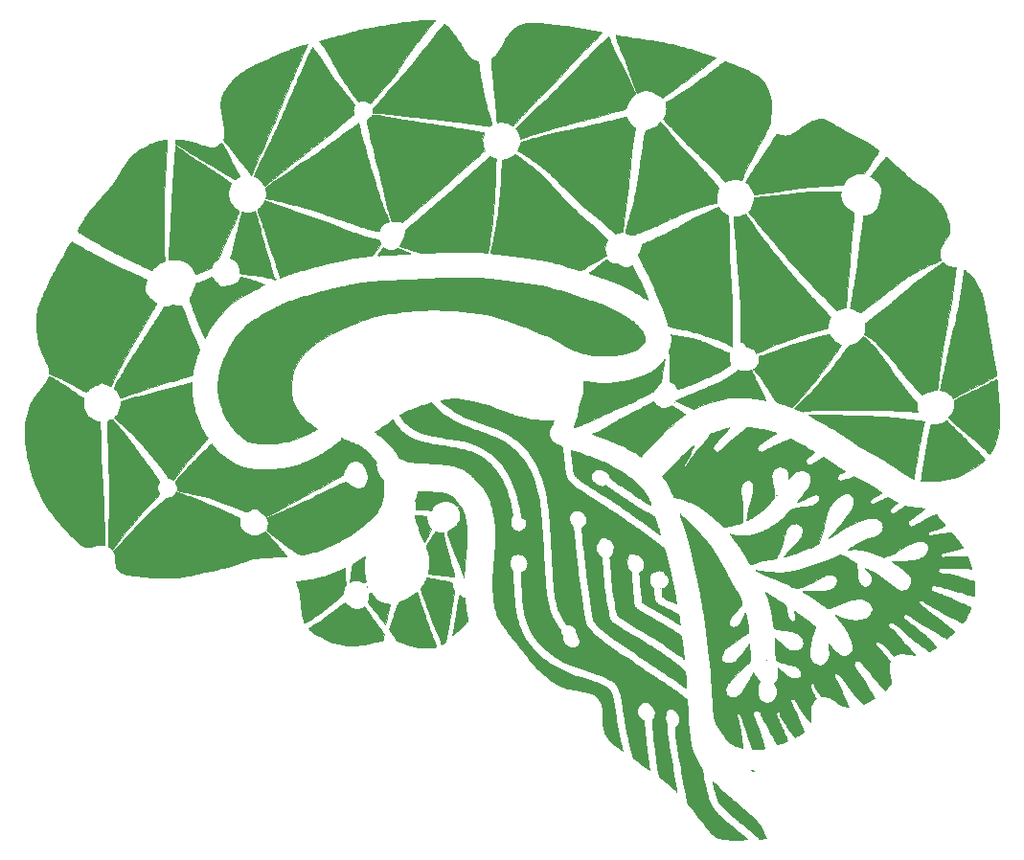
<source format=gbr>
%TF.GenerationSoftware,KiCad,Pcbnew,(6.0.10)*%
%TF.CreationDate,2022-12-29T11:48:08+01:00*%
%TF.ProjectId,brainBadge,62726169-6e42-4616-9467-652e6b696361,rev?*%
%TF.SameCoordinates,Original*%
%TF.FileFunction,Copper,L1,Top*%
%TF.FilePolarity,Positive*%
%FSLAX46Y46*%
G04 Gerber Fmt 4.6, Leading zero omitted, Abs format (unit mm)*
G04 Created by KiCad (PCBNEW (6.0.10)) date 2022-12-29 11:48:08*
%MOMM*%
%LPD*%
G01*
G04 APERTURE LIST*
%TA.AperFunction,EtchedComponent*%
%ADD10C,0.010000*%
%TD*%
G04 APERTURE END LIST*
%TO.C,Ref\u002A\u002A*%
G36*
X114518713Y-86215355D02*
G01*
X114935617Y-86248479D01*
X115377654Y-86311490D01*
X115846107Y-86404507D01*
X116342255Y-86527652D01*
X116577928Y-86593808D01*
X116779034Y-86652776D01*
X116963766Y-86708385D01*
X117138205Y-86762737D01*
X117308431Y-86817933D01*
X117480525Y-86876074D01*
X117660567Y-86939261D01*
X117854636Y-87009593D01*
X118068814Y-87089173D01*
X118309181Y-87180101D01*
X118581816Y-87284478D01*
X118625312Y-87301209D01*
X118822791Y-87376855D01*
X119014007Y-87449427D01*
X119194157Y-87517149D01*
X119358441Y-87578246D01*
X119502055Y-87630942D01*
X119620198Y-87673460D01*
X119708067Y-87704026D01*
X119757729Y-87719973D01*
X119967747Y-87776423D01*
X120212283Y-87834740D01*
X120483662Y-87893354D01*
X120774210Y-87950693D01*
X121076250Y-88005187D01*
X121382109Y-88055266D01*
X121438750Y-88063959D01*
X121629647Y-88088684D01*
X121839432Y-88108495D01*
X122058670Y-88123055D01*
X122277925Y-88132031D01*
X122487763Y-88135086D01*
X122678747Y-88131886D01*
X122841443Y-88122096D01*
X122899781Y-88115849D01*
X122987686Y-88105680D01*
X123058404Y-88099187D01*
X123102442Y-88097149D01*
X123112143Y-88098420D01*
X123104799Y-88118453D01*
X123078898Y-88167570D01*
X123038258Y-88238915D01*
X122986700Y-88325637D01*
X122972573Y-88348882D01*
X122870060Y-88524591D01*
X122792314Y-88677110D01*
X122735927Y-88814847D01*
X122697492Y-88946206D01*
X122673599Y-89079594D01*
X122672381Y-89089238D01*
X122661739Y-89192410D01*
X122660034Y-89271535D01*
X122667895Y-89344073D01*
X122684330Y-89420883D01*
X122756689Y-89632599D01*
X122864712Y-89822883D01*
X122985417Y-89967649D01*
X123061950Y-90041055D01*
X123137815Y-90102961D01*
X123221709Y-90158763D01*
X123322332Y-90213856D01*
X123448382Y-90273636D01*
X123553002Y-90319692D01*
X123644978Y-90361065D01*
X123722412Y-90399046D01*
X123777031Y-90429364D01*
X123800423Y-90447469D01*
X123808670Y-90474343D01*
X123819441Y-90530256D01*
X123832975Y-90617022D01*
X123849511Y-90736455D01*
X123869289Y-90890369D01*
X123892547Y-91080577D01*
X123919525Y-91308895D01*
X123950462Y-91577134D01*
X123957527Y-91639083D01*
X123991556Y-91932549D01*
X124022772Y-92187563D01*
X124052090Y-92407844D01*
X124080427Y-92597108D01*
X124108696Y-92759074D01*
X124137814Y-92897459D01*
X124168696Y-93015981D01*
X124202256Y-93118356D01*
X124239410Y-93208304D01*
X124281074Y-93289540D01*
X124328162Y-93365783D01*
X124381591Y-93440751D01*
X124410271Y-93478030D01*
X124513486Y-93593729D01*
X124655208Y-93726768D01*
X124835351Y-93877084D01*
X125053831Y-94044616D01*
X125310562Y-94229302D01*
X125605460Y-94431080D01*
X125938440Y-94649890D01*
X126309416Y-94885669D01*
X126603417Y-95068003D01*
X126881568Y-95239294D01*
X127138453Y-95398447D01*
X127377824Y-95547991D01*
X127603436Y-95690457D01*
X127819041Y-95828372D01*
X128028391Y-95964268D01*
X128235241Y-96100673D01*
X128443343Y-96240116D01*
X128656450Y-96385128D01*
X128878314Y-96538238D01*
X129112690Y-96701974D01*
X129363330Y-96878868D01*
X129633988Y-97071447D01*
X129928415Y-97282241D01*
X130250366Y-97513781D01*
X130508667Y-97700058D01*
X130679397Y-97823283D01*
X130854692Y-97949784D01*
X131028110Y-98074912D01*
X131193205Y-98194020D01*
X131343536Y-98302458D01*
X131472658Y-98395579D01*
X131574129Y-98468733D01*
X131577134Y-98470899D01*
X131712978Y-98570025D01*
X131862960Y-98681501D01*
X132014132Y-98795573D01*
X132153542Y-98902484D01*
X132244148Y-98973333D01*
X132354140Y-99059898D01*
X132464225Y-99145711D01*
X132565541Y-99223920D01*
X132649225Y-99287675D01*
X132694798Y-99321674D01*
X132731422Y-99347934D01*
X132761984Y-99370384D01*
X132787972Y-99392893D01*
X132810869Y-99419331D01*
X132832163Y-99453565D01*
X132853339Y-99499466D01*
X132875883Y-99560903D01*
X132901281Y-99641745D01*
X132931019Y-99745860D01*
X132966582Y-99877120D01*
X133009456Y-100039392D01*
X133061128Y-100236545D01*
X133093442Y-100359750D01*
X133250516Y-100976838D01*
X133392600Y-101576495D01*
X133523657Y-102176394D01*
X133647649Y-102794208D01*
X133693734Y-103037333D01*
X133718337Y-103171028D01*
X133744779Y-103318069D01*
X133772118Y-103472870D01*
X133799411Y-103629843D01*
X133825714Y-103783401D01*
X133850084Y-103927956D01*
X133871578Y-104057922D01*
X133889253Y-104167710D01*
X133902166Y-104251733D01*
X133909373Y-104304405D01*
X133910314Y-104320347D01*
X133890710Y-104313128D01*
X133838425Y-104290580D01*
X133759152Y-104255247D01*
X133658583Y-104209674D01*
X133542412Y-104156409D01*
X133503750Y-104138561D01*
X133271838Y-104029172D01*
X133078666Y-103933309D01*
X132923083Y-103850332D01*
X132803937Y-103779599D01*
X132720076Y-103720467D01*
X132672959Y-103675588D01*
X132662852Y-103642219D01*
X132655035Y-103575948D01*
X132649587Y-103486151D01*
X132646587Y-103382203D01*
X132646113Y-103273478D01*
X132648246Y-103169350D01*
X132653064Y-103079195D01*
X132660646Y-103012387D01*
X132667143Y-102985794D01*
X132697471Y-102942724D01*
X132746518Y-102931035D01*
X132841629Y-102911575D01*
X132944451Y-102857780D01*
X133046498Y-102774429D01*
X133073161Y-102747107D01*
X133180247Y-102611467D01*
X133245906Y-102477507D01*
X133270759Y-102342013D01*
X133255427Y-102201769D01*
X133205342Y-102063606D01*
X133167789Y-101996585D01*
X133117005Y-101922400D01*
X133060109Y-101849601D01*
X133004222Y-101786737D01*
X132956463Y-101742357D01*
X132923954Y-101725013D01*
X132923346Y-101725000D01*
X132907804Y-101706773D01*
X132888517Y-101661207D01*
X132882422Y-101642296D01*
X132843200Y-101565018D01*
X132779585Y-101492468D01*
X132705006Y-101437761D01*
X132651404Y-101416639D01*
X132585678Y-101400149D01*
X132532217Y-101384583D01*
X132414682Y-101366324D01*
X132299676Y-101388643D01*
X132242194Y-101414595D01*
X132163377Y-101448728D01*
X132078990Y-101474251D01*
X132054733Y-101479047D01*
X131895718Y-101524240D01*
X131759477Y-101604833D01*
X131647780Y-101719469D01*
X131569919Y-101850169D01*
X131529883Y-101975447D01*
X131511720Y-102123564D01*
X131515542Y-102281045D01*
X131541462Y-102434417D01*
X131564437Y-102510099D01*
X131633590Y-102661716D01*
X131721623Y-102791514D01*
X131822050Y-102890296D01*
X131843402Y-102905760D01*
X131927850Y-102963250D01*
X131914831Y-103196083D01*
X131911336Y-103357220D01*
X131917331Y-103525256D01*
X131931720Y-103688761D01*
X131953412Y-103836306D01*
X131981314Y-103956463D01*
X131990206Y-103983974D01*
X132041956Y-104103647D01*
X132104814Y-104191674D01*
X132186779Y-104258626D01*
X132207546Y-104271216D01*
X132261702Y-104303101D01*
X132340890Y-104350427D01*
X132434031Y-104406545D01*
X132520684Y-104459108D01*
X132631072Y-104522743D01*
X132763433Y-104593636D01*
X132900624Y-104662861D01*
X133018100Y-104718176D01*
X133128103Y-104768292D01*
X133263931Y-104831263D01*
X133413369Y-104901365D01*
X133564203Y-104972870D01*
X133685719Y-105031121D01*
X134079354Y-105221004D01*
X134148075Y-105594041D01*
X134171442Y-105723668D01*
X134192797Y-105847292D01*
X134210570Y-105955435D01*
X134223194Y-106038616D01*
X134228355Y-106079081D01*
X134239914Y-106191084D01*
X134051749Y-106067598D01*
X133919127Y-105982267D01*
X133755172Y-105879568D01*
X133565470Y-105762843D01*
X133355607Y-105635436D01*
X133131169Y-105500692D01*
X132897743Y-105361954D01*
X132660915Y-105222566D01*
X132426271Y-105085873D01*
X132199398Y-104955218D01*
X132075000Y-104884331D01*
X131829295Y-104744688D01*
X131618223Y-104624181D01*
X131439403Y-104521404D01*
X131290453Y-104434953D01*
X131168992Y-104363421D01*
X131072637Y-104305404D01*
X130999008Y-104259495D01*
X130945722Y-104224289D01*
X130910398Y-104198380D01*
X130904639Y-104193653D01*
X130851243Y-104148583D01*
X130754163Y-102963250D01*
X130735847Y-102740277D01*
X130718263Y-102527489D01*
X130701766Y-102329081D01*
X130686708Y-102149250D01*
X130673443Y-101992192D01*
X130662326Y-101862102D01*
X130653710Y-101763176D01*
X130647948Y-101699611D01*
X130645946Y-101679637D01*
X130641081Y-101620604D01*
X130649209Y-101584891D01*
X130678618Y-101556922D01*
X130726967Y-101527350D01*
X130859618Y-101426857D01*
X130958972Y-101301682D01*
X131024243Y-101154258D01*
X131054646Y-100987015D01*
X131049395Y-100802384D01*
X131016045Y-100632597D01*
X130945436Y-100428538D01*
X130852102Y-100259619D01*
X130735336Y-100124824D01*
X130594429Y-100023134D01*
X130590273Y-100020832D01*
X130512149Y-99983413D01*
X130437813Y-99963341D01*
X130346061Y-99955257D01*
X130328750Y-99954728D01*
X130239973Y-99947789D01*
X130156162Y-99933473D01*
X130101888Y-99917224D01*
X129978359Y-99885711D01*
X129855601Y-99895417D01*
X129753936Y-99937239D01*
X129691450Y-99981173D01*
X129645339Y-100034182D01*
X129611315Y-100104848D01*
X129585088Y-100201752D01*
X129565149Y-100314903D01*
X129538232Y-100558797D01*
X129537332Y-100772913D01*
X129563357Y-100961553D01*
X129617215Y-101129022D01*
X129699814Y-101279625D01*
X129793634Y-101397957D01*
X129901074Y-101515513D01*
X129971030Y-102355798D01*
X129988748Y-102568789D01*
X130007393Y-102793196D01*
X130026196Y-103019762D01*
X130044391Y-103239228D01*
X130061208Y-103442337D01*
X130075881Y-103619829D01*
X130085451Y-103735833D01*
X130098540Y-103887543D01*
X130111904Y-104029569D01*
X130124813Y-104155096D01*
X130136539Y-104257308D01*
X130146354Y-104329388D01*
X130152167Y-104360130D01*
X130171947Y-104427217D01*
X130196015Y-104488721D01*
X130227222Y-104546869D01*
X130268417Y-104603889D01*
X130322450Y-104662005D01*
X130392169Y-104723445D01*
X130480425Y-104790435D01*
X130590067Y-104865202D01*
X130723944Y-104949971D01*
X130884906Y-105046969D01*
X131075803Y-105158424D01*
X131299484Y-105286560D01*
X131440000Y-105366361D01*
X131826757Y-105586512D01*
X132179389Y-105789350D01*
X132501378Y-105977006D01*
X132796205Y-106151609D01*
X133067350Y-106315288D01*
X133318296Y-106470172D01*
X133552522Y-106618391D01*
X133773511Y-106762073D01*
X133984743Y-106903348D01*
X134189699Y-107044346D01*
X134234000Y-107075334D01*
X134350417Y-107157003D01*
X134366837Y-107314376D01*
X134372506Y-107365084D01*
X134382668Y-107452189D01*
X134396642Y-107570072D01*
X134413746Y-107713115D01*
X134433302Y-107875697D01*
X134454627Y-108052201D01*
X134477042Y-108237007D01*
X134499866Y-108424497D01*
X134522419Y-108609051D01*
X134544020Y-108785051D01*
X134563988Y-108946877D01*
X134581643Y-109088911D01*
X134585214Y-109117458D01*
X134589148Y-109185314D01*
X134578094Y-109214224D01*
X134550721Y-109205312D01*
X134518223Y-109173978D01*
X134478383Y-109137028D01*
X134406485Y-109078137D01*
X134305320Y-108999398D01*
X134177677Y-108902904D01*
X134026350Y-108790749D01*
X133854127Y-108665024D01*
X133663801Y-108527824D01*
X133514334Y-108421126D01*
X133258085Y-108239650D01*
X133026068Y-108077152D01*
X132812141Y-107929692D01*
X132610162Y-107793335D01*
X132413989Y-107664144D01*
X132217482Y-107538179D01*
X132014499Y-107411505D01*
X131798898Y-107280184D01*
X131564539Y-107140278D01*
X131305279Y-106987851D01*
X131018217Y-106820843D01*
X130798098Y-106693075D01*
X130608837Y-106582715D01*
X130444527Y-106486188D01*
X130299260Y-106399915D01*
X130167129Y-106320320D01*
X130042227Y-106243826D01*
X129918645Y-106166856D01*
X129790478Y-106085833D01*
X129651816Y-105997181D01*
X129554808Y-105934768D01*
X129425935Y-105851965D01*
X129283213Y-105760683D01*
X129141396Y-105670334D01*
X129015241Y-105590331D01*
X128977888Y-105566750D01*
X128879423Y-105504859D01*
X128805837Y-105456005D01*
X128752163Y-105412566D01*
X128713436Y-105366923D01*
X128684690Y-105311454D01*
X128660957Y-105238538D01*
X128637273Y-105140554D01*
X128608670Y-105009883D01*
X128605464Y-104995250D01*
X128528988Y-104630181D01*
X128459607Y-104262615D01*
X128396640Y-103887377D01*
X128339408Y-103499289D01*
X128287230Y-103093176D01*
X128239428Y-102663862D01*
X128195321Y-102206172D01*
X128154229Y-101714928D01*
X128127342Y-101354583D01*
X128113937Y-101169237D01*
X128100543Y-100988678D01*
X128087665Y-100819390D01*
X128075809Y-100667857D01*
X128065481Y-100540562D01*
X128057186Y-100443991D01*
X128052478Y-100394402D01*
X128031987Y-100196220D01*
X128114643Y-100116006D01*
X128227245Y-99979906D01*
X128308623Y-99819551D01*
X128359521Y-99632848D01*
X128380679Y-99417709D01*
X128381417Y-99364916D01*
X128380215Y-99262924D01*
X128374855Y-99189208D01*
X128362707Y-99129737D01*
X128341139Y-99070480D01*
X128315744Y-99014664D01*
X128218684Y-98849986D01*
X128101125Y-98722294D01*
X127963119Y-98631637D01*
X127849458Y-98588861D01*
X127783930Y-98561593D01*
X127712285Y-98518736D01*
X127687547Y-98500337D01*
X127637808Y-98463935D01*
X127592657Y-98443814D01*
X127536052Y-98435268D01*
X127460042Y-98433583D01*
X127360472Y-98439552D01*
X127284920Y-98461773D01*
X127223689Y-98506717D01*
X127167086Y-98580856D01*
X127122000Y-98659206D01*
X127075370Y-98740091D01*
X127025842Y-98816611D01*
X126986325Y-98869456D01*
X126941904Y-98930659D01*
X126894862Y-99009280D01*
X126869909Y-99058000D01*
X126844367Y-99117324D01*
X126828182Y-99172494D01*
X126819316Y-99236141D01*
X126815731Y-99320897D01*
X126815270Y-99396666D01*
X126816554Y-99502252D01*
X126821655Y-99578500D01*
X126832767Y-99638373D01*
X126852078Y-99694835D01*
X126874053Y-99744437D01*
X126976014Y-99917994D01*
X127104496Y-100059385D01*
X127195781Y-100129496D01*
X127306456Y-100202980D01*
X127320552Y-100366031D01*
X127325508Y-100426771D01*
X127333016Y-100523318D01*
X127342595Y-100649257D01*
X127353761Y-100798171D01*
X127366034Y-100963644D01*
X127378929Y-101139258D01*
X127386905Y-101248750D01*
X127428292Y-101787482D01*
X127471597Y-102287987D01*
X127517352Y-102754350D01*
X127566088Y-103190653D01*
X127618334Y-103600981D01*
X127674624Y-103989418D01*
X127735486Y-104360048D01*
X127801453Y-104716953D01*
X127873056Y-105064219D01*
X127897316Y-105174289D01*
X127941213Y-105362466D01*
X127982155Y-105515090D01*
X128023721Y-105638433D01*
X128069490Y-105738769D01*
X128123042Y-105822370D01*
X128187955Y-105895509D01*
X128267809Y-105964459D01*
X128366183Y-106035493D01*
X128402709Y-106060054D01*
X128600724Y-106190296D01*
X128819980Y-106332153D01*
X129053560Y-106481310D01*
X129294545Y-106633450D01*
X129536019Y-106784256D01*
X129771065Y-106929413D01*
X129992764Y-107064603D01*
X130194200Y-107185510D01*
X130368455Y-107287818D01*
X130392344Y-107301594D01*
X130691517Y-107474194D01*
X130958595Y-107629638D01*
X131198632Y-107771072D01*
X131416681Y-107901639D01*
X131617797Y-108024482D01*
X131807034Y-108142745D01*
X131989446Y-108259571D01*
X132170087Y-108378104D01*
X132354011Y-108501488D01*
X132546273Y-108632865D01*
X132667667Y-108716789D01*
X132902850Y-108880264D01*
X133107248Y-109023149D01*
X133285084Y-109148656D01*
X133440581Y-109259996D01*
X133577961Y-109360381D01*
X133701450Y-109453023D01*
X133815268Y-109541134D01*
X133923640Y-109627925D01*
X134030789Y-109716609D01*
X134140937Y-109810396D01*
X134258308Y-109912499D01*
X134373802Y-110014328D01*
X134693521Y-110297428D01*
X134705489Y-110440339D01*
X134714596Y-110556295D01*
X134724176Y-110690961D01*
X134733915Y-110838522D01*
X134743497Y-110993166D01*
X134752608Y-111149079D01*
X134760933Y-111300446D01*
X134768158Y-111441456D01*
X134773967Y-111566293D01*
X134778047Y-111669145D01*
X134780082Y-111744198D01*
X134779757Y-111785639D01*
X134778660Y-111791896D01*
X134756922Y-111786333D01*
X134711458Y-111759738D01*
X134651520Y-111717619D01*
X134642753Y-111710990D01*
X134553743Y-111644882D01*
X134431138Y-111556612D01*
X134276666Y-111447352D01*
X134092053Y-111318278D01*
X133879024Y-111170561D01*
X133639307Y-111005377D01*
X133374628Y-110823898D01*
X133086712Y-110627299D01*
X132777287Y-110416753D01*
X132448078Y-110193433D01*
X132100813Y-109958514D01*
X131737216Y-109713169D01*
X131359015Y-109458573D01*
X130967937Y-109195897D01*
X130565706Y-108926317D01*
X130154050Y-108651006D01*
X129734695Y-108371137D01*
X129513834Y-108223976D01*
X129224341Y-108030611D01*
X128966637Y-107857078D01*
X128736790Y-107700493D01*
X128530866Y-107557974D01*
X128344930Y-107426638D01*
X128175050Y-107303601D01*
X128017292Y-107185980D01*
X127867722Y-107070893D01*
X127722406Y-106955457D01*
X127577412Y-106836787D01*
X127428805Y-106712002D01*
X127296728Y-106598987D01*
X127159524Y-106476949D01*
X127024306Y-106349671D01*
X126897228Y-106223446D01*
X126784443Y-106104570D01*
X126692102Y-105999338D01*
X126626359Y-105914045D01*
X126624247Y-105910958D01*
X126606410Y-105881372D01*
X126589885Y-105845172D01*
X126573835Y-105798316D01*
X126557423Y-105736760D01*
X126539811Y-105656461D01*
X126520161Y-105553376D01*
X126497637Y-105423461D01*
X126471399Y-105262674D01*
X126440611Y-105066970D01*
X126414822Y-104900000D01*
X126361402Y-104550994D01*
X126311686Y-104222902D01*
X126265230Y-103912194D01*
X126221592Y-103615341D01*
X126180329Y-103328814D01*
X126141000Y-103049084D01*
X126103160Y-102772623D01*
X126066368Y-102495900D01*
X126030181Y-102215387D01*
X125994157Y-101927555D01*
X125957852Y-101628875D01*
X125920825Y-101315818D01*
X125882632Y-100984854D01*
X125842831Y-100632456D01*
X125800979Y-100255093D01*
X125756635Y-99849236D01*
X125709354Y-99411358D01*
X125658695Y-98937928D01*
X125611949Y-98498335D01*
X125522253Y-97652921D01*
X125686783Y-97495730D01*
X125796704Y-97383324D01*
X125874982Y-97282838D01*
X125926319Y-97184481D01*
X125955416Y-97078461D01*
X125966973Y-96954989D01*
X125967733Y-96910527D01*
X125966448Y-96812130D01*
X125959688Y-96740143D01*
X125944338Y-96678708D01*
X125917282Y-96611966D01*
X125903086Y-96581500D01*
X125808409Y-96422837D01*
X125687244Y-96283872D01*
X125548107Y-96173544D01*
X125475147Y-96132251D01*
X125398676Y-96096977D01*
X125335518Y-96076163D01*
X125268542Y-96066121D01*
X125180620Y-96063161D01*
X125154013Y-96063095D01*
X125056851Y-96065184D01*
X124986715Y-96073291D01*
X124928406Y-96090395D01*
X124867031Y-96119310D01*
X124727942Y-96212809D01*
X124610284Y-96332209D01*
X124524181Y-96467159D01*
X124521704Y-96472377D01*
X124493082Y-96540244D01*
X124476048Y-96603339D01*
X124467813Y-96677079D01*
X124465587Y-96776883D01*
X124465584Y-96782583D01*
X124466827Y-96875641D01*
X124473035Y-96944713D01*
X124487922Y-97005663D01*
X124515204Y-97074356D01*
X124552612Y-97154217D01*
X124599521Y-97244807D01*
X124649572Y-97330193D01*
X124694295Y-97396257D01*
X124708052Y-97413269D01*
X124764074Y-97498299D01*
X124785690Y-97570801D01*
X124789551Y-97606160D01*
X124797379Y-97679586D01*
X124808748Y-97787044D01*
X124823235Y-97924494D01*
X124840415Y-98087902D01*
X124859864Y-98273228D01*
X124881156Y-98476437D01*
X124903868Y-98693492D01*
X124922054Y-98867500D01*
X124970861Y-99333237D01*
X125016058Y-99760942D01*
X125058150Y-100154714D01*
X125097642Y-100518652D01*
X125135038Y-100856857D01*
X125170844Y-101173428D01*
X125205564Y-101472465D01*
X125239702Y-101758067D01*
X125273765Y-102034335D01*
X125308256Y-102305369D01*
X125343681Y-102575268D01*
X125380544Y-102848132D01*
X125419350Y-103128061D01*
X125460604Y-103419155D01*
X125504811Y-103725513D01*
X125552476Y-104051235D01*
X125599713Y-104370833D01*
X125648706Y-104698670D01*
X125692524Y-104986565D01*
X125731513Y-105236546D01*
X125766022Y-105450641D01*
X125796401Y-105630880D01*
X125822997Y-105779292D01*
X125846160Y-105897904D01*
X125866237Y-105988745D01*
X125883578Y-106053845D01*
X125894283Y-106085206D01*
X125959803Y-106219923D01*
X126055443Y-106366931D01*
X126182354Y-106527479D01*
X126341684Y-106702816D01*
X126534584Y-106894189D01*
X126762203Y-107102847D01*
X127025690Y-107330038D01*
X127090250Y-107384016D01*
X127183451Y-107460967D01*
X127276075Y-107536106D01*
X127370295Y-107610956D01*
X127468285Y-107687042D01*
X127572216Y-107765885D01*
X127684263Y-107849010D01*
X127806598Y-107937940D01*
X127941394Y-108034197D01*
X128090825Y-108139304D01*
X128257062Y-108254786D01*
X128442280Y-108382164D01*
X128648651Y-108522963D01*
X128878347Y-108678705D01*
X129133543Y-108850913D01*
X129416411Y-109041112D01*
X129729124Y-109250823D01*
X130073854Y-109481570D01*
X130265250Y-109609549D01*
X130732207Y-109921911D01*
X131165307Y-110212085D01*
X131566082Y-110481122D01*
X131936059Y-110730073D01*
X132276770Y-110959987D01*
X132589743Y-111171913D01*
X132876508Y-111366904D01*
X133138595Y-111546007D01*
X133377534Y-111710274D01*
X133594854Y-111860754D01*
X133792085Y-111998498D01*
X133970757Y-112124555D01*
X134132399Y-112239976D01*
X134278541Y-112345811D01*
X134410712Y-112443109D01*
X134530443Y-112532921D01*
X134590038Y-112578351D01*
X134680409Y-112648786D01*
X134758209Y-112711574D01*
X134817438Y-112761703D01*
X134852095Y-112794160D01*
X134858498Y-112802626D01*
X134861929Y-112830677D01*
X134867149Y-112896062D01*
X134873875Y-112993830D01*
X134881825Y-113119034D01*
X134890717Y-113266723D01*
X134900267Y-113431949D01*
X134910194Y-113609762D01*
X134920215Y-113795213D01*
X134930047Y-113983353D01*
X134939409Y-114169233D01*
X134948017Y-114347903D01*
X134953502Y-114467333D01*
X134975739Y-114899741D01*
X135002367Y-115294043D01*
X135034168Y-115654312D01*
X135071925Y-115984621D01*
X135116420Y-116289044D01*
X135168434Y-116571654D01*
X135228750Y-116836523D01*
X135298149Y-117087725D01*
X135377415Y-117329333D01*
X135467328Y-117565420D01*
X135568671Y-117800060D01*
X135610817Y-117890695D01*
X135697847Y-118068569D01*
X135793689Y-118254406D01*
X135892644Y-118437758D01*
X135989012Y-118608178D01*
X136077093Y-118755219D01*
X136115043Y-118814869D01*
X136154715Y-118876802D01*
X136183218Y-118927459D01*
X136203607Y-118976783D01*
X136218937Y-119034718D01*
X136232262Y-119111207D01*
X136246639Y-119216195D01*
X136252644Y-119262755D01*
X136330758Y-119786935D01*
X136430144Y-120314293D01*
X136548031Y-120832019D01*
X136681648Y-121327303D01*
X136742065Y-121526416D01*
X136812527Y-121742086D01*
X136879895Y-121926033D01*
X136948925Y-122086040D01*
X137024373Y-122229890D01*
X137110994Y-122365366D01*
X137213544Y-122500250D01*
X137336780Y-122642327D01*
X137485456Y-122799377D01*
X137575957Y-122891108D01*
X137791093Y-123099616D01*
X138042347Y-123329602D01*
X138329478Y-123580855D01*
X138652247Y-123853168D01*
X139010414Y-124146331D01*
X139091750Y-124211847D01*
X139277300Y-124361682D01*
X139453708Y-124505630D01*
X139618174Y-124641307D01*
X139767900Y-124766332D01*
X139900090Y-124878322D01*
X140011944Y-124974896D01*
X140100664Y-125053671D01*
X140163453Y-125112265D01*
X140197512Y-125148296D01*
X140203000Y-125157919D01*
X140182269Y-125162431D01*
X140121809Y-125166378D01*
X140024222Y-125169715D01*
X139892109Y-125172394D01*
X139728073Y-125174370D01*
X139534715Y-125175596D01*
X139314636Y-125176025D01*
X139192292Y-125175921D01*
X138958490Y-125175457D01*
X138762709Y-125174824D01*
X138600636Y-125173838D01*
X138467957Y-125172321D01*
X138360361Y-125170091D01*
X138273534Y-125166968D01*
X138203164Y-125162770D01*
X138144938Y-125157316D01*
X138094543Y-125150426D01*
X138047666Y-125141919D01*
X137999995Y-125131613D01*
X137969917Y-125124656D01*
X137782066Y-125078187D01*
X137629605Y-125034329D01*
X137505896Y-124990589D01*
X137404306Y-124944473D01*
X137318197Y-124893488D01*
X137277750Y-124864538D01*
X137201168Y-124798843D01*
X137103486Y-124703015D01*
X136988298Y-124581303D01*
X136859195Y-124437962D01*
X136719769Y-124277244D01*
X136573613Y-124103401D01*
X136424318Y-123920684D01*
X136275477Y-123733348D01*
X136130682Y-123545644D01*
X135993524Y-123361824D01*
X135906240Y-123240916D01*
X135731284Y-122997834D01*
X135565281Y-122773149D01*
X135410923Y-122570337D01*
X135270900Y-122392872D01*
X135147904Y-122244230D01*
X135044627Y-122127886D01*
X135042073Y-122125157D01*
X134877661Y-121949750D01*
X134724699Y-121113666D01*
X134626078Y-120574027D01*
X134534959Y-120074099D01*
X134451031Y-119611985D01*
X134373986Y-119185791D01*
X134303513Y-118793621D01*
X134239302Y-118433578D01*
X134181043Y-118103768D01*
X134128428Y-117802295D01*
X134081145Y-117527262D01*
X134038884Y-117276775D01*
X134001337Y-117048937D01*
X133968194Y-116841853D01*
X133939143Y-116653628D01*
X133913876Y-116482365D01*
X133892083Y-116326169D01*
X133873454Y-116183144D01*
X133857678Y-116051395D01*
X133844447Y-115929025D01*
X133833450Y-115814140D01*
X133824377Y-115704843D01*
X133816918Y-115599239D01*
X133813054Y-115536250D01*
X133806327Y-115412744D01*
X133803026Y-115324838D01*
X133803466Y-115265913D01*
X133807960Y-115229348D01*
X133816821Y-115208526D01*
X133829097Y-115197583D01*
X133907333Y-115135365D01*
X133988011Y-115048136D01*
X134059039Y-114950646D01*
X134108327Y-114857643D01*
X134108855Y-114856318D01*
X134132241Y-114789593D01*
X134147079Y-114723599D01*
X134155156Y-114645474D01*
X134158261Y-114542353D01*
X134158502Y-114499083D01*
X134157669Y-114391778D01*
X134153399Y-114314450D01*
X134143689Y-114254765D01*
X134126536Y-114200390D01*
X134100056Y-114139250D01*
X134017545Y-113997116D01*
X133917161Y-113890877D01*
X133810667Y-113823693D01*
X133734789Y-113778335D01*
X133660155Y-113720243D01*
X133640055Y-113701181D01*
X133542688Y-113628494D01*
X133434335Y-113591509D01*
X133323203Y-113589598D01*
X133217500Y-113622135D01*
X133125431Y-113688490D01*
X133080337Y-113743991D01*
X133051926Y-113798477D01*
X133022807Y-113878711D01*
X132991822Y-113988792D01*
X132957811Y-114132820D01*
X132921080Y-114307619D01*
X132911458Y-114435654D01*
X132933470Y-114575075D01*
X132988233Y-114732168D01*
X133002041Y-114763666D01*
X133023523Y-114812994D01*
X133039638Y-114857259D01*
X133051408Y-114903970D01*
X133059857Y-114960638D01*
X133066010Y-115034770D01*
X133070889Y-115133877D01*
X133075519Y-115265467D01*
X133077063Y-115314000D01*
X133087507Y-115544632D01*
X133105026Y-115791703D01*
X133129999Y-116057935D01*
X133162805Y-116346051D01*
X133203822Y-116658774D01*
X133253428Y-116998825D01*
X133312002Y-117368927D01*
X133379923Y-117771804D01*
X133457568Y-118210177D01*
X133545317Y-118686770D01*
X133547745Y-118699735D01*
X133581090Y-118879186D01*
X133619686Y-119089210D01*
X133661512Y-119318677D01*
X133704550Y-119556456D01*
X133746782Y-119791417D01*
X133786188Y-120012429D01*
X133801113Y-120096735D01*
X133832614Y-120274904D01*
X133862227Y-120442025D01*
X133889046Y-120593003D01*
X133912161Y-120722741D01*
X133930665Y-120826143D01*
X133943650Y-120898113D01*
X133950208Y-120933553D01*
X133950246Y-120933750D01*
X133951191Y-120952628D01*
X133941643Y-120956530D01*
X133918082Y-120942663D01*
X133876988Y-120908233D01*
X133814837Y-120850449D01*
X133728111Y-120766518D01*
X133680344Y-120719686D01*
X133569280Y-120611742D01*
X133467766Y-120516241D01*
X133369458Y-120427917D01*
X133268012Y-120341503D01*
X133157083Y-120251732D01*
X133030328Y-120153339D01*
X132881403Y-120041055D01*
X132709368Y-119913597D01*
X132359486Y-119655787D01*
X132300609Y-119204685D01*
X132284194Y-119080599D01*
X132262914Y-118922368D01*
X132237834Y-118737762D01*
X132210018Y-118534552D01*
X132180531Y-118320510D01*
X132150436Y-118103407D01*
X132120798Y-117891012D01*
X132117095Y-117864583D01*
X132068743Y-117516505D01*
X132026284Y-117203052D01*
X131988922Y-116917048D01*
X131955860Y-116651315D01*
X131926304Y-116398678D01*
X131899457Y-116151959D01*
X131874523Y-115903983D01*
X131850706Y-115647572D01*
X131827211Y-115375551D01*
X131803242Y-115080741D01*
X131790821Y-114922416D01*
X131762868Y-114562583D01*
X131846737Y-114471051D01*
X131942789Y-114336577D01*
X132004522Y-114184441D01*
X132029919Y-114023108D01*
X132016964Y-113861039D01*
X132004251Y-113809933D01*
X131943973Y-113658345D01*
X131854517Y-113503736D01*
X131743882Y-113356247D01*
X131620067Y-113226017D01*
X131491073Y-113123184D01*
X131436325Y-113090087D01*
X131358947Y-113051010D01*
X131295843Y-113029136D01*
X131227685Y-113019700D01*
X131143667Y-113017905D01*
X131068291Y-113019205D01*
X131006137Y-113025171D01*
X130950928Y-113039457D01*
X130896391Y-113065718D01*
X130836250Y-113107610D01*
X130764230Y-113168788D01*
X130674056Y-113252907D01*
X130573382Y-113350093D01*
X130492840Y-113456335D01*
X130439674Y-113587425D01*
X130416440Y-113733920D01*
X130425692Y-113886376D01*
X130426719Y-113892165D01*
X130472894Y-114048849D01*
X130551007Y-114207040D01*
X130653630Y-114356184D01*
X130773332Y-114485725D01*
X130902686Y-114585108D01*
X130922739Y-114596919D01*
X130953269Y-114613033D01*
X130978024Y-114626166D01*
X130997926Y-114640597D01*
X131013894Y-114660606D01*
X131026849Y-114690473D01*
X131037711Y-114734477D01*
X131047400Y-114796898D01*
X131056837Y-114882016D01*
X131066941Y-114994112D01*
X131078634Y-115137464D01*
X131092836Y-115316352D01*
X131101967Y-115430416D01*
X131122427Y-115670629D01*
X131145748Y-115917729D01*
X131172471Y-116176318D01*
X131203136Y-116450996D01*
X131238285Y-116746363D01*
X131278458Y-117067021D01*
X131324196Y-117417570D01*
X131376039Y-117802610D01*
X131409074Y-118043223D01*
X131436406Y-118241953D01*
X131461686Y-118427447D01*
X131484367Y-118595576D01*
X131503904Y-118742213D01*
X131519752Y-118863232D01*
X131531363Y-118954505D01*
X131538193Y-119011905D01*
X131539753Y-119031302D01*
X131520359Y-119022249D01*
X131471611Y-118990578D01*
X131397740Y-118939444D01*
X131302975Y-118872002D01*
X131191547Y-118791407D01*
X131067687Y-118700814D01*
X130935624Y-118603378D01*
X130799588Y-118502254D01*
X130663811Y-118400596D01*
X130532521Y-118301560D01*
X130409950Y-118208301D01*
X130300328Y-118123972D01*
X130207884Y-118051730D01*
X130136849Y-117994730D01*
X130091454Y-117956125D01*
X130075984Y-117939618D01*
X130068741Y-117910933D01*
X130053157Y-117846814D01*
X130030614Y-117753027D01*
X130002495Y-117635340D01*
X129970180Y-117499520D01*
X129936294Y-117356583D01*
X129894368Y-117180805D01*
X129848782Y-116992056D01*
X129802489Y-116802394D01*
X129758440Y-116623881D01*
X129719586Y-116468575D01*
X129703205Y-116404083D01*
X129645068Y-116171441D01*
X129592231Y-115947792D01*
X129543495Y-115726747D01*
X129497662Y-115501920D01*
X129453530Y-115266924D01*
X129409902Y-115015372D01*
X129365578Y-114740877D01*
X129319358Y-114437052D01*
X129270042Y-114097509D01*
X129269958Y-114096916D01*
X129215807Y-113724377D01*
X129164874Y-113391043D01*
X129116293Y-113093983D01*
X129069198Y-112830266D01*
X129022721Y-112596962D01*
X128975999Y-112391138D01*
X128928163Y-112209864D01*
X128878349Y-112050210D01*
X128825690Y-111909244D01*
X128769320Y-111784036D01*
X128708373Y-111671653D01*
X128641983Y-111569167D01*
X128569283Y-111473644D01*
X128489408Y-111382156D01*
X128457863Y-111348741D01*
X128384495Y-111275732D01*
X128313230Y-111213438D01*
X128236116Y-111156552D01*
X128145202Y-111099765D01*
X128032537Y-111037766D01*
X127890171Y-110965246D01*
X127864359Y-110952438D01*
X127652039Y-110849060D01*
X127456904Y-110758179D01*
X127271172Y-110676821D01*
X127087060Y-110602012D01*
X126896787Y-110530777D01*
X126692573Y-110460144D01*
X126466634Y-110387139D01*
X126211189Y-110308787D01*
X126069844Y-110266639D01*
X125521835Y-110095696D01*
X125015155Y-109919439D01*
X124549101Y-109737569D01*
X124122967Y-109549786D01*
X123736048Y-109355787D01*
X123387638Y-109155273D01*
X123237917Y-109059312D01*
X123093958Y-108957856D01*
X122927673Y-108830734D01*
X122745397Y-108683434D01*
X122553467Y-108521445D01*
X122358218Y-108350258D01*
X122165986Y-108175359D01*
X121983105Y-108002239D01*
X121815911Y-107836386D01*
X121761054Y-107779799D01*
X121487516Y-107465867D01*
X121239639Y-107123630D01*
X121021645Y-106760092D01*
X120837753Y-106382257D01*
X120698591Y-106016763D01*
X120619451Y-105761738D01*
X120550704Y-105507242D01*
X120491155Y-105246637D01*
X120439607Y-104973287D01*
X120394864Y-104680554D01*
X120355730Y-104361801D01*
X120321010Y-104010393D01*
X120306656Y-103841666D01*
X120300771Y-103763105D01*
X120293197Y-103652237D01*
X120284238Y-103514305D01*
X120274199Y-103354553D01*
X120263383Y-103178222D01*
X120252096Y-102990555D01*
X120240641Y-102796797D01*
X120229323Y-102602189D01*
X120218446Y-102411974D01*
X120208315Y-102231395D01*
X120199234Y-102065696D01*
X120191507Y-101920118D01*
X120185439Y-101799906D01*
X120181334Y-101710301D01*
X120179497Y-101656547D01*
X120179427Y-101650034D01*
X120181581Y-101601639D01*
X120194181Y-101569860D01*
X120226236Y-101543612D01*
X120286753Y-101511808D01*
X120295060Y-101507727D01*
X120455331Y-101406804D01*
X120585817Y-101277226D01*
X120683686Y-101122446D01*
X120741895Y-100963064D01*
X120766948Y-100787187D01*
X120750273Y-100618292D01*
X120691927Y-100456569D01*
X120591967Y-100302208D01*
X120518542Y-100219772D01*
X120384782Y-100098884D01*
X120253816Y-100014672D01*
X120116857Y-99963097D01*
X119965116Y-99940116D01*
X119905951Y-99938071D01*
X119765768Y-99942467D01*
X119655368Y-99960820D01*
X119563538Y-99996543D01*
X119479062Y-100053047D01*
X119451482Y-100076311D01*
X119356507Y-100169055D01*
X119285345Y-100262971D01*
X119232854Y-100368351D01*
X119193891Y-100495487D01*
X119163683Y-100652331D01*
X119154315Y-100833775D01*
X119182101Y-101009987D01*
X119244845Y-101173212D01*
X119340353Y-101315695D01*
X119356678Y-101334050D01*
X119439576Y-101423984D01*
X119460124Y-101886700D01*
X119482829Y-102372323D01*
X119506211Y-102818480D01*
X119530624Y-103228040D01*
X119556419Y-103603870D01*
X119583950Y-103948836D01*
X119613567Y-104265807D01*
X119645625Y-104557648D01*
X119680475Y-104827228D01*
X119718470Y-105077414D01*
X119759963Y-105311072D01*
X119805305Y-105531070D01*
X119854849Y-105740276D01*
X119908948Y-105941556D01*
X119967954Y-106137778D01*
X119991771Y-106211719D01*
X120162002Y-106664290D01*
X120369143Y-107096146D01*
X120613051Y-107507053D01*
X120893585Y-107896777D01*
X121210605Y-108265083D01*
X121254838Y-108311740D01*
X121391246Y-108449212D01*
X121551230Y-108602382D01*
X121728237Y-108765566D01*
X121915709Y-108933080D01*
X122107094Y-109099243D01*
X122295835Y-109258372D01*
X122475378Y-109404782D01*
X122639168Y-109532792D01*
X122780650Y-109636719D01*
X122793417Y-109645636D01*
X123069373Y-109823032D01*
X123386027Y-110000432D01*
X123741750Y-110177145D01*
X124134912Y-110352477D01*
X124563883Y-110525738D01*
X125027035Y-110696233D01*
X125522737Y-110863272D01*
X126026614Y-111019404D01*
X126265248Y-111091615D01*
X126471341Y-111157032D01*
X126653468Y-111218946D01*
X126820203Y-111280652D01*
X126980121Y-111345441D01*
X127141795Y-111416605D01*
X127313799Y-111497437D01*
X127467500Y-111572715D01*
X127642577Y-111662725D01*
X127783487Y-111744398D01*
X127895764Y-111824091D01*
X127984940Y-111908162D01*
X128056549Y-112002968D01*
X128116126Y-112114866D01*
X128169204Y-112250215D01*
X128221316Y-112415371D01*
X128231509Y-112450449D01*
X128256823Y-112540302D01*
X128280331Y-112628596D01*
X128302652Y-112718843D01*
X128324405Y-112814558D01*
X128346210Y-112919254D01*
X128368686Y-113036445D01*
X128392451Y-113169645D01*
X128418127Y-113322367D01*
X128446331Y-113498125D01*
X128477683Y-113700432D01*
X128512803Y-113932804D01*
X128552310Y-114198752D01*
X128596823Y-114501791D01*
X128614987Y-114626083D01*
X128683401Y-115067644D01*
X128757140Y-115487928D01*
X128839199Y-115902083D01*
X128932571Y-116325261D01*
X129035451Y-116753333D01*
X129071058Y-116897878D01*
X129102564Y-117028435D01*
X129128702Y-117139538D01*
X129148208Y-117225718D01*
X129159813Y-117281508D01*
X129162371Y-117301376D01*
X129143761Y-117292299D01*
X129096624Y-117261993D01*
X129026567Y-117214271D01*
X128939198Y-117152942D01*
X128852901Y-117091074D01*
X128731551Y-117003629D01*
X128600351Y-116909668D01*
X128472094Y-116818317D01*
X128359572Y-116738702D01*
X128317917Y-116709440D01*
X128210901Y-116631033D01*
X128120037Y-116555078D01*
X128039472Y-116474603D01*
X127963349Y-116382636D01*
X127885814Y-116272204D01*
X127801011Y-116136334D01*
X127719566Y-115996905D01*
X127653162Y-115877261D01*
X127604618Y-115778772D01*
X127568132Y-115687491D01*
X127537901Y-115589471D01*
X127518251Y-115513065D01*
X127492847Y-115403705D01*
X127471724Y-115298809D01*
X127454315Y-115192386D01*
X127440056Y-115078448D01*
X127428381Y-114951006D01*
X127418723Y-114804069D01*
X127410518Y-114631648D01*
X127403199Y-114427753D01*
X127397511Y-114234619D01*
X127391038Y-114018865D01*
X127384233Y-113840094D01*
X127376531Y-113692956D01*
X127367372Y-113572103D01*
X127356190Y-113472186D01*
X127342425Y-113387853D01*
X127325513Y-113313758D01*
X127304891Y-113244548D01*
X127288384Y-113197333D01*
X127182860Y-112963751D01*
X127047310Y-112758311D01*
X126880205Y-112579435D01*
X126680013Y-112425544D01*
X126445207Y-112295060D01*
X126389730Y-112269768D01*
X126291884Y-112227883D01*
X126201434Y-112192421D01*
X126111961Y-112161792D01*
X126017046Y-112134404D01*
X125910272Y-112108669D01*
X125785220Y-112082995D01*
X125635471Y-112055793D01*
X125454607Y-112025471D01*
X125309296Y-112002055D01*
X125035813Y-111957559D01*
X124799486Y-111916904D01*
X124595446Y-111878816D01*
X124418827Y-111842023D01*
X124264761Y-111805249D01*
X124128379Y-111767223D01*
X124004814Y-111726670D01*
X123889199Y-111682316D01*
X123776665Y-111632890D01*
X123662346Y-111577116D01*
X123638608Y-111564969D01*
X123498620Y-111490606D01*
X123346456Y-111405942D01*
X123190518Y-111315981D01*
X123039206Y-111225727D01*
X122900920Y-111140185D01*
X122784061Y-111064361D01*
X122701983Y-111006957D01*
X122645302Y-110962141D01*
X122565820Y-110895580D01*
X122471754Y-110814337D01*
X122371320Y-110725479D01*
X122305215Y-110665799D01*
X122186583Y-110558178D01*
X122051510Y-110436339D01*
X121914344Y-110313186D01*
X121789435Y-110201622D01*
X121754422Y-110170500D01*
X121592390Y-110023389D01*
X121447818Y-109884141D01*
X121314018Y-109745260D01*
X121184301Y-109599254D01*
X121051978Y-109438629D01*
X120910361Y-109255891D01*
X120772074Y-109069934D01*
X120548959Y-108767930D01*
X120345637Y-108497768D01*
X120159115Y-108255613D01*
X119986400Y-108037629D01*
X119824498Y-107839982D01*
X119673377Y-107662250D01*
X119572320Y-107544812D01*
X119462972Y-107416217D01*
X119355584Y-107288615D01*
X119260405Y-107174155D01*
X119218029Y-107122500D01*
X119126411Y-107005754D01*
X119020650Y-106863778D01*
X118905165Y-106703125D01*
X118784374Y-106530347D01*
X118662694Y-106351995D01*
X118544544Y-106174624D01*
X118434341Y-106004785D01*
X118336503Y-105849030D01*
X118255449Y-105713913D01*
X118195793Y-105606365D01*
X118108626Y-105427010D01*
X118032579Y-105244496D01*
X117966531Y-105053864D01*
X117909364Y-104850153D01*
X117859957Y-104628404D01*
X117817189Y-104383657D01*
X117779940Y-104110953D01*
X117747091Y-103805333D01*
X117720757Y-103503000D01*
X117711453Y-103354469D01*
X117704132Y-103172897D01*
X117698769Y-102965351D01*
X117695335Y-102738901D01*
X117693802Y-102500615D01*
X117694143Y-102257560D01*
X117696330Y-102016807D01*
X117700335Y-101785423D01*
X117706131Y-101570476D01*
X117713690Y-101379037D01*
X117722984Y-101218172D01*
X117730041Y-101132333D01*
X117768113Y-100735262D01*
X117801931Y-100377344D01*
X117831719Y-100055637D01*
X117857696Y-99767196D01*
X117880086Y-99509078D01*
X117899109Y-99278342D01*
X117914987Y-99072042D01*
X117927942Y-98887237D01*
X117938194Y-98720982D01*
X117945966Y-98570336D01*
X117951479Y-98432354D01*
X117954955Y-98304093D01*
X117956614Y-98182611D01*
X117956834Y-98119059D01*
X117955097Y-97950253D01*
X117949333Y-97790725D01*
X117938712Y-97632455D01*
X117922405Y-97467426D01*
X117899583Y-97287620D01*
X117869414Y-97085020D01*
X117831070Y-96851607D01*
X117817439Y-96772000D01*
X117759067Y-96445989D01*
X117702414Y-96156851D01*
X117645951Y-95899248D01*
X117588152Y-95667844D01*
X117527490Y-95457301D01*
X117462437Y-95262284D01*
X117391467Y-95077456D01*
X117313051Y-94897479D01*
X117234263Y-94734068D01*
X117138758Y-94563889D01*
X117014126Y-94373616D01*
X116864761Y-94169013D01*
X116695055Y-93955838D01*
X116509405Y-93739855D01*
X116318612Y-93533500D01*
X116163442Y-93371810D01*
X116034166Y-93237493D01*
X115927483Y-93127269D01*
X115840092Y-93037855D01*
X115768689Y-92965971D01*
X115709973Y-92908335D01*
X115660643Y-92861667D01*
X115617397Y-92822685D01*
X115576932Y-92788109D01*
X115535948Y-92754656D01*
X115530302Y-92750133D01*
X115248453Y-92551374D01*
X114939246Y-92383333D01*
X114605851Y-92247403D01*
X114251440Y-92144975D01*
X114062167Y-92105823D01*
X113758187Y-92056382D01*
X113425266Y-92012477D01*
X113060616Y-91973836D01*
X112661450Y-91940188D01*
X112224981Y-91911259D01*
X111882000Y-91893004D01*
X111546386Y-91875916D01*
X111250806Y-91858971D01*
X110992961Y-91841971D01*
X110770552Y-91824716D01*
X110581280Y-91807006D01*
X110422849Y-91788641D01*
X110292958Y-91769421D01*
X110189310Y-91749147D01*
X110167667Y-91743999D01*
X110028176Y-91702118D01*
X109875822Y-91641420D01*
X109701127Y-91558089D01*
X109682485Y-91548580D01*
X109398554Y-91403017D01*
X109273304Y-91203550D01*
X109079103Y-90917883D01*
X108851360Y-90623851D01*
X108596185Y-90327924D01*
X108319684Y-90036572D01*
X108027966Y-89756266D01*
X107727139Y-89493476D01*
X107458167Y-89280676D01*
X107382383Y-89223546D01*
X107318829Y-89175276D01*
X107275394Y-89141881D01*
X107260806Y-89130247D01*
X107271452Y-89115168D01*
X107313273Y-89085281D01*
X107379659Y-89044869D01*
X107464002Y-88998217D01*
X107466668Y-88996804D01*
X107565780Y-88942874D01*
X107664529Y-88885747D01*
X107768060Y-88822031D01*
X107881520Y-88748337D01*
X108010054Y-88661274D01*
X108158808Y-88557452D01*
X108332926Y-88433481D01*
X108455414Y-88345345D01*
X108832409Y-88073267D01*
X108932009Y-88215758D01*
X109136535Y-88497231D01*
X109330315Y-88740623D01*
X109515406Y-88948203D01*
X109693868Y-89122241D01*
X109867758Y-89265007D01*
X109913500Y-89298002D01*
X110189125Y-89473230D01*
X110498710Y-89637688D01*
X110834450Y-89787523D01*
X111132882Y-89899926D01*
X111307891Y-89957669D01*
X111491181Y-90012253D01*
X111686571Y-90064465D01*
X111897877Y-90115093D01*
X112128918Y-90164927D01*
X112383510Y-90214753D01*
X112665472Y-90265361D01*
X112978620Y-90317538D01*
X113326773Y-90372073D01*
X113662817Y-90422300D01*
X114013938Y-90475642D01*
X114327626Y-90527487D01*
X114608694Y-90579055D01*
X114861955Y-90631564D01*
X115092221Y-90686235D01*
X115304306Y-90744286D01*
X115503022Y-90806938D01*
X115693183Y-90875409D01*
X115879601Y-90950920D01*
X116051834Y-91027606D01*
X116396980Y-91197481D01*
X116705823Y-91372242D01*
X116984388Y-91556775D01*
X117238706Y-91755964D01*
X117474805Y-91974696D01*
X117698713Y-92217855D01*
X117916458Y-92490328D01*
X118003720Y-92609370D01*
X118218358Y-92926086D01*
X118414126Y-93252194D01*
X118592643Y-93591794D01*
X118755529Y-93948984D01*
X118904403Y-94327863D01*
X119040884Y-94732530D01*
X119166591Y-95167085D01*
X119283143Y-95635627D01*
X119384851Y-96106018D01*
X119460463Y-96479192D01*
X119405976Y-96543947D01*
X119364252Y-96601083D01*
X119318146Y-96675139D01*
X119295117Y-96716809D01*
X119266891Y-96776738D01*
X119249901Y-96832809D01*
X119241441Y-96899347D01*
X119238807Y-96990678D01*
X119238740Y-97015416D01*
X119248611Y-97225991D01*
X119279789Y-97402579D01*
X119334598Y-97549032D01*
X119415363Y-97669204D01*
X119524410Y-97766946D01*
X119664063Y-97846111D01*
X119764525Y-97886659D01*
X119910786Y-97917948D01*
X120056997Y-97911027D01*
X120197884Y-97869696D01*
X120328173Y-97797754D01*
X120442589Y-97699001D01*
X120535857Y-97577236D01*
X120602703Y-97436259D01*
X120637852Y-97279869D01*
X120640016Y-97255983D01*
X120632788Y-97108132D01*
X120589736Y-96977114D01*
X120512917Y-96867768D01*
X120453167Y-96815801D01*
X120397683Y-96778803D01*
X120353920Y-96755274D01*
X120338868Y-96750833D01*
X120309410Y-96736518D01*
X120268306Y-96701220D01*
X120260029Y-96692625D01*
X120226066Y-96645479D01*
X120205180Y-96584943D01*
X120192412Y-96496833D01*
X120183939Y-96432469D01*
X120168393Y-96335870D01*
X120147390Y-96216234D01*
X120122546Y-96082759D01*
X120095476Y-95944641D01*
X120094799Y-95941278D01*
X119975716Y-95393827D01*
X119846107Y-94884070D01*
X119704366Y-94408318D01*
X119548886Y-93962881D01*
X119378057Y-93544071D01*
X119190275Y-93148198D01*
X118983929Y-92771572D01*
X118757415Y-92410506D01*
X118509123Y-92061308D01*
X118275627Y-91766083D01*
X118036144Y-91498570D01*
X117777588Y-91252886D01*
X117495126Y-91025377D01*
X117183927Y-90812388D01*
X116839159Y-90610265D01*
X116549250Y-90460462D01*
X116307380Y-90345299D01*
X116078289Y-90244470D01*
X115855519Y-90156113D01*
X115632615Y-90078367D01*
X115403118Y-90009370D01*
X115160573Y-89947260D01*
X114898522Y-89890176D01*
X114610510Y-89836255D01*
X114290078Y-89783637D01*
X114104500Y-89755583D01*
X113721986Y-89698285D01*
X113378290Y-89644867D01*
X113070136Y-89594723D01*
X112794249Y-89547245D01*
X112547351Y-89501826D01*
X112326167Y-89457862D01*
X112127421Y-89414744D01*
X111947835Y-89371868D01*
X111784134Y-89328625D01*
X111757058Y-89321026D01*
X111399616Y-89211278D01*
X111080114Y-89094107D01*
X110794411Y-88966705D01*
X110538365Y-88826265D01*
X110307835Y-88669979D01*
X110098680Y-88495039D01*
X109906759Y-88298636D01*
X109727931Y-88077965D01*
X109558053Y-87830216D01*
X109557898Y-87829972D01*
X109512416Y-87755671D01*
X109478503Y-87694874D01*
X109460760Y-87656130D01*
X109459576Y-87647291D01*
X109479610Y-87630242D01*
X109527249Y-87594848D01*
X109595056Y-87546517D01*
X109664479Y-87498282D01*
X109750657Y-87441685D01*
X109834866Y-87393051D01*
X109927004Y-87347605D01*
X110036969Y-87300575D01*
X110174658Y-87247184D01*
X110220417Y-87230114D01*
X110399750Y-87164652D01*
X110597664Y-87094177D01*
X110807265Y-87021008D01*
X111021656Y-86947461D01*
X111233942Y-86875852D01*
X111437229Y-86808499D01*
X111624619Y-86747718D01*
X111789218Y-86695826D01*
X111924130Y-86655141D01*
X111974140Y-86640877D01*
X112249910Y-86564235D01*
X112312183Y-86635742D01*
X112458617Y-86800977D01*
X112589203Y-86940781D01*
X112713084Y-87063538D01*
X112839401Y-87177634D01*
X112977296Y-87291450D01*
X113135909Y-87413372D01*
X113259923Y-87504937D01*
X113551350Y-87711806D01*
X113834573Y-87900072D01*
X114115515Y-88072692D01*
X114400098Y-88232626D01*
X114694245Y-88382831D01*
X115003877Y-88526267D01*
X115334917Y-88665890D01*
X115693287Y-88804660D01*
X116084911Y-88945534D01*
X116274084Y-89010578D01*
X116658501Y-89142564D01*
X117005479Y-89265095D01*
X117318427Y-89379844D01*
X117600748Y-89488484D01*
X117855851Y-89592687D01*
X118087141Y-89694126D01*
X118298024Y-89794475D01*
X118491908Y-89895405D01*
X118672199Y-89998590D01*
X118842302Y-90105702D01*
X119005625Y-90218415D01*
X119165573Y-90338401D01*
X119325554Y-90467333D01*
X119442600Y-90566580D01*
X119775994Y-90875545D01*
X120075254Y-91198631D01*
X120348262Y-91544803D01*
X120516463Y-91788098D01*
X120698201Y-92077446D01*
X120861120Y-92365590D01*
X121008613Y-92660120D01*
X121144071Y-92968623D01*
X121270885Y-93298690D01*
X121392445Y-93657908D01*
X121480581Y-93945494D01*
X121572258Y-94273196D01*
X121653185Y-94600162D01*
X121724413Y-94932637D01*
X121786994Y-95276871D01*
X121841979Y-95639109D01*
X121890421Y-96025598D01*
X121933370Y-96442585D01*
X121967124Y-96835500D01*
X121977297Y-96970105D01*
X121989538Y-97142207D01*
X122003551Y-97347035D01*
X122019041Y-97579818D01*
X122035713Y-97835785D01*
X122053274Y-98110166D01*
X122071427Y-98398191D01*
X122089879Y-98695087D01*
X122108333Y-98996085D01*
X122126496Y-99296414D01*
X122144072Y-99591303D01*
X122160767Y-99875981D01*
X122176286Y-100145678D01*
X122190334Y-100395623D01*
X122202616Y-100621045D01*
X122211103Y-100783083D01*
X122234313Y-101223183D01*
X122257022Y-101624171D01*
X122279580Y-101989262D01*
X122302332Y-102321667D01*
X122325629Y-102624600D01*
X122349817Y-102901274D01*
X122375245Y-103154903D01*
X122402261Y-103388700D01*
X122431214Y-103605877D01*
X122462450Y-103809649D01*
X122496320Y-104003228D01*
X122533169Y-104189828D01*
X122573347Y-104372662D01*
X122617202Y-104554943D01*
X122621658Y-104572688D01*
X122674695Y-104775115D01*
X122725052Y-104948014D01*
X122776875Y-105103635D01*
X122834310Y-105254228D01*
X122901501Y-105412044D01*
X122918628Y-105450333D01*
X122994256Y-105612037D01*
X123068236Y-105755424D01*
X123146876Y-105890868D01*
X123236483Y-106028745D01*
X123343365Y-106179429D01*
X123442999Y-106312813D01*
X123671834Y-106614377D01*
X123671834Y-106752252D01*
X123689504Y-106904350D01*
X123741850Y-107034583D01*
X123818271Y-107131426D01*
X123855625Y-107171927D01*
X123868447Y-107208151D01*
X123862241Y-107260080D01*
X123858477Y-107277340D01*
X123847716Y-107415130D01*
X123871609Y-107561087D01*
X123926522Y-107705326D01*
X124008818Y-107837962D01*
X124101369Y-107937558D01*
X124228098Y-108031903D01*
X124375793Y-108114305D01*
X124528146Y-108176633D01*
X124640209Y-108206174D01*
X124804657Y-108218440D01*
X124956875Y-108194095D01*
X125091999Y-108135149D01*
X125205165Y-108043612D01*
X125280553Y-107941518D01*
X125316788Y-107870630D01*
X125336022Y-107806390D01*
X125343195Y-107728818D01*
X125343802Y-107685637D01*
X125340440Y-107597707D01*
X125326953Y-107524528D01*
X125298652Y-107446604D01*
X125272535Y-107389304D01*
X125235359Y-107304232D01*
X125204672Y-107221656D01*
X125186718Y-107158490D01*
X125186054Y-107154981D01*
X125167949Y-107083080D01*
X125143498Y-107018066D01*
X125140341Y-107011685D01*
X125120050Y-106965057D01*
X125091957Y-106890981D01*
X125060886Y-106802417D01*
X125047914Y-106763421D01*
X124998979Y-106627505D01*
X124948430Y-106521178D01*
X124888862Y-106432094D01*
X124812871Y-106347905D01*
X124779593Y-106315975D01*
X124652708Y-106222568D01*
X124508418Y-106158435D01*
X124359249Y-106128741D01*
X124321914Y-106127300D01*
X124211584Y-106126934D01*
X124050518Y-105910342D01*
X123957095Y-105783790D01*
X123883763Y-105681458D01*
X123824704Y-105594093D01*
X123774098Y-105512437D01*
X123726125Y-105427235D01*
X123674967Y-105329231D01*
X123634258Y-105248285D01*
X123563456Y-105100131D01*
X123503817Y-104959874D01*
X123451179Y-104815879D01*
X123401381Y-104656510D01*
X123350262Y-104470132D01*
X123335565Y-104413166D01*
X123297019Y-104257221D01*
X123261554Y-104102287D01*
X123228869Y-103945482D01*
X123198665Y-103783921D01*
X123170643Y-103614722D01*
X123144504Y-103435002D01*
X123119948Y-103241879D01*
X123096676Y-103032468D01*
X123074388Y-102803888D01*
X123052785Y-102553255D01*
X123031567Y-102277686D01*
X123010436Y-101974298D01*
X122989092Y-101640209D01*
X122967235Y-101272534D01*
X122944567Y-100868392D01*
X122920787Y-100424900D01*
X122920143Y-100412666D01*
X122886684Y-99789351D01*
X122854067Y-99207739D01*
X122822249Y-98667209D01*
X122791186Y-98167138D01*
X122760834Y-97706905D01*
X122731150Y-97285890D01*
X122702089Y-96903470D01*
X122673607Y-96559024D01*
X122645661Y-96251932D01*
X122618207Y-95981571D01*
X122591202Y-95747319D01*
X122590966Y-95745416D01*
X122493818Y-95086899D01*
X122369254Y-94456071D01*
X122217588Y-93853645D01*
X122039132Y-93280334D01*
X121834199Y-92736852D01*
X121603104Y-92223911D01*
X121346158Y-91742225D01*
X121063676Y-91292508D01*
X120755970Y-90875471D01*
X120423354Y-90491829D01*
X120173711Y-90241490D01*
X120005172Y-90087795D01*
X119822461Y-89931027D01*
X119635983Y-89779612D01*
X119456142Y-89641978D01*
X119293344Y-89526552D01*
X119279750Y-89517452D01*
X119140034Y-89426883D01*
X118998991Y-89340801D01*
X118853368Y-89257809D01*
X118699917Y-89176509D01*
X118535386Y-89095502D01*
X118356525Y-89013389D01*
X118160082Y-88928774D01*
X117942808Y-88840257D01*
X117701451Y-88746441D01*
X117432762Y-88645926D01*
X117133488Y-88537316D01*
X116800380Y-88419211D01*
X116430188Y-88290215D01*
X116411667Y-88283807D01*
X116096324Y-88173074D01*
X115815702Y-88070455D01*
X115563666Y-87972967D01*
X115334084Y-87877629D01*
X115120821Y-87781461D01*
X114917745Y-87681481D01*
X114718722Y-87574708D01*
X114517618Y-87458160D01*
X114308300Y-87328857D01*
X114084635Y-87183818D01*
X113914000Y-87069815D01*
X113781754Y-86978265D01*
X113649342Y-86882337D01*
X113520922Y-86785463D01*
X113400648Y-86691080D01*
X113292676Y-86602621D01*
X113201161Y-86523522D01*
X113130259Y-86457216D01*
X113084125Y-86407139D01*
X113066915Y-86376726D01*
X113068709Y-86371146D01*
X113091541Y-86364052D01*
X113148612Y-86350177D01*
X113232675Y-86331176D01*
X113336483Y-86308705D01*
X113406000Y-86294085D01*
X113755185Y-86238278D01*
X114125663Y-86211995D01*
X114518713Y-86215355D01*
G37*
D10*
X114518713Y-86215355D02*
X114935617Y-86248479D01*
X115377654Y-86311490D01*
X115846107Y-86404507D01*
X116342255Y-86527652D01*
X116577928Y-86593808D01*
X116779034Y-86652776D01*
X116963766Y-86708385D01*
X117138205Y-86762737D01*
X117308431Y-86817933D01*
X117480525Y-86876074D01*
X117660567Y-86939261D01*
X117854636Y-87009593D01*
X118068814Y-87089173D01*
X118309181Y-87180101D01*
X118581816Y-87284478D01*
X118625312Y-87301209D01*
X118822791Y-87376855D01*
X119014007Y-87449427D01*
X119194157Y-87517149D01*
X119358441Y-87578246D01*
X119502055Y-87630942D01*
X119620198Y-87673460D01*
X119708067Y-87704026D01*
X119757729Y-87719973D01*
X119967747Y-87776423D01*
X120212283Y-87834740D01*
X120483662Y-87893354D01*
X120774210Y-87950693D01*
X121076250Y-88005187D01*
X121382109Y-88055266D01*
X121438750Y-88063959D01*
X121629647Y-88088684D01*
X121839432Y-88108495D01*
X122058670Y-88123055D01*
X122277925Y-88132031D01*
X122487763Y-88135086D01*
X122678747Y-88131886D01*
X122841443Y-88122096D01*
X122899781Y-88115849D01*
X122987686Y-88105680D01*
X123058404Y-88099187D01*
X123102442Y-88097149D01*
X123112143Y-88098420D01*
X123104799Y-88118453D01*
X123078898Y-88167570D01*
X123038258Y-88238915D01*
X122986700Y-88325637D01*
X122972573Y-88348882D01*
X122870060Y-88524591D01*
X122792314Y-88677110D01*
X122735927Y-88814847D01*
X122697492Y-88946206D01*
X122673599Y-89079594D01*
X122672381Y-89089238D01*
X122661739Y-89192410D01*
X122660034Y-89271535D01*
X122667895Y-89344073D01*
X122684330Y-89420883D01*
X122756689Y-89632599D01*
X122864712Y-89822883D01*
X122985417Y-89967649D01*
X123061950Y-90041055D01*
X123137815Y-90102961D01*
X123221709Y-90158763D01*
X123322332Y-90213856D01*
X123448382Y-90273636D01*
X123553002Y-90319692D01*
X123644978Y-90361065D01*
X123722412Y-90399046D01*
X123777031Y-90429364D01*
X123800423Y-90447469D01*
X123808670Y-90474343D01*
X123819441Y-90530256D01*
X123832975Y-90617022D01*
X123849511Y-90736455D01*
X123869289Y-90890369D01*
X123892547Y-91080577D01*
X123919525Y-91308895D01*
X123950462Y-91577134D01*
X123957527Y-91639083D01*
X123991556Y-91932549D01*
X124022772Y-92187563D01*
X124052090Y-92407844D01*
X124080427Y-92597108D01*
X124108696Y-92759074D01*
X124137814Y-92897459D01*
X124168696Y-93015981D01*
X124202256Y-93118356D01*
X124239410Y-93208304D01*
X124281074Y-93289540D01*
X124328162Y-93365783D01*
X124381591Y-93440751D01*
X124410271Y-93478030D01*
X124513486Y-93593729D01*
X124655208Y-93726768D01*
X124835351Y-93877084D01*
X125053831Y-94044616D01*
X125310562Y-94229302D01*
X125605460Y-94431080D01*
X125938440Y-94649890D01*
X126309416Y-94885669D01*
X126603417Y-95068003D01*
X126881568Y-95239294D01*
X127138453Y-95398447D01*
X127377824Y-95547991D01*
X127603436Y-95690457D01*
X127819041Y-95828372D01*
X128028391Y-95964268D01*
X128235241Y-96100673D01*
X128443343Y-96240116D01*
X128656450Y-96385128D01*
X128878314Y-96538238D01*
X129112690Y-96701974D01*
X129363330Y-96878868D01*
X129633988Y-97071447D01*
X129928415Y-97282241D01*
X130250366Y-97513781D01*
X130508667Y-97700058D01*
X130679397Y-97823283D01*
X130854692Y-97949784D01*
X131028110Y-98074912D01*
X131193205Y-98194020D01*
X131343536Y-98302458D01*
X131472658Y-98395579D01*
X131574129Y-98468733D01*
X131577134Y-98470899D01*
X131712978Y-98570025D01*
X131862960Y-98681501D01*
X132014132Y-98795573D01*
X132153542Y-98902484D01*
X132244148Y-98973333D01*
X132354140Y-99059898D01*
X132464225Y-99145711D01*
X132565541Y-99223920D01*
X132649225Y-99287675D01*
X132694798Y-99321674D01*
X132731422Y-99347934D01*
X132761984Y-99370384D01*
X132787972Y-99392893D01*
X132810869Y-99419331D01*
X132832163Y-99453565D01*
X132853339Y-99499466D01*
X132875883Y-99560903D01*
X132901281Y-99641745D01*
X132931019Y-99745860D01*
X132966582Y-99877120D01*
X133009456Y-100039392D01*
X133061128Y-100236545D01*
X133093442Y-100359750D01*
X133250516Y-100976838D01*
X133392600Y-101576495D01*
X133523657Y-102176394D01*
X133647649Y-102794208D01*
X133693734Y-103037333D01*
X133718337Y-103171028D01*
X133744779Y-103318069D01*
X133772118Y-103472870D01*
X133799411Y-103629843D01*
X133825714Y-103783401D01*
X133850084Y-103927956D01*
X133871578Y-104057922D01*
X133889253Y-104167710D01*
X133902166Y-104251733D01*
X133909373Y-104304405D01*
X133910314Y-104320347D01*
X133890710Y-104313128D01*
X133838425Y-104290580D01*
X133759152Y-104255247D01*
X133658583Y-104209674D01*
X133542412Y-104156409D01*
X133503750Y-104138561D01*
X133271838Y-104029172D01*
X133078666Y-103933309D01*
X132923083Y-103850332D01*
X132803937Y-103779599D01*
X132720076Y-103720467D01*
X132672959Y-103675588D01*
X132662852Y-103642219D01*
X132655035Y-103575948D01*
X132649587Y-103486151D01*
X132646587Y-103382203D01*
X132646113Y-103273478D01*
X132648246Y-103169350D01*
X132653064Y-103079195D01*
X132660646Y-103012387D01*
X132667143Y-102985794D01*
X132697471Y-102942724D01*
X132746518Y-102931035D01*
X132841629Y-102911575D01*
X132944451Y-102857780D01*
X133046498Y-102774429D01*
X133073161Y-102747107D01*
X133180247Y-102611467D01*
X133245906Y-102477507D01*
X133270759Y-102342013D01*
X133255427Y-102201769D01*
X133205342Y-102063606D01*
X133167789Y-101996585D01*
X133117005Y-101922400D01*
X133060109Y-101849601D01*
X133004222Y-101786737D01*
X132956463Y-101742357D01*
X132923954Y-101725013D01*
X132923346Y-101725000D01*
X132907804Y-101706773D01*
X132888517Y-101661207D01*
X132882422Y-101642296D01*
X132843200Y-101565018D01*
X132779585Y-101492468D01*
X132705006Y-101437761D01*
X132651404Y-101416639D01*
X132585678Y-101400149D01*
X132532217Y-101384583D01*
X132414682Y-101366324D01*
X132299676Y-101388643D01*
X132242194Y-101414595D01*
X132163377Y-101448728D01*
X132078990Y-101474251D01*
X132054733Y-101479047D01*
X131895718Y-101524240D01*
X131759477Y-101604833D01*
X131647780Y-101719469D01*
X131569919Y-101850169D01*
X131529883Y-101975447D01*
X131511720Y-102123564D01*
X131515542Y-102281045D01*
X131541462Y-102434417D01*
X131564437Y-102510099D01*
X131633590Y-102661716D01*
X131721623Y-102791514D01*
X131822050Y-102890296D01*
X131843402Y-102905760D01*
X131927850Y-102963250D01*
X131914831Y-103196083D01*
X131911336Y-103357220D01*
X131917331Y-103525256D01*
X131931720Y-103688761D01*
X131953412Y-103836306D01*
X131981314Y-103956463D01*
X131990206Y-103983974D01*
X132041956Y-104103647D01*
X132104814Y-104191674D01*
X132186779Y-104258626D01*
X132207546Y-104271216D01*
X132261702Y-104303101D01*
X132340890Y-104350427D01*
X132434031Y-104406545D01*
X132520684Y-104459108D01*
X132631072Y-104522743D01*
X132763433Y-104593636D01*
X132900624Y-104662861D01*
X133018100Y-104718176D01*
X133128103Y-104768292D01*
X133263931Y-104831263D01*
X133413369Y-104901365D01*
X133564203Y-104972870D01*
X133685719Y-105031121D01*
X134079354Y-105221004D01*
X134148075Y-105594041D01*
X134171442Y-105723668D01*
X134192797Y-105847292D01*
X134210570Y-105955435D01*
X134223194Y-106038616D01*
X134228355Y-106079081D01*
X134239914Y-106191084D01*
X134051749Y-106067598D01*
X133919127Y-105982267D01*
X133755172Y-105879568D01*
X133565470Y-105762843D01*
X133355607Y-105635436D01*
X133131169Y-105500692D01*
X132897743Y-105361954D01*
X132660915Y-105222566D01*
X132426271Y-105085873D01*
X132199398Y-104955218D01*
X132075000Y-104884331D01*
X131829295Y-104744688D01*
X131618223Y-104624181D01*
X131439403Y-104521404D01*
X131290453Y-104434953D01*
X131168992Y-104363421D01*
X131072637Y-104305404D01*
X130999008Y-104259495D01*
X130945722Y-104224289D01*
X130910398Y-104198380D01*
X130904639Y-104193653D01*
X130851243Y-104148583D01*
X130754163Y-102963250D01*
X130735847Y-102740277D01*
X130718263Y-102527489D01*
X130701766Y-102329081D01*
X130686708Y-102149250D01*
X130673443Y-101992192D01*
X130662326Y-101862102D01*
X130653710Y-101763176D01*
X130647948Y-101699611D01*
X130645946Y-101679637D01*
X130641081Y-101620604D01*
X130649209Y-101584891D01*
X130678618Y-101556922D01*
X130726967Y-101527350D01*
X130859618Y-101426857D01*
X130958972Y-101301682D01*
X131024243Y-101154258D01*
X131054646Y-100987015D01*
X131049395Y-100802384D01*
X131016045Y-100632597D01*
X130945436Y-100428538D01*
X130852102Y-100259619D01*
X130735336Y-100124824D01*
X130594429Y-100023134D01*
X130590273Y-100020832D01*
X130512149Y-99983413D01*
X130437813Y-99963341D01*
X130346061Y-99955257D01*
X130328750Y-99954728D01*
X130239973Y-99947789D01*
X130156162Y-99933473D01*
X130101888Y-99917224D01*
X129978359Y-99885711D01*
X129855601Y-99895417D01*
X129753936Y-99937239D01*
X129691450Y-99981173D01*
X129645339Y-100034182D01*
X129611315Y-100104848D01*
X129585088Y-100201752D01*
X129565149Y-100314903D01*
X129538232Y-100558797D01*
X129537332Y-100772913D01*
X129563357Y-100961553D01*
X129617215Y-101129022D01*
X129699814Y-101279625D01*
X129793634Y-101397957D01*
X129901074Y-101515513D01*
X129971030Y-102355798D01*
X129988748Y-102568789D01*
X130007393Y-102793196D01*
X130026196Y-103019762D01*
X130044391Y-103239228D01*
X130061208Y-103442337D01*
X130075881Y-103619829D01*
X130085451Y-103735833D01*
X130098540Y-103887543D01*
X130111904Y-104029569D01*
X130124813Y-104155096D01*
X130136539Y-104257308D01*
X130146354Y-104329388D01*
X130152167Y-104360130D01*
X130171947Y-104427217D01*
X130196015Y-104488721D01*
X130227222Y-104546869D01*
X130268417Y-104603889D01*
X130322450Y-104662005D01*
X130392169Y-104723445D01*
X130480425Y-104790435D01*
X130590067Y-104865202D01*
X130723944Y-104949971D01*
X130884906Y-105046969D01*
X131075803Y-105158424D01*
X131299484Y-105286560D01*
X131440000Y-105366361D01*
X131826757Y-105586512D01*
X132179389Y-105789350D01*
X132501378Y-105977006D01*
X132796205Y-106151609D01*
X133067350Y-106315288D01*
X133318296Y-106470172D01*
X133552522Y-106618391D01*
X133773511Y-106762073D01*
X133984743Y-106903348D01*
X134189699Y-107044346D01*
X134234000Y-107075334D01*
X134350417Y-107157003D01*
X134366837Y-107314376D01*
X134372506Y-107365084D01*
X134382668Y-107452189D01*
X134396642Y-107570072D01*
X134413746Y-107713115D01*
X134433302Y-107875697D01*
X134454627Y-108052201D01*
X134477042Y-108237007D01*
X134499866Y-108424497D01*
X134522419Y-108609051D01*
X134544020Y-108785051D01*
X134563988Y-108946877D01*
X134581643Y-109088911D01*
X134585214Y-109117458D01*
X134589148Y-109185314D01*
X134578094Y-109214224D01*
X134550721Y-109205312D01*
X134518223Y-109173978D01*
X134478383Y-109137028D01*
X134406485Y-109078137D01*
X134305320Y-108999398D01*
X134177677Y-108902904D01*
X134026350Y-108790749D01*
X133854127Y-108665024D01*
X133663801Y-108527824D01*
X133514334Y-108421126D01*
X133258085Y-108239650D01*
X133026068Y-108077152D01*
X132812141Y-107929692D01*
X132610162Y-107793335D01*
X132413989Y-107664144D01*
X132217482Y-107538179D01*
X132014499Y-107411505D01*
X131798898Y-107280184D01*
X131564539Y-107140278D01*
X131305279Y-106987851D01*
X131018217Y-106820843D01*
X130798098Y-106693075D01*
X130608837Y-106582715D01*
X130444527Y-106486188D01*
X130299260Y-106399915D01*
X130167129Y-106320320D01*
X130042227Y-106243826D01*
X129918645Y-106166856D01*
X129790478Y-106085833D01*
X129651816Y-105997181D01*
X129554808Y-105934768D01*
X129425935Y-105851965D01*
X129283213Y-105760683D01*
X129141396Y-105670334D01*
X129015241Y-105590331D01*
X128977888Y-105566750D01*
X128879423Y-105504859D01*
X128805837Y-105456005D01*
X128752163Y-105412566D01*
X128713436Y-105366923D01*
X128684690Y-105311454D01*
X128660957Y-105238538D01*
X128637273Y-105140554D01*
X128608670Y-105009883D01*
X128605464Y-104995250D01*
X128528988Y-104630181D01*
X128459607Y-104262615D01*
X128396640Y-103887377D01*
X128339408Y-103499289D01*
X128287230Y-103093176D01*
X128239428Y-102663862D01*
X128195321Y-102206172D01*
X128154229Y-101714928D01*
X128127342Y-101354583D01*
X128113937Y-101169237D01*
X128100543Y-100988678D01*
X128087665Y-100819390D01*
X128075809Y-100667857D01*
X128065481Y-100540562D01*
X128057186Y-100443991D01*
X128052478Y-100394402D01*
X128031987Y-100196220D01*
X128114643Y-100116006D01*
X128227245Y-99979906D01*
X128308623Y-99819551D01*
X128359521Y-99632848D01*
X128380679Y-99417709D01*
X128381417Y-99364916D01*
X128380215Y-99262924D01*
X128374855Y-99189208D01*
X128362707Y-99129737D01*
X128341139Y-99070480D01*
X128315744Y-99014664D01*
X128218684Y-98849986D01*
X128101125Y-98722294D01*
X127963119Y-98631637D01*
X127849458Y-98588861D01*
X127783930Y-98561593D01*
X127712285Y-98518736D01*
X127687547Y-98500337D01*
X127637808Y-98463935D01*
X127592657Y-98443814D01*
X127536052Y-98435268D01*
X127460042Y-98433583D01*
X127360472Y-98439552D01*
X127284920Y-98461773D01*
X127223689Y-98506717D01*
X127167086Y-98580856D01*
X127122000Y-98659206D01*
X127075370Y-98740091D01*
X127025842Y-98816611D01*
X126986325Y-98869456D01*
X126941904Y-98930659D01*
X126894862Y-99009280D01*
X126869909Y-99058000D01*
X126844367Y-99117324D01*
X126828182Y-99172494D01*
X126819316Y-99236141D01*
X126815731Y-99320897D01*
X126815270Y-99396666D01*
X126816554Y-99502252D01*
X126821655Y-99578500D01*
X126832767Y-99638373D01*
X126852078Y-99694835D01*
X126874053Y-99744437D01*
X126976014Y-99917994D01*
X127104496Y-100059385D01*
X127195781Y-100129496D01*
X127306456Y-100202980D01*
X127320552Y-100366031D01*
X127325508Y-100426771D01*
X127333016Y-100523318D01*
X127342595Y-100649257D01*
X127353761Y-100798171D01*
X127366034Y-100963644D01*
X127378929Y-101139258D01*
X127386905Y-101248750D01*
X127428292Y-101787482D01*
X127471597Y-102287987D01*
X127517352Y-102754350D01*
X127566088Y-103190653D01*
X127618334Y-103600981D01*
X127674624Y-103989418D01*
X127735486Y-104360048D01*
X127801453Y-104716953D01*
X127873056Y-105064219D01*
X127897316Y-105174289D01*
X127941213Y-105362466D01*
X127982155Y-105515090D01*
X128023721Y-105638433D01*
X128069490Y-105738769D01*
X128123042Y-105822370D01*
X128187955Y-105895509D01*
X128267809Y-105964459D01*
X128366183Y-106035493D01*
X128402709Y-106060054D01*
X128600724Y-106190296D01*
X128819980Y-106332153D01*
X129053560Y-106481310D01*
X129294545Y-106633450D01*
X129536019Y-106784256D01*
X129771065Y-106929413D01*
X129992764Y-107064603D01*
X130194200Y-107185510D01*
X130368455Y-107287818D01*
X130392344Y-107301594D01*
X130691517Y-107474194D01*
X130958595Y-107629638D01*
X131198632Y-107771072D01*
X131416681Y-107901639D01*
X131617797Y-108024482D01*
X131807034Y-108142745D01*
X131989446Y-108259571D01*
X132170087Y-108378104D01*
X132354011Y-108501488D01*
X132546273Y-108632865D01*
X132667667Y-108716789D01*
X132902850Y-108880264D01*
X133107248Y-109023149D01*
X133285084Y-109148656D01*
X133440581Y-109259996D01*
X133577961Y-109360381D01*
X133701450Y-109453023D01*
X133815268Y-109541134D01*
X133923640Y-109627925D01*
X134030789Y-109716609D01*
X134140937Y-109810396D01*
X134258308Y-109912499D01*
X134373802Y-110014328D01*
X134693521Y-110297428D01*
X134705489Y-110440339D01*
X134714596Y-110556295D01*
X134724176Y-110690961D01*
X134733915Y-110838522D01*
X134743497Y-110993166D01*
X134752608Y-111149079D01*
X134760933Y-111300446D01*
X134768158Y-111441456D01*
X134773967Y-111566293D01*
X134778047Y-111669145D01*
X134780082Y-111744198D01*
X134779757Y-111785639D01*
X134778660Y-111791896D01*
X134756922Y-111786333D01*
X134711458Y-111759738D01*
X134651520Y-111717619D01*
X134642753Y-111710990D01*
X134553743Y-111644882D01*
X134431138Y-111556612D01*
X134276666Y-111447352D01*
X134092053Y-111318278D01*
X133879024Y-111170561D01*
X133639307Y-111005377D01*
X133374628Y-110823898D01*
X133086712Y-110627299D01*
X132777287Y-110416753D01*
X132448078Y-110193433D01*
X132100813Y-109958514D01*
X131737216Y-109713169D01*
X131359015Y-109458573D01*
X130967937Y-109195897D01*
X130565706Y-108926317D01*
X130154050Y-108651006D01*
X129734695Y-108371137D01*
X129513834Y-108223976D01*
X129224341Y-108030611D01*
X128966637Y-107857078D01*
X128736790Y-107700493D01*
X128530866Y-107557974D01*
X128344930Y-107426638D01*
X128175050Y-107303601D01*
X128017292Y-107185980D01*
X127867722Y-107070893D01*
X127722406Y-106955457D01*
X127577412Y-106836787D01*
X127428805Y-106712002D01*
X127296728Y-106598987D01*
X127159524Y-106476949D01*
X127024306Y-106349671D01*
X126897228Y-106223446D01*
X126784443Y-106104570D01*
X126692102Y-105999338D01*
X126626359Y-105914045D01*
X126624247Y-105910958D01*
X126606410Y-105881372D01*
X126589885Y-105845172D01*
X126573835Y-105798316D01*
X126557423Y-105736760D01*
X126539811Y-105656461D01*
X126520161Y-105553376D01*
X126497637Y-105423461D01*
X126471399Y-105262674D01*
X126440611Y-105066970D01*
X126414822Y-104900000D01*
X126361402Y-104550994D01*
X126311686Y-104222902D01*
X126265230Y-103912194D01*
X126221592Y-103615341D01*
X126180329Y-103328814D01*
X126141000Y-103049084D01*
X126103160Y-102772623D01*
X126066368Y-102495900D01*
X126030181Y-102215387D01*
X125994157Y-101927555D01*
X125957852Y-101628875D01*
X125920825Y-101315818D01*
X125882632Y-100984854D01*
X125842831Y-100632456D01*
X125800979Y-100255093D01*
X125756635Y-99849236D01*
X125709354Y-99411358D01*
X125658695Y-98937928D01*
X125611949Y-98498335D01*
X125522253Y-97652921D01*
X125686783Y-97495730D01*
X125796704Y-97383324D01*
X125874982Y-97282838D01*
X125926319Y-97184481D01*
X125955416Y-97078461D01*
X125966973Y-96954989D01*
X125967733Y-96910527D01*
X125966448Y-96812130D01*
X125959688Y-96740143D01*
X125944338Y-96678708D01*
X125917282Y-96611966D01*
X125903086Y-96581500D01*
X125808409Y-96422837D01*
X125687244Y-96283872D01*
X125548107Y-96173544D01*
X125475147Y-96132251D01*
X125398676Y-96096977D01*
X125335518Y-96076163D01*
X125268542Y-96066121D01*
X125180620Y-96063161D01*
X125154013Y-96063095D01*
X125056851Y-96065184D01*
X124986715Y-96073291D01*
X124928406Y-96090395D01*
X124867031Y-96119310D01*
X124727942Y-96212809D01*
X124610284Y-96332209D01*
X124524181Y-96467159D01*
X124521704Y-96472377D01*
X124493082Y-96540244D01*
X124476048Y-96603339D01*
X124467813Y-96677079D01*
X124465587Y-96776883D01*
X124465584Y-96782583D01*
X124466827Y-96875641D01*
X124473035Y-96944713D01*
X124487922Y-97005663D01*
X124515204Y-97074356D01*
X124552612Y-97154217D01*
X124599521Y-97244807D01*
X124649572Y-97330193D01*
X124694295Y-97396257D01*
X124708052Y-97413269D01*
X124764074Y-97498299D01*
X124785690Y-97570801D01*
X124789551Y-97606160D01*
X124797379Y-97679586D01*
X124808748Y-97787044D01*
X124823235Y-97924494D01*
X124840415Y-98087902D01*
X124859864Y-98273228D01*
X124881156Y-98476437D01*
X124903868Y-98693492D01*
X124922054Y-98867500D01*
X124970861Y-99333237D01*
X125016058Y-99760942D01*
X125058150Y-100154714D01*
X125097642Y-100518652D01*
X125135038Y-100856857D01*
X125170844Y-101173428D01*
X125205564Y-101472465D01*
X125239702Y-101758067D01*
X125273765Y-102034335D01*
X125308256Y-102305369D01*
X125343681Y-102575268D01*
X125380544Y-102848132D01*
X125419350Y-103128061D01*
X125460604Y-103419155D01*
X125504811Y-103725513D01*
X125552476Y-104051235D01*
X125599713Y-104370833D01*
X125648706Y-104698670D01*
X125692524Y-104986565D01*
X125731513Y-105236546D01*
X125766022Y-105450641D01*
X125796401Y-105630880D01*
X125822997Y-105779292D01*
X125846160Y-105897904D01*
X125866237Y-105988745D01*
X125883578Y-106053845D01*
X125894283Y-106085206D01*
X125959803Y-106219923D01*
X126055443Y-106366931D01*
X126182354Y-106527479D01*
X126341684Y-106702816D01*
X126534584Y-106894189D01*
X126762203Y-107102847D01*
X127025690Y-107330038D01*
X127090250Y-107384016D01*
X127183451Y-107460967D01*
X127276075Y-107536106D01*
X127370295Y-107610956D01*
X127468285Y-107687042D01*
X127572216Y-107765885D01*
X127684263Y-107849010D01*
X127806598Y-107937940D01*
X127941394Y-108034197D01*
X128090825Y-108139304D01*
X128257062Y-108254786D01*
X128442280Y-108382164D01*
X128648651Y-108522963D01*
X128878347Y-108678705D01*
X129133543Y-108850913D01*
X129416411Y-109041112D01*
X129729124Y-109250823D01*
X130073854Y-109481570D01*
X130265250Y-109609549D01*
X130732207Y-109921911D01*
X131165307Y-110212085D01*
X131566082Y-110481122D01*
X131936059Y-110730073D01*
X132276770Y-110959987D01*
X132589743Y-111171913D01*
X132876508Y-111366904D01*
X133138595Y-111546007D01*
X133377534Y-111710274D01*
X133594854Y-111860754D01*
X133792085Y-111998498D01*
X133970757Y-112124555D01*
X134132399Y-112239976D01*
X134278541Y-112345811D01*
X134410712Y-112443109D01*
X134530443Y-112532921D01*
X134590038Y-112578351D01*
X134680409Y-112648786D01*
X134758209Y-112711574D01*
X134817438Y-112761703D01*
X134852095Y-112794160D01*
X134858498Y-112802626D01*
X134861929Y-112830677D01*
X134867149Y-112896062D01*
X134873875Y-112993830D01*
X134881825Y-113119034D01*
X134890717Y-113266723D01*
X134900267Y-113431949D01*
X134910194Y-113609762D01*
X134920215Y-113795213D01*
X134930047Y-113983353D01*
X134939409Y-114169233D01*
X134948017Y-114347903D01*
X134953502Y-114467333D01*
X134975739Y-114899741D01*
X135002367Y-115294043D01*
X135034168Y-115654312D01*
X135071925Y-115984621D01*
X135116420Y-116289044D01*
X135168434Y-116571654D01*
X135228750Y-116836523D01*
X135298149Y-117087725D01*
X135377415Y-117329333D01*
X135467328Y-117565420D01*
X135568671Y-117800060D01*
X135610817Y-117890695D01*
X135697847Y-118068569D01*
X135793689Y-118254406D01*
X135892644Y-118437758D01*
X135989012Y-118608178D01*
X136077093Y-118755219D01*
X136115043Y-118814869D01*
X136154715Y-118876802D01*
X136183218Y-118927459D01*
X136203607Y-118976783D01*
X136218937Y-119034718D01*
X136232262Y-119111207D01*
X136246639Y-119216195D01*
X136252644Y-119262755D01*
X136330758Y-119786935D01*
X136430144Y-120314293D01*
X136548031Y-120832019D01*
X136681648Y-121327303D01*
X136742065Y-121526416D01*
X136812527Y-121742086D01*
X136879895Y-121926033D01*
X136948925Y-122086040D01*
X137024373Y-122229890D01*
X137110994Y-122365366D01*
X137213544Y-122500250D01*
X137336780Y-122642327D01*
X137485456Y-122799377D01*
X137575957Y-122891108D01*
X137791093Y-123099616D01*
X138042347Y-123329602D01*
X138329478Y-123580855D01*
X138652247Y-123853168D01*
X139010414Y-124146331D01*
X139091750Y-124211847D01*
X139277300Y-124361682D01*
X139453708Y-124505630D01*
X139618174Y-124641307D01*
X139767900Y-124766332D01*
X139900090Y-124878322D01*
X140011944Y-124974896D01*
X140100664Y-125053671D01*
X140163453Y-125112265D01*
X140197512Y-125148296D01*
X140203000Y-125157919D01*
X140182269Y-125162431D01*
X140121809Y-125166378D01*
X140024222Y-125169715D01*
X139892109Y-125172394D01*
X139728073Y-125174370D01*
X139534715Y-125175596D01*
X139314636Y-125176025D01*
X139192292Y-125175921D01*
X138958490Y-125175457D01*
X138762709Y-125174824D01*
X138600636Y-125173838D01*
X138467957Y-125172321D01*
X138360361Y-125170091D01*
X138273534Y-125166968D01*
X138203164Y-125162770D01*
X138144938Y-125157316D01*
X138094543Y-125150426D01*
X138047666Y-125141919D01*
X137999995Y-125131613D01*
X137969917Y-125124656D01*
X137782066Y-125078187D01*
X137629605Y-125034329D01*
X137505896Y-124990589D01*
X137404306Y-124944473D01*
X137318197Y-124893488D01*
X137277750Y-124864538D01*
X137201168Y-124798843D01*
X137103486Y-124703015D01*
X136988298Y-124581303D01*
X136859195Y-124437962D01*
X136719769Y-124277244D01*
X136573613Y-124103401D01*
X136424318Y-123920684D01*
X136275477Y-123733348D01*
X136130682Y-123545644D01*
X135993524Y-123361824D01*
X135906240Y-123240916D01*
X135731284Y-122997834D01*
X135565281Y-122773149D01*
X135410923Y-122570337D01*
X135270900Y-122392872D01*
X135147904Y-122244230D01*
X135044627Y-122127886D01*
X135042073Y-122125157D01*
X134877661Y-121949750D01*
X134724699Y-121113666D01*
X134626078Y-120574027D01*
X134534959Y-120074099D01*
X134451031Y-119611985D01*
X134373986Y-119185791D01*
X134303513Y-118793621D01*
X134239302Y-118433578D01*
X134181043Y-118103768D01*
X134128428Y-117802295D01*
X134081145Y-117527262D01*
X134038884Y-117276775D01*
X134001337Y-117048937D01*
X133968194Y-116841853D01*
X133939143Y-116653628D01*
X133913876Y-116482365D01*
X133892083Y-116326169D01*
X133873454Y-116183144D01*
X133857678Y-116051395D01*
X133844447Y-115929025D01*
X133833450Y-115814140D01*
X133824377Y-115704843D01*
X133816918Y-115599239D01*
X133813054Y-115536250D01*
X133806327Y-115412744D01*
X133803026Y-115324838D01*
X133803466Y-115265913D01*
X133807960Y-115229348D01*
X133816821Y-115208526D01*
X133829097Y-115197583D01*
X133907333Y-115135365D01*
X133988011Y-115048136D01*
X134059039Y-114950646D01*
X134108327Y-114857643D01*
X134108855Y-114856318D01*
X134132241Y-114789593D01*
X134147079Y-114723599D01*
X134155156Y-114645474D01*
X134158261Y-114542353D01*
X134158502Y-114499083D01*
X134157669Y-114391778D01*
X134153399Y-114314450D01*
X134143689Y-114254765D01*
X134126536Y-114200390D01*
X134100056Y-114139250D01*
X134017545Y-113997116D01*
X133917161Y-113890877D01*
X133810667Y-113823693D01*
X133734789Y-113778335D01*
X133660155Y-113720243D01*
X133640055Y-113701181D01*
X133542688Y-113628494D01*
X133434335Y-113591509D01*
X133323203Y-113589598D01*
X133217500Y-113622135D01*
X133125431Y-113688490D01*
X133080337Y-113743991D01*
X133051926Y-113798477D01*
X133022807Y-113878711D01*
X132991822Y-113988792D01*
X132957811Y-114132820D01*
X132921080Y-114307619D01*
X132911458Y-114435654D01*
X132933470Y-114575075D01*
X132988233Y-114732168D01*
X133002041Y-114763666D01*
X133023523Y-114812994D01*
X133039638Y-114857259D01*
X133051408Y-114903970D01*
X133059857Y-114960638D01*
X133066010Y-115034770D01*
X133070889Y-115133877D01*
X133075519Y-115265467D01*
X133077063Y-115314000D01*
X133087507Y-115544632D01*
X133105026Y-115791703D01*
X133129999Y-116057935D01*
X133162805Y-116346051D01*
X133203822Y-116658774D01*
X133253428Y-116998825D01*
X133312002Y-117368927D01*
X133379923Y-117771804D01*
X133457568Y-118210177D01*
X133545317Y-118686770D01*
X133547745Y-118699735D01*
X133581090Y-118879186D01*
X133619686Y-119089210D01*
X133661512Y-119318677D01*
X133704550Y-119556456D01*
X133746782Y-119791417D01*
X133786188Y-120012429D01*
X133801113Y-120096735D01*
X133832614Y-120274904D01*
X133862227Y-120442025D01*
X133889046Y-120593003D01*
X133912161Y-120722741D01*
X133930665Y-120826143D01*
X133943650Y-120898113D01*
X133950208Y-120933553D01*
X133950246Y-120933750D01*
X133951191Y-120952628D01*
X133941643Y-120956530D01*
X133918082Y-120942663D01*
X133876988Y-120908233D01*
X133814837Y-120850449D01*
X133728111Y-120766518D01*
X133680344Y-120719686D01*
X133569280Y-120611742D01*
X133467766Y-120516241D01*
X133369458Y-120427917D01*
X133268012Y-120341503D01*
X133157083Y-120251732D01*
X133030328Y-120153339D01*
X132881403Y-120041055D01*
X132709368Y-119913597D01*
X132359486Y-119655787D01*
X132300609Y-119204685D01*
X132284194Y-119080599D01*
X132262914Y-118922368D01*
X132237834Y-118737762D01*
X132210018Y-118534552D01*
X132180531Y-118320510D01*
X132150436Y-118103407D01*
X132120798Y-117891012D01*
X132117095Y-117864583D01*
X132068743Y-117516505D01*
X132026284Y-117203052D01*
X131988922Y-116917048D01*
X131955860Y-116651315D01*
X131926304Y-116398678D01*
X131899457Y-116151959D01*
X131874523Y-115903983D01*
X131850706Y-115647572D01*
X131827211Y-115375551D01*
X131803242Y-115080741D01*
X131790821Y-114922416D01*
X131762868Y-114562583D01*
X131846737Y-114471051D01*
X131942789Y-114336577D01*
X132004522Y-114184441D01*
X132029919Y-114023108D01*
X132016964Y-113861039D01*
X132004251Y-113809933D01*
X131943973Y-113658345D01*
X131854517Y-113503736D01*
X131743882Y-113356247D01*
X131620067Y-113226017D01*
X131491073Y-113123184D01*
X131436325Y-113090087D01*
X131358947Y-113051010D01*
X131295843Y-113029136D01*
X131227685Y-113019700D01*
X131143667Y-113017905D01*
X131068291Y-113019205D01*
X131006137Y-113025171D01*
X130950928Y-113039457D01*
X130896391Y-113065718D01*
X130836250Y-113107610D01*
X130764230Y-113168788D01*
X130674056Y-113252907D01*
X130573382Y-113350093D01*
X130492840Y-113456335D01*
X130439674Y-113587425D01*
X130416440Y-113733920D01*
X130425692Y-113886376D01*
X130426719Y-113892165D01*
X130472894Y-114048849D01*
X130551007Y-114207040D01*
X130653630Y-114356184D01*
X130773332Y-114485725D01*
X130902686Y-114585108D01*
X130922739Y-114596919D01*
X130953269Y-114613033D01*
X130978024Y-114626166D01*
X130997926Y-114640597D01*
X131013894Y-114660606D01*
X131026849Y-114690473D01*
X131037711Y-114734477D01*
X131047400Y-114796898D01*
X131056837Y-114882016D01*
X131066941Y-114994112D01*
X131078634Y-115137464D01*
X131092836Y-115316352D01*
X131101967Y-115430416D01*
X131122427Y-115670629D01*
X131145748Y-115917729D01*
X131172471Y-116176318D01*
X131203136Y-116450996D01*
X131238285Y-116746363D01*
X131278458Y-117067021D01*
X131324196Y-117417570D01*
X131376039Y-117802610D01*
X131409074Y-118043223D01*
X131436406Y-118241953D01*
X131461686Y-118427447D01*
X131484367Y-118595576D01*
X131503904Y-118742213D01*
X131519752Y-118863232D01*
X131531363Y-118954505D01*
X131538193Y-119011905D01*
X131539753Y-119031302D01*
X131520359Y-119022249D01*
X131471611Y-118990578D01*
X131397740Y-118939444D01*
X131302975Y-118872002D01*
X131191547Y-118791407D01*
X131067687Y-118700814D01*
X130935624Y-118603378D01*
X130799588Y-118502254D01*
X130663811Y-118400596D01*
X130532521Y-118301560D01*
X130409950Y-118208301D01*
X130300328Y-118123972D01*
X130207884Y-118051730D01*
X130136849Y-117994730D01*
X130091454Y-117956125D01*
X130075984Y-117939618D01*
X130068741Y-117910933D01*
X130053157Y-117846814D01*
X130030614Y-117753027D01*
X130002495Y-117635340D01*
X129970180Y-117499520D01*
X129936294Y-117356583D01*
X129894368Y-117180805D01*
X129848782Y-116992056D01*
X129802489Y-116802394D01*
X129758440Y-116623881D01*
X129719586Y-116468575D01*
X129703205Y-116404083D01*
X129645068Y-116171441D01*
X129592231Y-115947792D01*
X129543495Y-115726747D01*
X129497662Y-115501920D01*
X129453530Y-115266924D01*
X129409902Y-115015372D01*
X129365578Y-114740877D01*
X129319358Y-114437052D01*
X129270042Y-114097509D01*
X129269958Y-114096916D01*
X129215807Y-113724377D01*
X129164874Y-113391043D01*
X129116293Y-113093983D01*
X129069198Y-112830266D01*
X129022721Y-112596962D01*
X128975999Y-112391138D01*
X128928163Y-112209864D01*
X128878349Y-112050210D01*
X128825690Y-111909244D01*
X128769320Y-111784036D01*
X128708373Y-111671653D01*
X128641983Y-111569167D01*
X128569283Y-111473644D01*
X128489408Y-111382156D01*
X128457863Y-111348741D01*
X128384495Y-111275732D01*
X128313230Y-111213438D01*
X128236116Y-111156552D01*
X128145202Y-111099765D01*
X128032537Y-111037766D01*
X127890171Y-110965246D01*
X127864359Y-110952438D01*
X127652039Y-110849060D01*
X127456904Y-110758179D01*
X127271172Y-110676821D01*
X127087060Y-110602012D01*
X126896787Y-110530777D01*
X126692573Y-110460144D01*
X126466634Y-110387139D01*
X126211189Y-110308787D01*
X126069844Y-110266639D01*
X125521835Y-110095696D01*
X125015155Y-109919439D01*
X124549101Y-109737569D01*
X124122967Y-109549786D01*
X123736048Y-109355787D01*
X123387638Y-109155273D01*
X123237917Y-109059312D01*
X123093958Y-108957856D01*
X122927673Y-108830734D01*
X122745397Y-108683434D01*
X122553467Y-108521445D01*
X122358218Y-108350258D01*
X122165986Y-108175359D01*
X121983105Y-108002239D01*
X121815911Y-107836386D01*
X121761054Y-107779799D01*
X121487516Y-107465867D01*
X121239639Y-107123630D01*
X121021645Y-106760092D01*
X120837753Y-106382257D01*
X120698591Y-106016763D01*
X120619451Y-105761738D01*
X120550704Y-105507242D01*
X120491155Y-105246637D01*
X120439607Y-104973287D01*
X120394864Y-104680554D01*
X120355730Y-104361801D01*
X120321010Y-104010393D01*
X120306656Y-103841666D01*
X120300771Y-103763105D01*
X120293197Y-103652237D01*
X120284238Y-103514305D01*
X120274199Y-103354553D01*
X120263383Y-103178222D01*
X120252096Y-102990555D01*
X120240641Y-102796797D01*
X120229323Y-102602189D01*
X120218446Y-102411974D01*
X120208315Y-102231395D01*
X120199234Y-102065696D01*
X120191507Y-101920118D01*
X120185439Y-101799906D01*
X120181334Y-101710301D01*
X120179497Y-101656547D01*
X120179427Y-101650034D01*
X120181581Y-101601639D01*
X120194181Y-101569860D01*
X120226236Y-101543612D01*
X120286753Y-101511808D01*
X120295060Y-101507727D01*
X120455331Y-101406804D01*
X120585817Y-101277226D01*
X120683686Y-101122446D01*
X120741895Y-100963064D01*
X120766948Y-100787187D01*
X120750273Y-100618292D01*
X120691927Y-100456569D01*
X120591967Y-100302208D01*
X120518542Y-100219772D01*
X120384782Y-100098884D01*
X120253816Y-100014672D01*
X120116857Y-99963097D01*
X119965116Y-99940116D01*
X119905951Y-99938071D01*
X119765768Y-99942467D01*
X119655368Y-99960820D01*
X119563538Y-99996543D01*
X119479062Y-100053047D01*
X119451482Y-100076311D01*
X119356507Y-100169055D01*
X119285345Y-100262971D01*
X119232854Y-100368351D01*
X119193891Y-100495487D01*
X119163683Y-100652331D01*
X119154315Y-100833775D01*
X119182101Y-101009987D01*
X119244845Y-101173212D01*
X119340353Y-101315695D01*
X119356678Y-101334050D01*
X119439576Y-101423984D01*
X119460124Y-101886700D01*
X119482829Y-102372323D01*
X119506211Y-102818480D01*
X119530624Y-103228040D01*
X119556419Y-103603870D01*
X119583950Y-103948836D01*
X119613567Y-104265807D01*
X119645625Y-104557648D01*
X119680475Y-104827228D01*
X119718470Y-105077414D01*
X119759963Y-105311072D01*
X119805305Y-105531070D01*
X119854849Y-105740276D01*
X119908948Y-105941556D01*
X119967954Y-106137778D01*
X119991771Y-106211719D01*
X120162002Y-106664290D01*
X120369143Y-107096146D01*
X120613051Y-107507053D01*
X120893585Y-107896777D01*
X121210605Y-108265083D01*
X121254838Y-108311740D01*
X121391246Y-108449212D01*
X121551230Y-108602382D01*
X121728237Y-108765566D01*
X121915709Y-108933080D01*
X122107094Y-109099243D01*
X122295835Y-109258372D01*
X122475378Y-109404782D01*
X122639168Y-109532792D01*
X122780650Y-109636719D01*
X122793417Y-109645636D01*
X123069373Y-109823032D01*
X123386027Y-110000432D01*
X123741750Y-110177145D01*
X124134912Y-110352477D01*
X124563883Y-110525738D01*
X125027035Y-110696233D01*
X125522737Y-110863272D01*
X126026614Y-111019404D01*
X126265248Y-111091615D01*
X126471341Y-111157032D01*
X126653468Y-111218946D01*
X126820203Y-111280652D01*
X126980121Y-111345441D01*
X127141795Y-111416605D01*
X127313799Y-111497437D01*
X127467500Y-111572715D01*
X127642577Y-111662725D01*
X127783487Y-111744398D01*
X127895764Y-111824091D01*
X127984940Y-111908162D01*
X128056549Y-112002968D01*
X128116126Y-112114866D01*
X128169204Y-112250215D01*
X128221316Y-112415371D01*
X128231509Y-112450449D01*
X128256823Y-112540302D01*
X128280331Y-112628596D01*
X128302652Y-112718843D01*
X128324405Y-112814558D01*
X128346210Y-112919254D01*
X128368686Y-113036445D01*
X128392451Y-113169645D01*
X128418127Y-113322367D01*
X128446331Y-113498125D01*
X128477683Y-113700432D01*
X128512803Y-113932804D01*
X128552310Y-114198752D01*
X128596823Y-114501791D01*
X128614987Y-114626083D01*
X128683401Y-115067644D01*
X128757140Y-115487928D01*
X128839199Y-115902083D01*
X128932571Y-116325261D01*
X129035451Y-116753333D01*
X129071058Y-116897878D01*
X129102564Y-117028435D01*
X129128702Y-117139538D01*
X129148208Y-117225718D01*
X129159813Y-117281508D01*
X129162371Y-117301376D01*
X129143761Y-117292299D01*
X129096624Y-117261993D01*
X129026567Y-117214271D01*
X128939198Y-117152942D01*
X128852901Y-117091074D01*
X128731551Y-117003629D01*
X128600351Y-116909668D01*
X128472094Y-116818317D01*
X128359572Y-116738702D01*
X128317917Y-116709440D01*
X128210901Y-116631033D01*
X128120037Y-116555078D01*
X128039472Y-116474603D01*
X127963349Y-116382636D01*
X127885814Y-116272204D01*
X127801011Y-116136334D01*
X127719566Y-115996905D01*
X127653162Y-115877261D01*
X127604618Y-115778772D01*
X127568132Y-115687491D01*
X127537901Y-115589471D01*
X127518251Y-115513065D01*
X127492847Y-115403705D01*
X127471724Y-115298809D01*
X127454315Y-115192386D01*
X127440056Y-115078448D01*
X127428381Y-114951006D01*
X127418723Y-114804069D01*
X127410518Y-114631648D01*
X127403199Y-114427753D01*
X127397511Y-114234619D01*
X127391038Y-114018865D01*
X127384233Y-113840094D01*
X127376531Y-113692956D01*
X127367372Y-113572103D01*
X127356190Y-113472186D01*
X127342425Y-113387853D01*
X127325513Y-113313758D01*
X127304891Y-113244548D01*
X127288384Y-113197333D01*
X127182860Y-112963751D01*
X127047310Y-112758311D01*
X126880205Y-112579435D01*
X126680013Y-112425544D01*
X126445207Y-112295060D01*
X126389730Y-112269768D01*
X126291884Y-112227883D01*
X126201434Y-112192421D01*
X126111961Y-112161792D01*
X126017046Y-112134404D01*
X125910272Y-112108669D01*
X125785220Y-112082995D01*
X125635471Y-112055793D01*
X125454607Y-112025471D01*
X125309296Y-112002055D01*
X125035813Y-111957559D01*
X124799486Y-111916904D01*
X124595446Y-111878816D01*
X124418827Y-111842023D01*
X124264761Y-111805249D01*
X124128379Y-111767223D01*
X124004814Y-111726670D01*
X123889199Y-111682316D01*
X123776665Y-111632890D01*
X123662346Y-111577116D01*
X123638608Y-111564969D01*
X123498620Y-111490606D01*
X123346456Y-111405942D01*
X123190518Y-111315981D01*
X123039206Y-111225727D01*
X122900920Y-111140185D01*
X122784061Y-111064361D01*
X122701983Y-111006957D01*
X122645302Y-110962141D01*
X122565820Y-110895580D01*
X122471754Y-110814337D01*
X122371320Y-110725479D01*
X122305215Y-110665799D01*
X122186583Y-110558178D01*
X122051510Y-110436339D01*
X121914344Y-110313186D01*
X121789435Y-110201622D01*
X121754422Y-110170500D01*
X121592390Y-110023389D01*
X121447818Y-109884141D01*
X121314018Y-109745260D01*
X121184301Y-109599254D01*
X121051978Y-109438629D01*
X120910361Y-109255891D01*
X120772074Y-109069934D01*
X120548959Y-108767930D01*
X120345637Y-108497768D01*
X120159115Y-108255613D01*
X119986400Y-108037629D01*
X119824498Y-107839982D01*
X119673377Y-107662250D01*
X119572320Y-107544812D01*
X119462972Y-107416217D01*
X119355584Y-107288615D01*
X119260405Y-107174155D01*
X119218029Y-107122500D01*
X119126411Y-107005754D01*
X119020650Y-106863778D01*
X118905165Y-106703125D01*
X118784374Y-106530347D01*
X118662694Y-106351995D01*
X118544544Y-106174624D01*
X118434341Y-106004785D01*
X118336503Y-105849030D01*
X118255449Y-105713913D01*
X118195793Y-105606365D01*
X118108626Y-105427010D01*
X118032579Y-105244496D01*
X117966531Y-105053864D01*
X117909364Y-104850153D01*
X117859957Y-104628404D01*
X117817189Y-104383657D01*
X117779940Y-104110953D01*
X117747091Y-103805333D01*
X117720757Y-103503000D01*
X117711453Y-103354469D01*
X117704132Y-103172897D01*
X117698769Y-102965351D01*
X117695335Y-102738901D01*
X117693802Y-102500615D01*
X117694143Y-102257560D01*
X117696330Y-102016807D01*
X117700335Y-101785423D01*
X117706131Y-101570476D01*
X117713690Y-101379037D01*
X117722984Y-101218172D01*
X117730041Y-101132333D01*
X117768113Y-100735262D01*
X117801931Y-100377344D01*
X117831719Y-100055637D01*
X117857696Y-99767196D01*
X117880086Y-99509078D01*
X117899109Y-99278342D01*
X117914987Y-99072042D01*
X117927942Y-98887237D01*
X117938194Y-98720982D01*
X117945966Y-98570336D01*
X117951479Y-98432354D01*
X117954955Y-98304093D01*
X117956614Y-98182611D01*
X117956834Y-98119059D01*
X117955097Y-97950253D01*
X117949333Y-97790725D01*
X117938712Y-97632455D01*
X117922405Y-97467426D01*
X117899583Y-97287620D01*
X117869414Y-97085020D01*
X117831070Y-96851607D01*
X117817439Y-96772000D01*
X117759067Y-96445989D01*
X117702414Y-96156851D01*
X117645951Y-95899248D01*
X117588152Y-95667844D01*
X117527490Y-95457301D01*
X117462437Y-95262284D01*
X117391467Y-95077456D01*
X117313051Y-94897479D01*
X117234263Y-94734068D01*
X117138758Y-94563889D01*
X117014126Y-94373616D01*
X116864761Y-94169013D01*
X116695055Y-93955838D01*
X116509405Y-93739855D01*
X116318612Y-93533500D01*
X116163442Y-93371810D01*
X116034166Y-93237493D01*
X115927483Y-93127269D01*
X115840092Y-93037855D01*
X115768689Y-92965971D01*
X115709973Y-92908335D01*
X115660643Y-92861667D01*
X115617397Y-92822685D01*
X115576932Y-92788109D01*
X115535948Y-92754656D01*
X115530302Y-92750133D01*
X115248453Y-92551374D01*
X114939246Y-92383333D01*
X114605851Y-92247403D01*
X114251440Y-92144975D01*
X114062167Y-92105823D01*
X113758187Y-92056382D01*
X113425266Y-92012477D01*
X113060616Y-91973836D01*
X112661450Y-91940188D01*
X112224981Y-91911259D01*
X111882000Y-91893004D01*
X111546386Y-91875916D01*
X111250806Y-91858971D01*
X110992961Y-91841971D01*
X110770552Y-91824716D01*
X110581280Y-91807006D01*
X110422849Y-91788641D01*
X110292958Y-91769421D01*
X110189310Y-91749147D01*
X110167667Y-91743999D01*
X110028176Y-91702118D01*
X109875822Y-91641420D01*
X109701127Y-91558089D01*
X109682485Y-91548580D01*
X109398554Y-91403017D01*
X109273304Y-91203550D01*
X109079103Y-90917883D01*
X108851360Y-90623851D01*
X108596185Y-90327924D01*
X108319684Y-90036572D01*
X108027966Y-89756266D01*
X107727139Y-89493476D01*
X107458167Y-89280676D01*
X107382383Y-89223546D01*
X107318829Y-89175276D01*
X107275394Y-89141881D01*
X107260806Y-89130247D01*
X107271452Y-89115168D01*
X107313273Y-89085281D01*
X107379659Y-89044869D01*
X107464002Y-88998217D01*
X107466668Y-88996804D01*
X107565780Y-88942874D01*
X107664529Y-88885747D01*
X107768060Y-88822031D01*
X107881520Y-88748337D01*
X108010054Y-88661274D01*
X108158808Y-88557452D01*
X108332926Y-88433481D01*
X108455414Y-88345345D01*
X108832409Y-88073267D01*
X108932009Y-88215758D01*
X109136535Y-88497231D01*
X109330315Y-88740623D01*
X109515406Y-88948203D01*
X109693868Y-89122241D01*
X109867758Y-89265007D01*
X109913500Y-89298002D01*
X110189125Y-89473230D01*
X110498710Y-89637688D01*
X110834450Y-89787523D01*
X111132882Y-89899926D01*
X111307891Y-89957669D01*
X111491181Y-90012253D01*
X111686571Y-90064465D01*
X111897877Y-90115093D01*
X112128918Y-90164927D01*
X112383510Y-90214753D01*
X112665472Y-90265361D01*
X112978620Y-90317538D01*
X113326773Y-90372073D01*
X113662817Y-90422300D01*
X114013938Y-90475642D01*
X114327626Y-90527487D01*
X114608694Y-90579055D01*
X114861955Y-90631564D01*
X115092221Y-90686235D01*
X115304306Y-90744286D01*
X115503022Y-90806938D01*
X115693183Y-90875409D01*
X115879601Y-90950920D01*
X116051834Y-91027606D01*
X116396980Y-91197481D01*
X116705823Y-91372242D01*
X116984388Y-91556775D01*
X117238706Y-91755964D01*
X117474805Y-91974696D01*
X117698713Y-92217855D01*
X117916458Y-92490328D01*
X118003720Y-92609370D01*
X118218358Y-92926086D01*
X118414126Y-93252194D01*
X118592643Y-93591794D01*
X118755529Y-93948984D01*
X118904403Y-94327863D01*
X119040884Y-94732530D01*
X119166591Y-95167085D01*
X119283143Y-95635627D01*
X119384851Y-96106018D01*
X119460463Y-96479192D01*
X119405976Y-96543947D01*
X119364252Y-96601083D01*
X119318146Y-96675139D01*
X119295117Y-96716809D01*
X119266891Y-96776738D01*
X119249901Y-96832809D01*
X119241441Y-96899347D01*
X119238807Y-96990678D01*
X119238740Y-97015416D01*
X119248611Y-97225991D01*
X119279789Y-97402579D01*
X119334598Y-97549032D01*
X119415363Y-97669204D01*
X119524410Y-97766946D01*
X119664063Y-97846111D01*
X119764525Y-97886659D01*
X119910786Y-97917948D01*
X120056997Y-97911027D01*
X120197884Y-97869696D01*
X120328173Y-97797754D01*
X120442589Y-97699001D01*
X120535857Y-97577236D01*
X120602703Y-97436259D01*
X120637852Y-97279869D01*
X120640016Y-97255983D01*
X120632788Y-97108132D01*
X120589736Y-96977114D01*
X120512917Y-96867768D01*
X120453167Y-96815801D01*
X120397683Y-96778803D01*
X120353920Y-96755274D01*
X120338868Y-96750833D01*
X120309410Y-96736518D01*
X120268306Y-96701220D01*
X120260029Y-96692625D01*
X120226066Y-96645479D01*
X120205180Y-96584943D01*
X120192412Y-96496833D01*
X120183939Y-96432469D01*
X120168393Y-96335870D01*
X120147390Y-96216234D01*
X120122546Y-96082759D01*
X120095476Y-95944641D01*
X120094799Y-95941278D01*
X119975716Y-95393827D01*
X119846107Y-94884070D01*
X119704366Y-94408318D01*
X119548886Y-93962881D01*
X119378057Y-93544071D01*
X119190275Y-93148198D01*
X118983929Y-92771572D01*
X118757415Y-92410506D01*
X118509123Y-92061308D01*
X118275627Y-91766083D01*
X118036144Y-91498570D01*
X117777588Y-91252886D01*
X117495126Y-91025377D01*
X117183927Y-90812388D01*
X116839159Y-90610265D01*
X116549250Y-90460462D01*
X116307380Y-90345299D01*
X116078289Y-90244470D01*
X115855519Y-90156113D01*
X115632615Y-90078367D01*
X115403118Y-90009370D01*
X115160573Y-89947260D01*
X114898522Y-89890176D01*
X114610510Y-89836255D01*
X114290078Y-89783637D01*
X114104500Y-89755583D01*
X113721986Y-89698285D01*
X113378290Y-89644867D01*
X113070136Y-89594723D01*
X112794249Y-89547245D01*
X112547351Y-89501826D01*
X112326167Y-89457862D01*
X112127421Y-89414744D01*
X111947835Y-89371868D01*
X111784134Y-89328625D01*
X111757058Y-89321026D01*
X111399616Y-89211278D01*
X111080114Y-89094107D01*
X110794411Y-88966705D01*
X110538365Y-88826265D01*
X110307835Y-88669979D01*
X110098680Y-88495039D01*
X109906759Y-88298636D01*
X109727931Y-88077965D01*
X109558053Y-87830216D01*
X109557898Y-87829972D01*
X109512416Y-87755671D01*
X109478503Y-87694874D01*
X109460760Y-87656130D01*
X109459576Y-87647291D01*
X109479610Y-87630242D01*
X109527249Y-87594848D01*
X109595056Y-87546517D01*
X109664479Y-87498282D01*
X109750657Y-87441685D01*
X109834866Y-87393051D01*
X109927004Y-87347605D01*
X110036969Y-87300575D01*
X110174658Y-87247184D01*
X110220417Y-87230114D01*
X110399750Y-87164652D01*
X110597664Y-87094177D01*
X110807265Y-87021008D01*
X111021656Y-86947461D01*
X111233942Y-86875852D01*
X111437229Y-86808499D01*
X111624619Y-86747718D01*
X111789218Y-86695826D01*
X111924130Y-86655141D01*
X111974140Y-86640877D01*
X112249910Y-86564235D01*
X112312183Y-86635742D01*
X112458617Y-86800977D01*
X112589203Y-86940781D01*
X112713084Y-87063538D01*
X112839401Y-87177634D01*
X112977296Y-87291450D01*
X113135909Y-87413372D01*
X113259923Y-87504937D01*
X113551350Y-87711806D01*
X113834573Y-87900072D01*
X114115515Y-88072692D01*
X114400098Y-88232626D01*
X114694245Y-88382831D01*
X115003877Y-88526267D01*
X115334917Y-88665890D01*
X115693287Y-88804660D01*
X116084911Y-88945534D01*
X116274084Y-89010578D01*
X116658501Y-89142564D01*
X117005479Y-89265095D01*
X117318427Y-89379844D01*
X117600748Y-89488484D01*
X117855851Y-89592687D01*
X118087141Y-89694126D01*
X118298024Y-89794475D01*
X118491908Y-89895405D01*
X118672199Y-89998590D01*
X118842302Y-90105702D01*
X119005625Y-90218415D01*
X119165573Y-90338401D01*
X119325554Y-90467333D01*
X119442600Y-90566580D01*
X119775994Y-90875545D01*
X120075254Y-91198631D01*
X120348262Y-91544803D01*
X120516463Y-91788098D01*
X120698201Y-92077446D01*
X120861120Y-92365590D01*
X121008613Y-92660120D01*
X121144071Y-92968623D01*
X121270885Y-93298690D01*
X121392445Y-93657908D01*
X121480581Y-93945494D01*
X121572258Y-94273196D01*
X121653185Y-94600162D01*
X121724413Y-94932637D01*
X121786994Y-95276871D01*
X121841979Y-95639109D01*
X121890421Y-96025598D01*
X121933370Y-96442585D01*
X121967124Y-96835500D01*
X121977297Y-96970105D01*
X121989538Y-97142207D01*
X122003551Y-97347035D01*
X122019041Y-97579818D01*
X122035713Y-97835785D01*
X122053274Y-98110166D01*
X122071427Y-98398191D01*
X122089879Y-98695087D01*
X122108333Y-98996085D01*
X122126496Y-99296414D01*
X122144072Y-99591303D01*
X122160767Y-99875981D01*
X122176286Y-100145678D01*
X122190334Y-100395623D01*
X122202616Y-100621045D01*
X122211103Y-100783083D01*
X122234313Y-101223183D01*
X122257022Y-101624171D01*
X122279580Y-101989262D01*
X122302332Y-102321667D01*
X122325629Y-102624600D01*
X122349817Y-102901274D01*
X122375245Y-103154903D01*
X122402261Y-103388700D01*
X122431214Y-103605877D01*
X122462450Y-103809649D01*
X122496320Y-104003228D01*
X122533169Y-104189828D01*
X122573347Y-104372662D01*
X122617202Y-104554943D01*
X122621658Y-104572688D01*
X122674695Y-104775115D01*
X122725052Y-104948014D01*
X122776875Y-105103635D01*
X122834310Y-105254228D01*
X122901501Y-105412044D01*
X122918628Y-105450333D01*
X122994256Y-105612037D01*
X123068236Y-105755424D01*
X123146876Y-105890868D01*
X123236483Y-106028745D01*
X123343365Y-106179429D01*
X123442999Y-106312813D01*
X123671834Y-106614377D01*
X123671834Y-106752252D01*
X123689504Y-106904350D01*
X123741850Y-107034583D01*
X123818271Y-107131426D01*
X123855625Y-107171927D01*
X123868447Y-107208151D01*
X123862241Y-107260080D01*
X123858477Y-107277340D01*
X123847716Y-107415130D01*
X123871609Y-107561087D01*
X123926522Y-107705326D01*
X124008818Y-107837962D01*
X124101369Y-107937558D01*
X124228098Y-108031903D01*
X124375793Y-108114305D01*
X124528146Y-108176633D01*
X124640209Y-108206174D01*
X124804657Y-108218440D01*
X124956875Y-108194095D01*
X125091999Y-108135149D01*
X125205165Y-108043612D01*
X125280553Y-107941518D01*
X125316788Y-107870630D01*
X125336022Y-107806390D01*
X125343195Y-107728818D01*
X125343802Y-107685637D01*
X125340440Y-107597707D01*
X125326953Y-107524528D01*
X125298652Y-107446604D01*
X125272535Y-107389304D01*
X125235359Y-107304232D01*
X125204672Y-107221656D01*
X125186718Y-107158490D01*
X125186054Y-107154981D01*
X125167949Y-107083080D01*
X125143498Y-107018066D01*
X125140341Y-107011685D01*
X125120050Y-106965057D01*
X125091957Y-106890981D01*
X125060886Y-106802417D01*
X125047914Y-106763421D01*
X124998979Y-106627505D01*
X124948430Y-106521178D01*
X124888862Y-106432094D01*
X124812871Y-106347905D01*
X124779593Y-106315975D01*
X124652708Y-106222568D01*
X124508418Y-106158435D01*
X124359249Y-106128741D01*
X124321914Y-106127300D01*
X124211584Y-106126934D01*
X124050518Y-105910342D01*
X123957095Y-105783790D01*
X123883763Y-105681458D01*
X123824704Y-105594093D01*
X123774098Y-105512437D01*
X123726125Y-105427235D01*
X123674967Y-105329231D01*
X123634258Y-105248285D01*
X123563456Y-105100131D01*
X123503817Y-104959874D01*
X123451179Y-104815879D01*
X123401381Y-104656510D01*
X123350262Y-104470132D01*
X123335565Y-104413166D01*
X123297019Y-104257221D01*
X123261554Y-104102287D01*
X123228869Y-103945482D01*
X123198665Y-103783921D01*
X123170643Y-103614722D01*
X123144504Y-103435002D01*
X123119948Y-103241879D01*
X123096676Y-103032468D01*
X123074388Y-102803888D01*
X123052785Y-102553255D01*
X123031567Y-102277686D01*
X123010436Y-101974298D01*
X122989092Y-101640209D01*
X122967235Y-101272534D01*
X122944567Y-100868392D01*
X122920787Y-100424900D01*
X122920143Y-100412666D01*
X122886684Y-99789351D01*
X122854067Y-99207739D01*
X122822249Y-98667209D01*
X122791186Y-98167138D01*
X122760834Y-97706905D01*
X122731150Y-97285890D01*
X122702089Y-96903470D01*
X122673607Y-96559024D01*
X122645661Y-96251932D01*
X122618207Y-95981571D01*
X122591202Y-95747319D01*
X122590966Y-95745416D01*
X122493818Y-95086899D01*
X122369254Y-94456071D01*
X122217588Y-93853645D01*
X122039132Y-93280334D01*
X121834199Y-92736852D01*
X121603104Y-92223911D01*
X121346158Y-91742225D01*
X121063676Y-91292508D01*
X120755970Y-90875471D01*
X120423354Y-90491829D01*
X120173711Y-90241490D01*
X120005172Y-90087795D01*
X119822461Y-89931027D01*
X119635983Y-89779612D01*
X119456142Y-89641978D01*
X119293344Y-89526552D01*
X119279750Y-89517452D01*
X119140034Y-89426883D01*
X118998991Y-89340801D01*
X118853368Y-89257809D01*
X118699917Y-89176509D01*
X118535386Y-89095502D01*
X118356525Y-89013389D01*
X118160082Y-88928774D01*
X117942808Y-88840257D01*
X117701451Y-88746441D01*
X117432762Y-88645926D01*
X117133488Y-88537316D01*
X116800380Y-88419211D01*
X116430188Y-88290215D01*
X116411667Y-88283807D01*
X116096324Y-88173074D01*
X115815702Y-88070455D01*
X115563666Y-87972967D01*
X115334084Y-87877629D01*
X115120821Y-87781461D01*
X114917745Y-87681481D01*
X114718722Y-87574708D01*
X114517618Y-87458160D01*
X114308300Y-87328857D01*
X114084635Y-87183818D01*
X113914000Y-87069815D01*
X113781754Y-86978265D01*
X113649342Y-86882337D01*
X113520922Y-86785463D01*
X113400648Y-86691080D01*
X113292676Y-86602621D01*
X113201161Y-86523522D01*
X113130259Y-86457216D01*
X113084125Y-86407139D01*
X113066915Y-86376726D01*
X113068709Y-86371146D01*
X113091541Y-86364052D01*
X113148612Y-86350177D01*
X113232675Y-86331176D01*
X113336483Y-86308705D01*
X113406000Y-86294085D01*
X113755185Y-86238278D01*
X114125663Y-86211995D01*
X114518713Y-86215355D01*
G36*
X137134072Y-120038440D02*
G01*
X137177143Y-120074690D01*
X137243959Y-120134896D01*
X137331372Y-120216119D01*
X137436239Y-120315418D01*
X137555414Y-120429855D01*
X137685752Y-120556490D01*
X137759432Y-120628677D01*
X137934630Y-120800618D01*
X138084491Y-120947041D01*
X138213727Y-121072245D01*
X138327052Y-121180531D01*
X138429178Y-121276197D01*
X138524818Y-121363544D01*
X138618684Y-121446872D01*
X138715490Y-121530480D01*
X138819947Y-121618668D01*
X138936769Y-121715735D01*
X139070668Y-121825983D01*
X139081167Y-121834604D01*
X139212881Y-121943754D01*
X139356211Y-122064225D01*
X139500020Y-122186546D01*
X139633174Y-122301245D01*
X139744536Y-122398851D01*
X139744706Y-122399002D01*
X139858256Y-122498877D01*
X139992739Y-122615663D01*
X140136462Y-122739297D01*
X140277734Y-122859713D01*
X140390289Y-122954651D01*
X140596058Y-123132404D01*
X140769644Y-123294460D01*
X140915799Y-123445807D01*
X141039275Y-123591431D01*
X141144824Y-123736322D01*
X141166823Y-123769695D01*
X141242824Y-123891970D01*
X141331897Y-124043221D01*
X141428892Y-124214210D01*
X141528661Y-124395702D01*
X141626057Y-124578461D01*
X141715930Y-124753248D01*
X141723747Y-124768818D01*
X141852933Y-125026720D01*
X141742342Y-125049601D01*
X141595966Y-125077735D01*
X141465257Y-125098696D01*
X141359449Y-125111130D01*
X141303004Y-125114044D01*
X141260957Y-125109670D01*
X141221255Y-125092295D01*
X141174293Y-125055762D01*
X141110462Y-124993919D01*
X141101921Y-124985228D01*
X141000366Y-124884326D01*
X140884038Y-124774085D01*
X140750587Y-124652485D01*
X140597664Y-124517506D01*
X140422922Y-124367127D01*
X140224010Y-124199329D01*
X139998581Y-124012092D01*
X139744285Y-123803396D01*
X139458773Y-123571221D01*
X139441000Y-123556825D01*
X139093942Y-123272049D01*
X138782942Y-123009021D01*
X138507834Y-122767582D01*
X138268453Y-122547570D01*
X138064634Y-122348826D01*
X137896211Y-122171189D01*
X137763019Y-122014499D01*
X137664893Y-121878596D01*
X137610822Y-121783267D01*
X137579868Y-121710324D01*
X137542228Y-121607869D01*
X137499409Y-121481268D01*
X137452920Y-121335886D01*
X137404268Y-121177087D01*
X137354960Y-121010237D01*
X137306504Y-120840699D01*
X137260408Y-120673840D01*
X137218178Y-120515023D01*
X137181324Y-120369614D01*
X137151351Y-120242978D01*
X137129768Y-120140479D01*
X137118083Y-120067482D01*
X137117802Y-120029353D01*
X137117888Y-120029085D01*
X137134072Y-120038440D01*
G37*
X137134072Y-120038440D02*
X137177143Y-120074690D01*
X137243959Y-120134896D01*
X137331372Y-120216119D01*
X137436239Y-120315418D01*
X137555414Y-120429855D01*
X137685752Y-120556490D01*
X137759432Y-120628677D01*
X137934630Y-120800618D01*
X138084491Y-120947041D01*
X138213727Y-121072245D01*
X138327052Y-121180531D01*
X138429178Y-121276197D01*
X138524818Y-121363544D01*
X138618684Y-121446872D01*
X138715490Y-121530480D01*
X138819947Y-121618668D01*
X138936769Y-121715735D01*
X139070668Y-121825983D01*
X139081167Y-121834604D01*
X139212881Y-121943754D01*
X139356211Y-122064225D01*
X139500020Y-122186546D01*
X139633174Y-122301245D01*
X139744536Y-122398851D01*
X139744706Y-122399002D01*
X139858256Y-122498877D01*
X139992739Y-122615663D01*
X140136462Y-122739297D01*
X140277734Y-122859713D01*
X140390289Y-122954651D01*
X140596058Y-123132404D01*
X140769644Y-123294460D01*
X140915799Y-123445807D01*
X141039275Y-123591431D01*
X141144824Y-123736322D01*
X141166823Y-123769695D01*
X141242824Y-123891970D01*
X141331897Y-124043221D01*
X141428892Y-124214210D01*
X141528661Y-124395702D01*
X141626057Y-124578461D01*
X141715930Y-124753248D01*
X141723747Y-124768818D01*
X141852933Y-125026720D01*
X141742342Y-125049601D01*
X141595966Y-125077735D01*
X141465257Y-125098696D01*
X141359449Y-125111130D01*
X141303004Y-125114044D01*
X141260957Y-125109670D01*
X141221255Y-125092295D01*
X141174293Y-125055762D01*
X141110462Y-124993919D01*
X141101921Y-124985228D01*
X141000366Y-124884326D01*
X140884038Y-124774085D01*
X140750587Y-124652485D01*
X140597664Y-124517506D01*
X140422922Y-124367127D01*
X140224010Y-124199329D01*
X139998581Y-124012092D01*
X139744285Y-123803396D01*
X139458773Y-123571221D01*
X139441000Y-123556825D01*
X139093942Y-123272049D01*
X138782942Y-123009021D01*
X138507834Y-122767582D01*
X138268453Y-122547570D01*
X138064634Y-122348826D01*
X137896211Y-122171189D01*
X137763019Y-122014499D01*
X137664893Y-121878596D01*
X137610822Y-121783267D01*
X137579868Y-121710324D01*
X137542228Y-121607869D01*
X137499409Y-121481268D01*
X137452920Y-121335886D01*
X137404268Y-121177087D01*
X137354960Y-121010237D01*
X137306504Y-120840699D01*
X137260408Y-120673840D01*
X137218178Y-120515023D01*
X137181324Y-120369614D01*
X137151351Y-120242978D01*
X137129768Y-120140479D01*
X137118083Y-120067482D01*
X137117802Y-120029353D01*
X137117888Y-120029085D01*
X137134072Y-120038440D01*
G36*
X140629708Y-119054778D02*
G01*
X140631625Y-119055022D01*
X140708116Y-119067353D01*
X140756382Y-119079855D01*
X140772882Y-119090561D01*
X140754071Y-119097508D01*
X140711000Y-119099036D01*
X140643970Y-119096250D01*
X140590464Y-119090610D01*
X140578709Y-119088242D01*
X140543394Y-119073358D01*
X140544217Y-119060248D01*
X140575037Y-119052769D01*
X140629708Y-119054778D01*
G37*
X140629708Y-119054778D02*
X140631625Y-119055022D01*
X140708116Y-119067353D01*
X140756382Y-119079855D01*
X140772882Y-119090561D01*
X140754071Y-119097508D01*
X140711000Y-119099036D01*
X140643970Y-119096250D01*
X140590464Y-119090610D01*
X140578709Y-119088242D01*
X140543394Y-119073358D01*
X140544217Y-119060248D01*
X140575037Y-119052769D01*
X140629708Y-119054778D01*
G36*
X140507051Y-88748094D02*
G01*
X140748846Y-88774865D01*
X141020539Y-88815001D01*
X141312539Y-88866604D01*
X141615258Y-88927774D01*
X141919108Y-88996612D01*
X142214500Y-89071219D01*
X142404081Y-89123827D01*
X142515154Y-89156232D01*
X142611085Y-89184830D01*
X142684872Y-89207484D01*
X142729509Y-89222058D01*
X142739576Y-89226186D01*
X142737966Y-89247976D01*
X142734616Y-89254275D01*
X142711348Y-89275285D01*
X142657571Y-89315658D01*
X142578445Y-89371958D01*
X142479130Y-89440750D01*
X142364786Y-89518596D01*
X142240574Y-89602060D01*
X142111652Y-89687706D01*
X141983181Y-89772098D01*
X141860321Y-89851800D01*
X141748232Y-89923374D01*
X141652074Y-89983386D01*
X141577007Y-90028398D01*
X141545985Y-90045838D01*
X141400932Y-90131269D01*
X141276545Y-90218997D01*
X141178761Y-90304257D01*
X141113515Y-90382281D01*
X141101704Y-90402534D01*
X141081368Y-90463741D01*
X141071126Y-90537412D01*
X141070834Y-90550041D01*
X141089053Y-90667522D01*
X141140471Y-90765271D01*
X141220230Y-90837421D01*
X141323468Y-90878106D01*
X141345713Y-90881845D01*
X141426523Y-90886356D01*
X141497084Y-90872460D01*
X141573274Y-90835724D01*
X141622909Y-90804458D01*
X141671938Y-90776218D01*
X141752112Y-90734919D01*
X141855727Y-90684314D01*
X141975074Y-90628155D01*
X142102450Y-90570196D01*
X142119896Y-90562414D01*
X142260100Y-90499697D01*
X142405169Y-90434230D01*
X142544017Y-90371053D01*
X142665559Y-90315211D01*
X142753584Y-90274166D01*
X143023964Y-90152990D01*
X143324475Y-90029907D01*
X143643432Y-89909622D01*
X143772108Y-89863854D01*
X144049799Y-89766778D01*
X144301274Y-89902382D01*
X144451469Y-89983742D01*
X144614216Y-90072554D01*
X144785601Y-90166629D01*
X144961713Y-90263778D01*
X145138638Y-90361809D01*
X145312465Y-90458533D01*
X145479281Y-90551759D01*
X145635174Y-90639299D01*
X145776230Y-90718962D01*
X145898538Y-90788557D01*
X145998185Y-90845895D01*
X146071258Y-90888786D01*
X146113846Y-90915039D01*
X146123418Y-90922330D01*
X146109638Y-90940789D01*
X146067746Y-90981018D01*
X146002824Y-91038513D01*
X145919951Y-91108769D01*
X145828270Y-91184000D01*
X145693503Y-91293448D01*
X145588164Y-91380630D01*
X145508426Y-91449472D01*
X145450457Y-91503898D01*
X145410430Y-91547834D01*
X145384514Y-91585206D01*
X145368881Y-91619938D01*
X145359700Y-91655956D01*
X145357868Y-91666189D01*
X145359549Y-91772589D01*
X145396163Y-91872393D01*
X145460859Y-91957374D01*
X145546784Y-92019306D01*
X145647087Y-92049964D01*
X145679105Y-92051833D01*
X145708448Y-92052007D01*
X145733665Y-92051034D01*
X145759018Y-92046668D01*
X145788770Y-92036665D01*
X145827182Y-92018778D01*
X145878518Y-91990764D01*
X145947039Y-91950376D01*
X146037007Y-91895371D01*
X146152685Y-91823502D01*
X146298335Y-91732526D01*
X146368276Y-91688824D01*
X146500048Y-91607124D01*
X146620956Y-91533327D01*
X146726137Y-91470309D01*
X146810729Y-91420944D01*
X146869870Y-91388107D01*
X146898699Y-91374672D01*
X146899919Y-91374499D01*
X146923459Y-91386176D01*
X146977481Y-91419357D01*
X147057790Y-91471265D01*
X147160187Y-91539125D01*
X147280476Y-91620162D01*
X147414461Y-91711598D01*
X147529143Y-91790684D01*
X147797101Y-91975532D01*
X148032154Y-92136004D01*
X148235457Y-92272867D01*
X148408163Y-92386890D01*
X148551426Y-92478839D01*
X148666400Y-92549481D01*
X148699681Y-92569031D01*
X148757413Y-92603746D01*
X148783365Y-92625720D01*
X148782852Y-92642611D01*
X148763181Y-92660547D01*
X148717450Y-92689307D01*
X148650348Y-92724272D01*
X148574424Y-92759766D01*
X148502225Y-92790112D01*
X148446302Y-92809634D01*
X148424305Y-92813833D01*
X148363779Y-92829729D01*
X148293904Y-92870690D01*
X148228916Y-92926623D01*
X148185329Y-92983252D01*
X148147250Y-93088880D01*
X148147084Y-93193340D01*
X148181232Y-93288839D01*
X148246093Y-93367583D01*
X148338068Y-93421779D01*
X148395215Y-93437636D01*
X148480823Y-93439934D01*
X148598487Y-93422488D01*
X148743550Y-93386629D01*
X148911356Y-93333692D01*
X149097247Y-93265009D01*
X149296567Y-93181913D01*
X149311266Y-93175430D01*
X149405861Y-93134392D01*
X149487432Y-93100568D01*
X149547684Y-93077289D01*
X149578319Y-93067886D01*
X149579223Y-93067833D01*
X149605451Y-93077877D01*
X149664403Y-93106501D01*
X149751958Y-93151443D01*
X149863990Y-93210439D01*
X149996380Y-93281227D01*
X150145002Y-93361545D01*
X150305736Y-93449128D01*
X150474458Y-93541716D01*
X150647045Y-93637044D01*
X150819375Y-93732851D01*
X150987326Y-93826873D01*
X151146774Y-93916848D01*
X151293597Y-94000513D01*
X151423672Y-94075605D01*
X151532877Y-94139863D01*
X151537750Y-94142771D01*
X151670660Y-94223379D01*
X151792474Y-94299570D01*
X151898473Y-94368199D01*
X151983940Y-94426117D01*
X152044158Y-94470178D01*
X152074408Y-94497236D01*
X152077063Y-94502520D01*
X152059302Y-94516980D01*
X152009980Y-94548538D01*
X151934623Y-94593882D01*
X151838761Y-94649701D01*
X151727920Y-94712684D01*
X151701355Y-94727574D01*
X151531907Y-94822962D01*
X151395999Y-94901152D01*
X151289735Y-94964714D01*
X151209222Y-95016222D01*
X151150566Y-95058246D01*
X151109872Y-95093359D01*
X151083247Y-95124133D01*
X151071291Y-95143700D01*
X151041979Y-95239040D01*
X151049580Y-95330332D01*
X151090854Y-95408868D01*
X151162560Y-95465936D01*
X151196366Y-95479936D01*
X151236602Y-95490384D01*
X151276080Y-95491565D01*
X151322857Y-95481107D01*
X151384990Y-95456640D01*
X151470537Y-95415793D01*
X151548334Y-95376354D01*
X151614122Y-95344891D01*
X151711357Y-95301384D01*
X151832072Y-95249248D01*
X151968304Y-95191897D01*
X152112089Y-95132747D01*
X152187884Y-95102136D01*
X152668685Y-94909291D01*
X152907551Y-95066217D01*
X153014655Y-95135010D01*
X153127231Y-95204699D01*
X153231546Y-95266924D01*
X153310459Y-95311494D01*
X153383574Y-95351669D01*
X153439908Y-95384140D01*
X153470998Y-95403960D01*
X153474500Y-95407398D01*
X153458537Y-95422034D01*
X153414174Y-95458120D01*
X153346702Y-95511470D01*
X153261411Y-95577900D01*
X153168375Y-95649560D01*
X153067950Y-95727674D01*
X152977666Y-95800059D01*
X152903633Y-95861645D01*
X152851960Y-95907364D01*
X152829811Y-95930479D01*
X152788764Y-96021047D01*
X152784529Y-96113630D01*
X152812742Y-96200432D01*
X152869034Y-96273656D01*
X152949038Y-96325505D01*
X153048388Y-96348183D01*
X153064001Y-96348587D01*
X153086199Y-96348552D01*
X153106681Y-96346973D01*
X153128962Y-96341707D01*
X153156554Y-96330610D01*
X153192971Y-96311537D01*
X153241725Y-96282346D01*
X153306329Y-96240893D01*
X153390298Y-96185033D01*
X153497143Y-96112622D01*
X153630378Y-96021518D01*
X153793517Y-95909577D01*
X153874217Y-95854170D01*
X154147445Y-95666591D01*
X154377181Y-95720845D01*
X154540345Y-95756686D01*
X154707995Y-95787687D01*
X154888458Y-95815043D01*
X155090062Y-95839947D01*
X155321131Y-95863591D01*
X155462387Y-95876368D01*
X155873357Y-95912165D01*
X155785428Y-95990195D01*
X155737432Y-96029633D01*
X155660048Y-96089404D01*
X155558610Y-96165619D01*
X155438450Y-96254390D01*
X155304903Y-96351831D01*
X155163299Y-96454053D01*
X155018973Y-96557169D01*
X154877258Y-96657291D01*
X154743486Y-96750530D01*
X154723971Y-96764002D01*
X154630489Y-96831192D01*
X154546102Y-96896887D01*
X154479036Y-96954332D01*
X154437518Y-96996772D01*
X154432929Y-97002977D01*
X154390329Y-97100949D01*
X154384746Y-97204865D01*
X154413692Y-97305460D01*
X154474678Y-97393466D01*
X154554000Y-97453759D01*
X154609455Y-97477953D01*
X154666596Y-97487561D01*
X154731519Y-97480965D01*
X154810323Y-97456549D01*
X154909105Y-97412699D01*
X155033962Y-97347796D01*
X155108205Y-97306872D01*
X155394467Y-97148627D01*
X155650664Y-97010402D01*
X155882354Y-96889346D01*
X156095097Y-96782608D01*
X156294450Y-96687339D01*
X156481247Y-96602766D01*
X156600386Y-96550874D01*
X156706971Y-96505511D01*
X156794714Y-96469268D01*
X156857324Y-96444735D01*
X156888514Y-96434503D01*
X156890087Y-96434361D01*
X156911274Y-96450906D01*
X156951309Y-96495214D01*
X157004484Y-96560565D01*
X157065091Y-96640239D01*
X157066048Y-96641537D01*
X157139874Y-96738442D01*
X157230842Y-96852996D01*
X157327783Y-96971370D01*
X157419530Y-97079737D01*
X157425881Y-97087065D01*
X157520394Y-97195237D01*
X157589883Y-97275637D01*
X157635806Y-97333520D01*
X157659619Y-97374141D01*
X157662782Y-97402755D01*
X157646752Y-97424618D01*
X157612986Y-97444985D01*
X157562943Y-97469110D01*
X157535590Y-97482548D01*
X157446493Y-97523614D01*
X157324189Y-97574410D01*
X157175925Y-97632201D01*
X157008951Y-97694254D01*
X156830515Y-97757835D01*
X156647868Y-97820210D01*
X156586000Y-97840688D01*
X156421898Y-97899682D01*
X156296626Y-97956079D01*
X156211384Y-98009279D01*
X156174724Y-98046319D01*
X156144116Y-98122513D01*
X156149334Y-98200927D01*
X156186090Y-98270245D01*
X156250100Y-98319153D01*
X156282351Y-98330461D01*
X156341141Y-98330922D01*
X156425845Y-98312356D01*
X156466973Y-98299174D01*
X156560292Y-98270128D01*
X156668162Y-98241452D01*
X156744750Y-98224102D01*
X156820058Y-98210654D01*
X156929426Y-98193528D01*
X157064848Y-98173796D01*
X157218318Y-98152530D01*
X157381829Y-98130802D01*
X157547377Y-98109685D01*
X157706954Y-98090250D01*
X157852555Y-98073570D01*
X157932045Y-98065108D01*
X158025532Y-98054691D01*
X158105077Y-98044278D01*
X158159988Y-98035352D01*
X158177233Y-98031116D01*
X158203099Y-98039546D01*
X158246480Y-98079526D01*
X158309031Y-98152763D01*
X158365771Y-98225603D01*
X158432995Y-98312430D01*
X158519121Y-98421226D01*
X158615792Y-98541568D01*
X158714652Y-98663035D01*
X158781626Y-98744287D01*
X158885941Y-98871891D01*
X158982523Y-98993548D01*
X159067983Y-99104695D01*
X159138933Y-99200763D01*
X159191982Y-99277187D01*
X159223740Y-99329402D01*
X159231551Y-99350379D01*
X159211579Y-99363778D01*
X159154980Y-99386008D01*
X159066232Y-99415775D01*
X158949812Y-99451787D01*
X158810200Y-99492748D01*
X158651872Y-99537366D01*
X158479307Y-99584347D01*
X158296982Y-99632397D01*
X158109375Y-99680223D01*
X157973699Y-99713754D01*
X157816507Y-99752865D01*
X157671932Y-99790370D01*
X157545398Y-99824746D01*
X157442326Y-99854465D01*
X157368138Y-99878001D01*
X157328255Y-99893829D01*
X157324024Y-99896625D01*
X157284523Y-99956416D01*
X157273273Y-100028715D01*
X157287753Y-100100788D01*
X157325442Y-100159902D01*
X157382703Y-100193049D01*
X157429725Y-100197936D01*
X157504306Y-100198349D01*
X157591912Y-100194294D01*
X157609860Y-100192936D01*
X157891046Y-100170985D01*
X158135932Y-100153801D01*
X158350255Y-100141164D01*
X158539754Y-100132851D01*
X158710167Y-100128641D01*
X158867231Y-100128312D01*
X159016685Y-100131643D01*
X159103345Y-100135221D01*
X159232494Y-100140732D01*
X159350933Y-100144517D01*
X159450611Y-100146419D01*
X159523477Y-100146279D01*
X159559917Y-100144209D01*
X159623417Y-100134351D01*
X159817420Y-100670383D01*
X160011423Y-101206416D01*
X159955003Y-101213864D01*
X159920050Y-101214548D01*
X159848648Y-101212861D01*
X159746602Y-101209048D01*
X159619716Y-101203358D01*
X159473793Y-101196036D01*
X159314638Y-101187331D01*
X159266455Y-101184561D01*
X158989602Y-101170292D01*
X158726532Y-101160849D01*
X158462634Y-101155938D01*
X158183300Y-101155266D01*
X157929323Y-101157717D01*
X157726165Y-101160703D01*
X157561016Y-101163915D01*
X157429554Y-101168160D01*
X157327458Y-101174243D01*
X157250407Y-101182971D01*
X157194080Y-101195149D01*
X157154156Y-101211585D01*
X157126313Y-101233083D01*
X157106231Y-101260451D01*
X157089589Y-101294495D01*
X157080449Y-101316089D01*
X157059898Y-101409185D01*
X157080522Y-101493845D01*
X157136042Y-101565970D01*
X157169026Y-101593792D01*
X157205466Y-101612678D01*
X157255806Y-101625600D01*
X157330490Y-101635530D01*
X157404888Y-101642469D01*
X157655489Y-101665062D01*
X157872704Y-101687454D01*
X158064469Y-101711403D01*
X158238722Y-101738667D01*
X158403403Y-101771004D01*
X158566447Y-101810172D01*
X158735792Y-101857928D01*
X158919378Y-101916031D01*
X159125140Y-101986239D01*
X159361017Y-102070309D01*
X159399403Y-102084194D01*
X159545685Y-102135788D01*
X159691558Y-102184733D01*
X159828079Y-102228213D01*
X159946303Y-102263409D01*
X160037285Y-102287505D01*
X160062891Y-102293172D01*
X160258417Y-102332648D01*
X160276779Y-102457449D01*
X160281718Y-102521485D01*
X160282950Y-102614651D01*
X160280933Y-102730110D01*
X160276122Y-102861025D01*
X160268973Y-103000559D01*
X160259942Y-103141877D01*
X160249486Y-103278141D01*
X160238061Y-103402515D01*
X160226122Y-103508161D01*
X160214126Y-103588245D01*
X160202529Y-103635928D01*
X160197551Y-103645004D01*
X160175219Y-103642156D01*
X160118022Y-103628640D01*
X160031617Y-103606036D01*
X159921661Y-103575927D01*
X159793813Y-103539893D01*
X159653729Y-103499516D01*
X159507065Y-103456379D01*
X159359481Y-103412062D01*
X159305917Y-103395726D01*
X159068431Y-103323792D01*
X158823714Y-103251189D01*
X158575565Y-103178939D01*
X158327779Y-103108064D01*
X158084156Y-103039586D01*
X157848492Y-102974527D01*
X157624586Y-102913908D01*
X157416235Y-102858752D01*
X157227238Y-102810081D01*
X157061390Y-102768916D01*
X156922492Y-102736279D01*
X156814339Y-102713193D01*
X156740730Y-102700678D01*
X156715383Y-102698666D01*
X156619551Y-102717633D01*
X156539670Y-102768820D01*
X156480365Y-102843659D01*
X156446258Y-102933579D01*
X156441975Y-103030013D01*
X156472139Y-103124390D01*
X156479113Y-103136524D01*
X156497715Y-103165655D01*
X156517430Y-103189566D01*
X156543875Y-103211025D01*
X156582667Y-103232802D01*
X156639423Y-103257668D01*
X156719761Y-103288392D01*
X156829298Y-103327745D01*
X156960360Y-103373836D01*
X157147511Y-103439787D01*
X157303469Y-103495682D01*
X157437153Y-103544991D01*
X157557484Y-103591181D01*
X157673383Y-103637723D01*
X157793771Y-103688084D01*
X157927567Y-103745734D01*
X158014750Y-103783843D01*
X158130642Y-103834823D01*
X158266948Y-103895028D01*
X158419340Y-103962524D01*
X158583486Y-104035377D01*
X158755055Y-104111656D01*
X158929719Y-104189426D01*
X159103145Y-104266754D01*
X159271004Y-104341708D01*
X159428966Y-104412354D01*
X159572699Y-104476759D01*
X159697874Y-104532990D01*
X159800160Y-104579114D01*
X159875227Y-104613197D01*
X159918744Y-104633306D01*
X159928062Y-104637970D01*
X159926778Y-104662259D01*
X159909977Y-104718700D01*
X159880110Y-104801112D01*
X159839628Y-104903318D01*
X159790984Y-105019137D01*
X159736628Y-105142390D01*
X159679014Y-105266898D01*
X159676080Y-105273068D01*
X159610612Y-105404718D01*
X159538649Y-105539464D01*
X159464421Y-105670267D01*
X159392152Y-105790088D01*
X159326071Y-105891888D01*
X159270405Y-105968627D01*
X159233965Y-106009320D01*
X159225544Y-106018116D01*
X159218234Y-106025339D01*
X159208912Y-106029444D01*
X159194456Y-106028882D01*
X159171745Y-106022107D01*
X159137655Y-106007571D01*
X159089066Y-105983726D01*
X159022853Y-105949026D01*
X158935896Y-105901923D01*
X158825072Y-105840870D01*
X158687258Y-105764319D01*
X158519333Y-105670724D01*
X158318175Y-105558536D01*
X158268750Y-105530983D01*
X158145644Y-105463309D01*
X157995245Y-105382126D01*
X157828049Y-105293010D01*
X157654551Y-105201537D01*
X157485245Y-105113281D01*
X157389548Y-105063938D01*
X157176595Y-104953345D01*
X156959538Y-104838155D01*
X156743505Y-104721255D01*
X156533623Y-104605533D01*
X156335018Y-104493876D01*
X156152817Y-104389173D01*
X155992148Y-104294311D01*
X155858137Y-104212178D01*
X155755912Y-104145661D01*
X155741484Y-104135709D01*
X155641601Y-104069832D01*
X155565394Y-104030045D01*
X155505235Y-104013942D01*
X155453495Y-104019117D01*
X155418650Y-104033870D01*
X155371826Y-104078982D01*
X155339650Y-104146310D01*
X155329340Y-104216919D01*
X155335884Y-104251042D01*
X155358492Y-104284519D01*
X155408135Y-104335772D01*
X155485938Y-104405721D01*
X155593024Y-104495284D01*
X155730519Y-104605383D01*
X155899546Y-104736938D01*
X156101229Y-104890867D01*
X156310834Y-105048724D01*
X156469069Y-105168058D01*
X156638552Y-105297252D01*
X156816241Y-105433883D01*
X156999097Y-105575533D01*
X157184079Y-105719780D01*
X157368149Y-105864203D01*
X157548265Y-106006383D01*
X157721389Y-106143898D01*
X157884479Y-106274328D01*
X158034496Y-106395253D01*
X158168401Y-106504251D01*
X158283152Y-106598903D01*
X158375711Y-106676788D01*
X158443037Y-106735486D01*
X158482090Y-106772575D01*
X158491000Y-106784665D01*
X158476304Y-106803542D01*
X158435245Y-106846807D01*
X158372367Y-106909919D01*
X158292215Y-106988338D01*
X158199333Y-107077522D01*
X158170671Y-107104744D01*
X158047949Y-107219297D01*
X157952197Y-107304677D01*
X157881383Y-107362549D01*
X157833476Y-107394580D01*
X157807443Y-107402606D01*
X157779313Y-107390409D01*
X157718103Y-107357780D01*
X157626785Y-107306478D01*
X157508330Y-107238263D01*
X157365709Y-107154895D01*
X157201894Y-107058132D01*
X157019854Y-106949735D01*
X156822563Y-106831463D01*
X156612990Y-106705075D01*
X156394107Y-106572330D01*
X156168885Y-106434989D01*
X156035667Y-106353393D01*
X155802678Y-106209178D01*
X155546124Y-106048141D01*
X155277297Y-105877483D01*
X155007489Y-105704403D01*
X154747994Y-105536103D01*
X154546918Y-105404135D01*
X154431618Y-105330061D01*
X154342968Y-105279438D01*
X154273914Y-105250104D01*
X154217397Y-105239900D01*
X154166362Y-105246664D01*
X154113752Y-105268238D01*
X154109734Y-105270295D01*
X154032728Y-105329246D01*
X153991389Y-105409686D01*
X153982500Y-105485169D01*
X153987419Y-105539232D01*
X154005217Y-105588980D01*
X154040460Y-105639654D01*
X154097713Y-105696496D01*
X154181541Y-105764749D01*
X154296508Y-105849654D01*
X154305548Y-105856147D01*
X154451458Y-105962766D01*
X154618047Y-106087801D01*
X154798547Y-106225910D01*
X154986188Y-106371752D01*
X155174199Y-106519985D01*
X155355812Y-106665267D01*
X155524257Y-106802258D01*
X155672764Y-106925615D01*
X155794564Y-107029998D01*
X155806153Y-107040191D01*
X155901482Y-107126318D01*
X156011323Y-107228901D01*
X156130921Y-107343182D01*
X156255518Y-107464400D01*
X156380359Y-107587799D01*
X156500686Y-107708620D01*
X156611743Y-107822103D01*
X156708774Y-107923491D01*
X156787022Y-108008024D01*
X156841730Y-108070945D01*
X156859894Y-108094379D01*
X156904827Y-108157481D01*
X156750705Y-108260909D01*
X156654030Y-108323951D01*
X156545572Y-108391910D01*
X156447966Y-108450619D01*
X156443354Y-108453302D01*
X156290125Y-108542266D01*
X156125854Y-108431814D01*
X155820904Y-108222582D01*
X155519455Y-108007668D01*
X155226127Y-107790706D01*
X154945539Y-107575329D01*
X154682314Y-107365169D01*
X154441070Y-107163859D01*
X154226428Y-106975033D01*
X154043008Y-106802322D01*
X154003667Y-106763190D01*
X153783300Y-106550605D01*
X153576480Y-106370926D01*
X153377549Y-106219331D01*
X153315750Y-106176715D01*
X153173808Y-106084405D01*
X153059082Y-106018192D01*
X152966399Y-105976913D01*
X152890587Y-105959406D01*
X152826473Y-105964507D01*
X152768886Y-105991054D01*
X152712653Y-106037882D01*
X152710010Y-106040509D01*
X152660256Y-106095566D01*
X152635691Y-106142268D01*
X152628062Y-106198215D01*
X152627834Y-106215716D01*
X152631782Y-106275957D01*
X152647369Y-106325942D01*
X152680209Y-106372651D01*
X152735916Y-106423063D01*
X152820104Y-106484158D01*
X152871809Y-106519014D01*
X152991405Y-106602679D01*
X153099499Y-106688296D01*
X153203406Y-106782868D01*
X153310435Y-106893400D01*
X153427898Y-107026895D01*
X153529276Y-107148787D01*
X153725534Y-107386448D01*
X153920467Y-107617879D01*
X154110085Y-107838536D01*
X154290396Y-108043877D01*
X154457407Y-108229359D01*
X154607126Y-108390438D01*
X154735562Y-108522573D01*
X154742803Y-108529777D01*
X154830533Y-108617711D01*
X154906814Y-108695768D01*
X154966914Y-108758976D01*
X155006105Y-108802364D01*
X155019667Y-108820819D01*
X155004397Y-108832235D01*
X154957234Y-108836078D01*
X154876149Y-108832201D01*
X154759112Y-108820458D01*
X154604094Y-108800703D01*
X154463166Y-108780758D01*
X154244577Y-108751515D01*
X154060517Y-108733242D01*
X153904629Y-108725939D01*
X153770553Y-108729609D01*
X153651931Y-108744253D01*
X153542405Y-108769874D01*
X153506250Y-108781040D01*
X153414600Y-108813925D01*
X153327345Y-108850178D01*
X153261221Y-108882761D01*
X153253488Y-108887306D01*
X153170059Y-108938215D01*
X152633385Y-108399888D01*
X152505538Y-108272253D01*
X152383419Y-108151479D01*
X152271137Y-108041545D01*
X152172801Y-107946429D01*
X152092518Y-107870110D01*
X152034397Y-107816564D01*
X152005570Y-107791991D01*
X151915091Y-107736025D01*
X151817196Y-107696611D01*
X151725442Y-107678121D01*
X151663805Y-107681762D01*
X151586446Y-107721386D01*
X151531064Y-107789660D01*
X151506485Y-107874998D01*
X151506000Y-107888982D01*
X151512722Y-107965835D01*
X151538118Y-108022346D01*
X151590031Y-108070089D01*
X151655408Y-108109468D01*
X151694025Y-108133681D01*
X151736191Y-108167551D01*
X151785709Y-108215152D01*
X151846379Y-108280556D01*
X151922004Y-108367838D01*
X152016386Y-108481070D01*
X152115729Y-108602647D01*
X152220069Y-108731510D01*
X152324300Y-108861008D01*
X152422730Y-108984014D01*
X152509668Y-109093401D01*
X152579425Y-109182042D01*
X152614490Y-109227286D01*
X152759896Y-109416964D01*
X152722249Y-109534440D01*
X152702958Y-109616263D01*
X152687031Y-109725024D01*
X152676600Y-109845344D01*
X152675154Y-109874166D01*
X152672572Y-109964153D01*
X152673839Y-110045700D01*
X152680125Y-110126702D01*
X152692601Y-110215057D01*
X152712435Y-110318659D01*
X152740797Y-110445405D01*
X152778858Y-110603190D01*
X152789614Y-110646750D01*
X152820636Y-110786308D01*
X152838934Y-110910611D01*
X152847307Y-111042232D01*
X152848680Y-111123390D01*
X152850084Y-111367196D01*
X152757480Y-111525556D01*
X152710718Y-111597201D01*
X152650393Y-111677849D01*
X152582782Y-111760449D01*
X152514158Y-111837952D01*
X152450799Y-111903307D01*
X152398980Y-111949465D01*
X152364977Y-111969374D01*
X152362165Y-111969666D01*
X152339649Y-111953895D01*
X152292387Y-111908428D01*
X152222796Y-111836037D01*
X152133298Y-111739493D01*
X152026311Y-111621567D01*
X151904255Y-111485032D01*
X151769549Y-111332657D01*
X151624614Y-111167214D01*
X151471868Y-110991475D01*
X151313732Y-110808211D01*
X151152624Y-110620193D01*
X150990965Y-110430192D01*
X150831173Y-110240979D01*
X150675668Y-110055327D01*
X150526871Y-109876006D01*
X150409743Y-109733409D01*
X150306922Y-109608891D01*
X150225066Y-109513991D01*
X150159343Y-109444759D01*
X150104922Y-109397247D01*
X150056970Y-109367507D01*
X150010655Y-109351591D01*
X149961146Y-109345551D01*
X149934416Y-109345000D01*
X149832964Y-109364759D01*
X149742162Y-109418561D01*
X149670112Y-109498191D01*
X149624922Y-109595434D01*
X149613597Y-109670143D01*
X149612708Y-109692246D01*
X149612423Y-109711384D01*
X149614672Y-109730765D01*
X149621384Y-109753597D01*
X149634492Y-109783090D01*
X149655927Y-109822451D01*
X149687617Y-109874889D01*
X149731496Y-109943613D01*
X149789492Y-110031830D01*
X149863538Y-110142749D01*
X149955563Y-110279579D01*
X150067500Y-110445528D01*
X150185080Y-110619789D01*
X150500662Y-111097423D01*
X150785779Y-111549557D01*
X151041863Y-111978519D01*
X151262341Y-112371833D01*
X151314283Y-112467715D01*
X151358977Y-112550132D01*
X151392578Y-112611997D01*
X151411240Y-112646227D01*
X151413544Y-112650393D01*
X151399800Y-112666744D01*
X151354467Y-112699442D01*
X151283391Y-112745061D01*
X151192416Y-112800179D01*
X151087389Y-112861372D01*
X150974154Y-112925217D01*
X150858556Y-112988290D01*
X150746442Y-113047168D01*
X150672729Y-113084268D01*
X150421541Y-113207916D01*
X150199722Y-112975083D01*
X149841678Y-112587421D01*
X149515787Y-112210036D01*
X149223694Y-111844965D01*
X148967047Y-111494247D01*
X148796667Y-111238479D01*
X148718403Y-111123376D01*
X148628064Y-111003590D01*
X148530895Y-110884865D01*
X148432138Y-110772940D01*
X148337037Y-110673558D01*
X148250834Y-110592460D01*
X148178772Y-110535388D01*
X148130964Y-110509512D01*
X148037439Y-110496463D01*
X147955977Y-110523855D01*
X147897021Y-110576600D01*
X147854552Y-110641059D01*
X147840178Y-110705468D01*
X147855288Y-110776223D01*
X147901271Y-110859723D01*
X147979515Y-110962363D01*
X147981234Y-110964433D01*
X148040855Y-111039612D01*
X148096303Y-111117981D01*
X148150001Y-111204372D01*
X148204374Y-111303618D01*
X148261845Y-111420552D01*
X148324839Y-111560004D01*
X148395778Y-111726809D01*
X148477087Y-111925797D01*
X148530987Y-112060458D01*
X148602158Y-112236832D01*
X148676765Y-112417328D01*
X148752475Y-112596661D01*
X148826957Y-112769543D01*
X148897878Y-112930689D01*
X148962906Y-113074811D01*
X149019707Y-113196624D01*
X149065952Y-113290840D01*
X149099305Y-113352174D01*
X149104564Y-113360550D01*
X149131461Y-113412634D01*
X149125300Y-113441217D01*
X149084458Y-113451150D01*
X149074201Y-113451333D01*
X148969634Y-113438774D01*
X148837920Y-113403018D01*
X148685262Y-113346940D01*
X148517863Y-113273421D01*
X148341924Y-113185338D01*
X148163649Y-113085568D01*
X147989238Y-112976991D01*
X147859151Y-112887517D01*
X147644995Y-112743980D01*
X147447644Y-112635294D01*
X147262591Y-112559730D01*
X147085329Y-112515562D01*
X146911350Y-112501063D01*
X146854446Y-112502467D01*
X146721976Y-112509147D01*
X146592216Y-112350532D01*
X146517018Y-112254508D01*
X146433436Y-112141061D01*
X146347965Y-112019679D01*
X146267102Y-111899848D01*
X146197342Y-111791058D01*
X146145181Y-111702796D01*
X146132772Y-111679468D01*
X146104440Y-111607628D01*
X146088566Y-111535791D01*
X146087334Y-111516251D01*
X146070512Y-111438549D01*
X146026446Y-111384786D01*
X145964733Y-111358050D01*
X145894973Y-111361429D01*
X145826764Y-111398011D01*
X145800847Y-111424069D01*
X145769708Y-111464956D01*
X145754074Y-111502611D01*
X145750651Y-111552096D01*
X145756145Y-111628473D01*
X145756148Y-111628502D01*
X145763075Y-111681279D01*
X145775430Y-111734605D01*
X145795920Y-111795291D01*
X145827254Y-111870147D01*
X145872139Y-111965982D01*
X145933281Y-112089607D01*
X145962532Y-112147641D01*
X146025019Y-112270562D01*
X146084417Y-112386234D01*
X146136842Y-112487184D01*
X146178411Y-112565940D01*
X146205240Y-112615028D01*
X146206854Y-112617830D01*
X146257512Y-112705077D01*
X146209464Y-112736574D01*
X146106475Y-112823314D01*
X146006811Y-112942240D01*
X145916467Y-113083289D01*
X145841442Y-113236398D01*
X145787731Y-113391504D01*
X145769235Y-113475275D01*
X145759360Y-113546413D01*
X145754247Y-113621348D01*
X145753912Y-113709172D01*
X145758372Y-113818982D01*
X145767642Y-113959871D01*
X145770164Y-113993761D01*
X145778929Y-114135684D01*
X145784289Y-114278759D01*
X145786343Y-114416192D01*
X145785189Y-114541187D01*
X145780925Y-114646950D01*
X145773650Y-114726686D01*
X145763461Y-114773601D01*
X145758766Y-114781489D01*
X145749146Y-114783255D01*
X145732467Y-114772702D01*
X145706012Y-114746602D01*
X145667061Y-114701727D01*
X145612896Y-114634848D01*
X145540799Y-114542737D01*
X145448051Y-114422165D01*
X145369086Y-114318710D01*
X145214785Y-114109150D01*
X145048789Y-113871091D01*
X144877558Y-113614274D01*
X144707552Y-113348442D01*
X144545230Y-113083339D01*
X144504543Y-113014819D01*
X144437002Y-112903325D01*
X144384374Y-112824243D01*
X144342544Y-112772169D01*
X144307401Y-112741699D01*
X144289512Y-112732223D01*
X144201911Y-112715448D01*
X144122126Y-112735140D01*
X144059452Y-112786459D01*
X144023185Y-112864570D01*
X144021750Y-112871579D01*
X144019408Y-112905564D01*
X144026106Y-112947223D01*
X144044190Y-113003333D01*
X144076004Y-113080669D01*
X144123894Y-113186009D01*
X144149349Y-113240196D01*
X144276775Y-113515222D01*
X144412031Y-113816959D01*
X144549272Y-114132056D01*
X144682654Y-114447159D01*
X144765166Y-114647250D01*
X144821850Y-114785132D01*
X144881284Y-114927671D01*
X144938558Y-115063225D01*
X144988761Y-115180153D01*
X145019656Y-115250500D01*
X145063875Y-115349808D01*
X145105848Y-115444474D01*
X145140123Y-115522179D01*
X145157672Y-115562322D01*
X145196498Y-115651894D01*
X144991041Y-115787167D01*
X144913333Y-115836211D01*
X144820839Y-115891328D01*
X144721160Y-115948373D01*
X144621900Y-116003202D01*
X144530659Y-116051670D01*
X144455042Y-116089633D01*
X144402650Y-116112946D01*
X144383577Y-116118333D01*
X144366319Y-116101741D01*
X144328166Y-116055020D01*
X144272460Y-115982752D01*
X144202539Y-115889519D01*
X144121744Y-115779902D01*
X144033415Y-115658482D01*
X143940891Y-115529843D01*
X143847512Y-115398565D01*
X143756618Y-115269230D01*
X143671549Y-115146420D01*
X143619822Y-115070583D01*
X143469350Y-114845585D01*
X143343730Y-114651572D01*
X143241679Y-114486231D01*
X143161912Y-114347243D01*
X143103147Y-114232294D01*
X143064099Y-114139068D01*
X143043484Y-114065249D01*
X143039334Y-114023436D01*
X143024342Y-113940995D01*
X142985485Y-113884584D01*
X142931938Y-113855674D01*
X142872878Y-113855736D01*
X142817481Y-113886240D01*
X142774922Y-113948656D01*
X142764466Y-113979388D01*
X142755870Y-114016099D01*
X142751339Y-114052843D01*
X142752154Y-114093188D01*
X142759599Y-114140704D01*
X142774954Y-114198959D01*
X142799501Y-114271522D01*
X142834524Y-114361963D01*
X142881302Y-114473851D01*
X142941119Y-114610755D01*
X143015256Y-114776244D01*
X143104995Y-114973888D01*
X143182988Y-115144666D01*
X143241021Y-115273069D01*
X143304252Y-115415559D01*
X143370255Y-115566414D01*
X143436602Y-115719914D01*
X143500869Y-115870337D01*
X143560628Y-116011962D01*
X143613453Y-116139068D01*
X143656919Y-116245933D01*
X143688599Y-116326837D01*
X143706067Y-116376058D01*
X143707788Y-116382173D01*
X143708705Y-116400065D01*
X143698332Y-116417397D01*
X143671406Y-116437108D01*
X143622665Y-116462139D01*
X143546843Y-116495428D01*
X143438680Y-116539915D01*
X143390564Y-116559337D01*
X143225231Y-116625129D01*
X143081774Y-116680678D01*
X142963951Y-116724601D01*
X142875521Y-116755517D01*
X142820242Y-116772044D01*
X142805341Y-116774500D01*
X142789607Y-116755625D01*
X142755175Y-116699261D01*
X142702254Y-116605794D01*
X142631051Y-116475612D01*
X142541774Y-116309101D01*
X142434632Y-116106649D01*
X142309832Y-115868644D01*
X142167582Y-115595473D01*
X142032716Y-115335166D01*
X141940197Y-115156258D01*
X141844087Y-114970443D01*
X141748520Y-114785713D01*
X141657632Y-114610063D01*
X141575559Y-114451485D01*
X141506437Y-114317972D01*
X141474468Y-114256246D01*
X141395912Y-114106735D01*
X141331532Y-113991146D01*
X141277312Y-113905175D01*
X141229239Y-113844516D01*
X141183301Y-113804865D01*
X141135482Y-113781918D01*
X141081769Y-113771370D01*
X141020078Y-113768912D01*
X140899866Y-113787029D01*
X140801982Y-113840546D01*
X140732052Y-113922098D01*
X140705725Y-113974568D01*
X140692114Y-114029936D01*
X140692265Y-114094244D01*
X140707226Y-114173532D01*
X140738042Y-114273845D01*
X140785761Y-114401222D01*
X140836761Y-114526556D01*
X140947102Y-114799018D01*
X141060206Y-115091119D01*
X141171826Y-115391217D01*
X141277715Y-115687675D01*
X141373626Y-115968852D01*
X141452802Y-116214990D01*
X141511267Y-116406506D01*
X141563512Y-116583111D01*
X141608485Y-116740874D01*
X141645134Y-116875865D01*
X141672406Y-116984152D01*
X141689248Y-117061804D01*
X141694610Y-117104892D01*
X141692964Y-117111990D01*
X141656381Y-117128301D01*
X141582583Y-117144111D01*
X141476689Y-117158819D01*
X141343817Y-117171826D01*
X141189086Y-117182530D01*
X141028292Y-117189956D01*
X140636500Y-117203999D01*
X140526449Y-116920457D01*
X140482219Y-116802025D01*
X140426052Y-116643969D01*
X140358249Y-116447190D01*
X140279113Y-116212590D01*
X140188945Y-115941071D01*
X140088047Y-115633534D01*
X139976720Y-115290881D01*
X139864765Y-114943583D01*
X139793014Y-114728887D01*
X139723459Y-114537495D01*
X139657441Y-114372394D01*
X139596302Y-114236577D01*
X139541383Y-114133032D01*
X139494025Y-114064750D01*
X139457275Y-114035272D01*
X139382623Y-114029314D01*
X139314798Y-114059173D01*
X139267853Y-114118001D01*
X139259644Y-114145501D01*
X139259354Y-114181523D01*
X139268391Y-114233392D01*
X139288161Y-114308435D01*
X139320068Y-114413976D01*
X139331904Y-114451688D01*
X139370417Y-114578479D01*
X139404057Y-114700989D01*
X139434431Y-114826902D01*
X139463146Y-114963899D01*
X139491808Y-115119664D01*
X139522026Y-115301880D01*
X139555405Y-115518230D01*
X139556523Y-115525666D01*
X139582761Y-115702263D01*
X139609521Y-115885895D01*
X139636155Y-116071787D01*
X139662012Y-116255161D01*
X139686442Y-116431243D01*
X139708797Y-116595256D01*
X139728428Y-116742423D01*
X139744684Y-116867970D01*
X139756916Y-116967120D01*
X139764475Y-117035096D01*
X139766711Y-117067124D01*
X139766377Y-117068939D01*
X139740669Y-117070379D01*
X139682343Y-117060225D01*
X139598909Y-117040368D01*
X139497877Y-117012696D01*
X139386759Y-116979100D01*
X139310133Y-116954126D01*
X139181644Y-116904169D01*
X139038652Y-116837522D01*
X138900285Y-116763208D01*
X138879568Y-116751039D01*
X138779034Y-116688567D01*
X138693008Y-116628002D01*
X138611021Y-116560762D01*
X138522603Y-116478266D01*
X138418140Y-116372816D01*
X138267171Y-116204518D01*
X138109848Y-116006693D01*
X137951083Y-115787185D01*
X137795788Y-115553833D01*
X137648873Y-115314481D01*
X137515250Y-115076970D01*
X137399830Y-114849141D01*
X137307524Y-114638836D01*
X137271126Y-114541416D01*
X137253136Y-114486770D01*
X137238410Y-114433237D01*
X137226142Y-114374608D01*
X137215528Y-114304678D01*
X137205763Y-114217239D01*
X137196040Y-114106085D01*
X137185556Y-113965008D01*
X137173650Y-113790000D01*
X137160530Y-113595005D01*
X137145322Y-113373089D01*
X137129092Y-113139545D01*
X137112904Y-112909666D01*
X137097826Y-112698747D01*
X137091772Y-112615250D01*
X137078949Y-112436025D01*
X137065920Y-112247901D01*
X137053406Y-112061720D01*
X137042128Y-111888327D01*
X137032806Y-111738567D01*
X137027751Y-111652166D01*
X136984802Y-110959297D01*
X136935634Y-110301919D01*
X136879641Y-109673564D01*
X136816218Y-109067762D01*
X136744761Y-108478047D01*
X136699070Y-108138500D01*
X136684952Y-108032560D01*
X136667202Y-107891798D01*
X136646683Y-107723483D01*
X136624258Y-107534886D01*
X136600791Y-107333278D01*
X136577145Y-107125930D01*
X136554184Y-106920112D01*
X136551998Y-106900250D01*
X136517421Y-106589650D01*
X136485809Y-106315136D01*
X136456300Y-106070634D01*
X136428033Y-105850069D01*
X136400146Y-105647367D01*
X136371777Y-105456454D01*
X136342065Y-105271256D01*
X136310148Y-105085698D01*
X136275164Y-104893705D01*
X136244250Y-104730666D01*
X136214012Y-104571030D01*
X136178620Y-104380221D01*
X136139988Y-104168802D01*
X136100030Y-103947340D01*
X136060661Y-103726399D01*
X136023795Y-103516545D01*
X136012254Y-103450083D01*
X135794369Y-102273571D01*
X135552933Y-101127671D01*
X135286598Y-100006953D01*
X134994021Y-98905989D01*
X134673855Y-97819347D01*
X134421182Y-97029732D01*
X134369851Y-96873208D01*
X134323665Y-96729809D01*
X134284123Y-96604393D01*
X134252723Y-96501818D01*
X134230964Y-96426942D01*
X134220344Y-96384623D01*
X134219818Y-96376960D01*
X134239126Y-96386384D01*
X134284794Y-96422105D01*
X134353095Y-96480641D01*
X134440301Y-96558510D01*
X134542684Y-96652227D01*
X134656519Y-96758311D01*
X134778076Y-96873280D01*
X134903628Y-96993649D01*
X135029449Y-97115937D01*
X135151810Y-97236661D01*
X135266985Y-97352339D01*
X135302917Y-97388951D01*
X135548505Y-97641513D01*
X135766350Y-97868537D01*
X135959526Y-98073506D01*
X136131108Y-98259907D01*
X136284170Y-98431224D01*
X136421785Y-98590942D01*
X136547028Y-98742547D01*
X136662974Y-98889523D01*
X136772696Y-99035356D01*
X136852180Y-99145273D01*
X137013138Y-99373560D01*
X137160393Y-99587479D01*
X137296969Y-99792186D01*
X137425890Y-99992838D01*
X137550179Y-100194592D01*
X137672862Y-100402607D01*
X137796960Y-100622039D01*
X137925499Y-100858045D01*
X138061503Y-101115784D01*
X138207994Y-101400412D01*
X138367997Y-101717086D01*
X138414363Y-101809666D01*
X138536500Y-102049907D01*
X138650007Y-102263663D01*
X138762154Y-102463681D01*
X138880212Y-102662709D01*
X139011452Y-102873494D01*
X139099026Y-103010104D01*
X139232232Y-103219190D01*
X139343308Y-103400686D01*
X139435715Y-103560725D01*
X139512912Y-103705441D01*
X139578360Y-103840967D01*
X139615942Y-103926333D01*
X139660967Y-104033789D01*
X139690060Y-104112420D01*
X139703649Y-104172445D01*
X139702160Y-104224082D01*
X139686021Y-104277552D01*
X139655658Y-104343074D01*
X139635060Y-104383977D01*
X139554410Y-104530776D01*
X139461288Y-104674475D01*
X139349917Y-104822949D01*
X139214525Y-104984072D01*
X139108952Y-105101438D01*
X138988521Y-105233287D01*
X138893513Y-105339572D01*
X138820106Y-105425338D01*
X138764478Y-105495629D01*
X138722808Y-105555489D01*
X138691273Y-105609963D01*
X138666050Y-105664095D01*
X138648247Y-105709470D01*
X138611834Y-105838491D01*
X138595029Y-105968900D01*
X138598762Y-106087273D01*
X138616798Y-106163330D01*
X138668379Y-106249619D01*
X138747302Y-106324757D01*
X138838644Y-106375215D01*
X138857092Y-106381155D01*
X138965960Y-106391320D01*
X139088646Y-106368431D01*
X139217475Y-106315907D01*
X139344771Y-106237166D01*
X139462858Y-106135624D01*
X139501603Y-106094184D01*
X139553122Y-106024961D01*
X139615437Y-105924244D01*
X139684291Y-105800104D01*
X139755425Y-105660615D01*
X139824584Y-105513848D01*
X139887510Y-105367875D01*
X139896969Y-105344500D01*
X139939421Y-105240232D01*
X139969740Y-105171266D01*
X139990625Y-105133251D01*
X140004773Y-105121837D01*
X140014881Y-105132673D01*
X140019706Y-105146577D01*
X140043842Y-105239883D01*
X140072308Y-105366841D01*
X140103623Y-105519171D01*
X140136305Y-105688591D01*
X140168872Y-105866822D01*
X140199842Y-106045583D01*
X140227732Y-106216594D01*
X140251062Y-106371574D01*
X140268348Y-106502243D01*
X140276749Y-106582750D01*
X140284694Y-106667252D01*
X140292853Y-106738226D01*
X140299703Y-106782711D01*
X140300850Y-106787537D01*
X140296548Y-106809314D01*
X140272933Y-106841435D01*
X140228142Y-106885303D01*
X140160313Y-106942323D01*
X140067581Y-107013898D01*
X139948084Y-107101433D01*
X139799959Y-107206330D01*
X139621342Y-107329994D01*
X139410371Y-107473829D01*
X139214646Y-107605979D01*
X138993229Y-107755581D01*
X138804293Y-107884932D01*
X138644722Y-107996695D01*
X138511401Y-108093534D01*
X138401214Y-108178111D01*
X138311047Y-108253091D01*
X138237783Y-108321135D01*
X138178309Y-108384909D01*
X138129508Y-108447073D01*
X138088265Y-108510293D01*
X138051465Y-108577232D01*
X138031630Y-108617346D01*
X137960609Y-108789532D01*
X137916293Y-108951919D01*
X137899654Y-109098603D01*
X137911667Y-109223683D01*
X137924637Y-109266146D01*
X137991067Y-109384478D01*
X138088014Y-109475758D01*
X138212673Y-109539045D01*
X138362238Y-109573398D01*
X138533906Y-109577875D01*
X138724870Y-109551537D01*
X138755297Y-109544803D01*
X138838858Y-109523656D01*
X138908667Y-109500269D01*
X138974467Y-109469544D01*
X139046000Y-109426379D01*
X139133012Y-109365675D01*
X139218750Y-109302229D01*
X139377386Y-109168745D01*
X139544067Y-109001801D01*
X139713437Y-108808093D01*
X139880142Y-108594317D01*
X140038828Y-108367169D01*
X140184139Y-108133346D01*
X140255966Y-108005165D01*
X140298550Y-107927634D01*
X140333431Y-107867225D01*
X140356120Y-107831532D01*
X140362288Y-107825248D01*
X140365076Y-107847277D01*
X140369500Y-107905522D01*
X140375180Y-107993911D01*
X140381738Y-108106374D01*
X140388794Y-108236842D01*
X140392435Y-108307833D01*
X140403432Y-108513171D01*
X140415083Y-108707332D01*
X140426993Y-108885073D01*
X140438768Y-109041149D01*
X140450015Y-109170317D01*
X140460340Y-109267333D01*
X140468812Y-109324322D01*
X140469367Y-109346930D01*
X140459198Y-109372418D01*
X140434089Y-109405437D01*
X140389826Y-109450636D01*
X140322191Y-109512666D01*
X140226971Y-109596176D01*
X140205525Y-109614758D01*
X140015758Y-109781909D01*
X139835474Y-109947250D01*
X139657761Y-110117574D01*
X139475709Y-110299674D01*
X139282406Y-110500345D01*
X139070939Y-110726381D01*
X139034547Y-110765800D01*
X138881282Y-110932641D01*
X138754165Y-111072646D01*
X138650200Y-111189685D01*
X138566390Y-111287626D01*
X138499738Y-111370337D01*
X138447248Y-111441687D01*
X138405923Y-111505544D01*
X138372767Y-111565776D01*
X138344782Y-111626251D01*
X138319938Y-111688293D01*
X138286161Y-111781277D01*
X138266439Y-111851251D01*
X138258085Y-111914087D01*
X138258410Y-111985658D01*
X138261317Y-112034521D01*
X138283902Y-112191868D01*
X138329352Y-112318131D01*
X138400172Y-112419345D01*
X138435166Y-112453294D01*
X138547164Y-112535130D01*
X138666175Y-112585919D01*
X138804333Y-112610008D01*
X138882009Y-112613376D01*
X138960561Y-112613165D01*
X139021042Y-112608256D01*
X139076259Y-112595254D01*
X139139020Y-112570760D01*
X139222132Y-112531378D01*
X139257995Y-112513648D01*
X139357198Y-112462331D01*
X139430702Y-112417178D01*
X139491835Y-112367953D01*
X139553924Y-112304418D01*
X139602421Y-112249065D01*
X139723582Y-112097292D01*
X139855845Y-111913008D01*
X139994913Y-111703138D01*
X140136489Y-111474603D01*
X140276279Y-111234329D01*
X140409985Y-110989238D01*
X140527303Y-110758565D01*
X140582496Y-110647070D01*
X140631823Y-110549925D01*
X140672163Y-110473073D01*
X140700396Y-110422458D01*
X140713401Y-110404024D01*
X140713416Y-110404023D01*
X140727905Y-110421494D01*
X140749899Y-110466607D01*
X140761708Y-110495744D01*
X140796558Y-110566180D01*
X140853395Y-110658129D01*
X140925397Y-110762083D01*
X141005740Y-110868537D01*
X141087601Y-110967986D01*
X141149519Y-111036031D01*
X141250750Y-111140854D01*
X141192063Y-111327718D01*
X141143902Y-111511273D01*
X141107873Y-111710737D01*
X141085526Y-111912388D01*
X141078406Y-112102506D01*
X141087049Y-112259025D01*
X141116674Y-112429344D01*
X141164998Y-112571396D01*
X141237339Y-112697078D01*
X141335380Y-112814488D01*
X141484532Y-112945283D01*
X141644027Y-113035193D01*
X141815132Y-113084684D01*
X141999115Y-113094220D01*
X142078159Y-113086743D01*
X142241172Y-113049599D01*
X142383970Y-112982555D01*
X142512181Y-112881854D01*
X142631433Y-112743743D01*
X142666553Y-112694085D01*
X142758916Y-112527587D01*
X142810078Y-112359235D01*
X142821118Y-112185079D01*
X142817807Y-112140872D01*
X142779790Y-111903862D01*
X142715607Y-111663145D01*
X142650322Y-111485797D01*
X142575625Y-111308844D01*
X142677952Y-111209174D01*
X142749595Y-111133347D01*
X142801374Y-111060582D01*
X142838767Y-110979248D01*
X142867252Y-110877713D01*
X142889816Y-110759349D01*
X142911702Y-110505270D01*
X142894932Y-110234091D01*
X142870851Y-110085864D01*
X142861422Y-110027511D01*
X142858892Y-109989325D01*
X142860492Y-109982452D01*
X142878308Y-109993067D01*
X142923736Y-110027325D01*
X142992098Y-110081491D01*
X143078717Y-110151829D01*
X143178914Y-110234607D01*
X143234468Y-110281023D01*
X143404390Y-110422460D01*
X143547193Y-110538572D01*
X143667232Y-110632345D01*
X143768860Y-110706766D01*
X143856432Y-110764821D01*
X143934301Y-110809497D01*
X144006823Y-110843781D01*
X144078352Y-110870658D01*
X144107894Y-110880075D01*
X144199605Y-110904930D01*
X144287280Y-110923412D01*
X144354636Y-110932197D01*
X144364747Y-110932500D01*
X144471380Y-110925563D01*
X144583495Y-110906981D01*
X144685784Y-110880089D01*
X144762936Y-110848228D01*
X144769896Y-110844157D01*
X144837399Y-110784176D01*
X144897921Y-110697913D01*
X144941426Y-110601306D01*
X144954129Y-110551500D01*
X144952482Y-110446052D01*
X144915768Y-110330430D01*
X144847807Y-110211189D01*
X144752420Y-110094884D01*
X144633426Y-109988068D01*
X144619603Y-109977584D01*
X144537581Y-109918514D01*
X144462906Y-109871053D01*
X144388026Y-109832433D01*
X144305386Y-109799888D01*
X144207431Y-109770652D01*
X144086608Y-109741959D01*
X143935363Y-109711043D01*
X143843667Y-109693450D01*
X143620611Y-109645430D01*
X143398447Y-109586899D01*
X143189858Y-109521589D01*
X143007527Y-109453230D01*
X142965250Y-109435091D01*
X142877834Y-109395671D01*
X142804937Y-109361508D01*
X142755225Y-109336743D01*
X142737936Y-109326448D01*
X142726884Y-109295519D01*
X142715317Y-109223143D01*
X142703223Y-109109176D01*
X142690590Y-108953473D01*
X142677407Y-108755887D01*
X142663662Y-108516274D01*
X142649344Y-108234487D01*
X142648291Y-108212583D01*
X142639987Y-108043626D01*
X142631786Y-107885043D01*
X142624021Y-107742647D01*
X142617024Y-107622253D01*
X142611126Y-107529673D01*
X142606660Y-107470721D01*
X142605095Y-107455875D01*
X142601964Y-107405204D01*
X142607581Y-107378132D01*
X142610458Y-107376716D01*
X142632296Y-107390329D01*
X142682784Y-107429238D01*
X142758761Y-107490803D01*
X142857070Y-107572384D01*
X142974550Y-107671342D01*
X143108042Y-107785037D01*
X143254388Y-107910831D01*
X143380330Y-108019909D01*
X143544081Y-108158123D01*
X143685557Y-108267462D01*
X143810453Y-108350830D01*
X143924464Y-108411130D01*
X144033283Y-108451265D01*
X144142605Y-108474141D01*
X144258124Y-108482659D01*
X144288314Y-108482886D01*
X144500486Y-108466761D01*
X144685260Y-108420428D01*
X144841562Y-108344557D01*
X144968318Y-108239817D01*
X145064456Y-108106878D01*
X145124717Y-107960990D01*
X145149933Y-107846905D01*
X145152163Y-107739532D01*
X145130933Y-107621944D01*
X145113570Y-107561087D01*
X145087862Y-107489793D01*
X145054374Y-107424752D01*
X145006276Y-107355167D01*
X144936732Y-107270243D01*
X144909840Y-107239216D01*
X144835304Y-107155916D01*
X144775133Y-107096062D01*
X144717020Y-107050228D01*
X144648656Y-107008989D01*
X144557733Y-106962917D01*
X144534229Y-106951557D01*
X144434012Y-106905232D01*
X144337026Y-106865196D01*
X144237662Y-106830102D01*
X144130311Y-106798603D01*
X144009365Y-106769354D01*
X143869216Y-106741009D01*
X143704255Y-106712222D01*
X143508873Y-106681645D01*
X143277463Y-106647934D01*
X143257324Y-106645075D01*
X143090478Y-106621016D01*
X142936973Y-106598088D01*
X142801857Y-106577108D01*
X142690177Y-106558891D01*
X142606981Y-106544253D01*
X142557315Y-106534009D01*
X142545327Y-106530025D01*
X142537033Y-106504349D01*
X142525440Y-106443976D01*
X142511736Y-106356307D01*
X142497106Y-106248741D01*
X142487125Y-106167060D01*
X142401634Y-105548649D01*
X142293765Y-104965961D01*
X142163463Y-104418751D01*
X142010670Y-103906771D01*
X141905898Y-103610323D01*
X141866767Y-103504890D01*
X141834164Y-103414405D01*
X141810502Y-103345784D01*
X141798196Y-103305943D01*
X141797156Y-103298788D01*
X141815655Y-103308349D01*
X141864437Y-103338456D01*
X141938681Y-103385997D01*
X142033565Y-103447860D01*
X142144267Y-103520932D01*
X142236091Y-103582101D01*
X142388770Y-103683684D01*
X142563954Y-103799404D01*
X142748471Y-103920611D01*
X142929146Y-104038657D01*
X143092807Y-104144894D01*
X143124000Y-104165035D01*
X143579084Y-104458549D01*
X143604955Y-104568149D01*
X143617270Y-104627410D01*
X143634105Y-104718266D01*
X143653647Y-104830453D01*
X143674087Y-104953711D01*
X143684395Y-105018302D01*
X143721827Y-105226591D01*
X143763580Y-105398190D01*
X143811661Y-105538681D01*
X143868081Y-105653643D01*
X143934849Y-105748658D01*
X143956107Y-105772921D01*
X144046835Y-105851915D01*
X144136526Y-105889145D01*
X144226966Y-105885088D01*
X144286234Y-105860952D01*
X144359275Y-105807621D01*
X144406530Y-105736971D01*
X144431536Y-105641329D01*
X144437942Y-105531769D01*
X144429402Y-105409949D01*
X144406185Y-105274233D01*
X144372151Y-105141706D01*
X144331158Y-105029453D01*
X144318586Y-105003259D01*
X144301171Y-104962071D01*
X144300572Y-104942573D01*
X144301752Y-104942333D01*
X144325118Y-104954644D01*
X144378198Y-104989612D01*
X144456998Y-105044285D01*
X144557522Y-105115713D01*
X144675774Y-105200945D01*
X144807758Y-105297029D01*
X144949480Y-105401017D01*
X145096944Y-105509956D01*
X145246153Y-105620897D01*
X145393113Y-105730888D01*
X145533827Y-105836979D01*
X145664301Y-105936219D01*
X145780539Y-106025657D01*
X145878545Y-106102343D01*
X145947257Y-106157525D01*
X146030773Y-106225830D01*
X146105840Y-106287117D01*
X146164509Y-106334902D01*
X146198830Y-106362702D01*
X146199872Y-106363538D01*
X146216760Y-106378572D01*
X146225409Y-106395526D01*
X146224075Y-106421243D01*
X146211014Y-106462566D01*
X146184482Y-106526340D01*
X146142734Y-106619407D01*
X146124340Y-106659871D01*
X146047837Y-106830602D01*
X145984970Y-106978505D01*
X145933301Y-107111995D01*
X145890393Y-107239488D01*
X145853811Y-107369399D01*
X145821117Y-107510143D01*
X145789875Y-107670136D01*
X145757648Y-107857792D01*
X145732981Y-108011500D01*
X145706325Y-108194155D01*
X145688649Y-108352018D01*
X145678576Y-108501345D01*
X145674733Y-108658391D01*
X145674584Y-108701466D01*
X145674584Y-109021015D01*
X145773845Y-109220906D01*
X145861295Y-109379891D01*
X145949783Y-109503497D01*
X146045041Y-109598418D01*
X146152800Y-109671350D01*
X146165207Y-109678076D01*
X146337305Y-109747917D01*
X146509458Y-109776665D01*
X146678313Y-109765426D01*
X146840518Y-109715304D01*
X146992720Y-109627403D01*
X147131566Y-109502827D01*
X147253703Y-109342681D01*
X147271543Y-109313709D01*
X147330017Y-109205849D01*
X147375519Y-109096702D01*
X147408391Y-108981191D01*
X147428980Y-108854237D01*
X147437629Y-108710761D01*
X147434684Y-108545685D01*
X147420489Y-108353929D01*
X147395389Y-108130417D01*
X147366393Y-107916250D01*
X147354285Y-107831583D01*
X147399669Y-107884500D01*
X147430148Y-107920425D01*
X147481068Y-107980860D01*
X147545725Y-108057830D01*
X147617414Y-108143363D01*
X147628735Y-108156887D01*
X147725053Y-108265270D01*
X147837469Y-108380875D01*
X147959174Y-108497658D01*
X148083363Y-108609574D01*
X148203229Y-108710578D01*
X148311965Y-108794627D01*
X148402763Y-108855676D01*
X148436834Y-108874470D01*
X148498791Y-108902613D01*
X148555265Y-108919890D01*
X148620223Y-108928844D01*
X148707632Y-108932015D01*
X148754334Y-108932234D01*
X148896711Y-108925593D01*
X149011374Y-108902425D01*
X149111316Y-108857816D01*
X149209531Y-108786859D01*
X149261340Y-108740630D01*
X149354042Y-108641056D01*
X149421065Y-108536498D01*
X149463671Y-108420862D01*
X149483118Y-108288055D01*
X149480667Y-108131984D01*
X149457576Y-107946555D01*
X149442815Y-107862654D01*
X149417676Y-107734757D01*
X149393770Y-107632523D01*
X149366655Y-107542328D01*
X149331886Y-107450550D01*
X149285021Y-107343563D01*
X149246281Y-107260083D01*
X149153058Y-107073468D01*
X149040981Y-106868847D01*
X148914376Y-106652773D01*
X148777566Y-106431801D01*
X148634877Y-106212486D01*
X148490632Y-106001381D01*
X148349156Y-105805041D01*
X148214773Y-105630020D01*
X148091808Y-105482873D01*
X148027817Y-105413291D01*
X147983945Y-105365802D01*
X147957384Y-105333202D01*
X147953447Y-105323333D01*
X147976038Y-105331470D01*
X148030413Y-105353934D01*
X148109694Y-105387800D01*
X148207004Y-105430147D01*
X148270062Y-105457914D01*
X148460983Y-105540563D01*
X148623586Y-105606200D01*
X148767051Y-105657459D01*
X148900555Y-105696978D01*
X149033278Y-105727395D01*
X149174398Y-105751346D01*
X149333094Y-105771469D01*
X149378750Y-105776440D01*
X149639540Y-105793565D01*
X149892882Y-105789887D01*
X150131987Y-105766270D01*
X150350064Y-105723578D01*
X150540323Y-105662675D01*
X150642101Y-105615740D01*
X150734620Y-105556752D01*
X150836012Y-105476275D01*
X150936719Y-105383543D01*
X151027186Y-105287793D01*
X151097856Y-105198259D01*
X151130829Y-105143416D01*
X151196602Y-104993144D01*
X151235024Y-104863872D01*
X151248403Y-104746396D01*
X151245990Y-104684207D01*
X151210830Y-104520859D01*
X151136351Y-104372970D01*
X151022513Y-104240492D01*
X150869277Y-104123382D01*
X150676603Y-104021593D01*
X150652576Y-104011150D01*
X150543177Y-103966651D01*
X150453526Y-103936932D01*
X150365693Y-103917475D01*
X150261747Y-103903761D01*
X150204250Y-103898199D01*
X150097206Y-103889805D01*
X150009955Y-103887231D01*
X149927481Y-103891255D01*
X149834765Y-103902655D01*
X149716789Y-103922209D01*
X149706834Y-103923967D01*
X149525980Y-103957880D01*
X149359804Y-103993666D01*
X149201712Y-104033546D01*
X149045116Y-104079742D01*
X148883422Y-104134475D01*
X148710041Y-104199966D01*
X148518381Y-104278436D01*
X148301851Y-104372105D01*
X148072691Y-104474667D01*
X147930385Y-104536099D01*
X147785496Y-104593329D01*
X147645617Y-104643806D01*
X147518340Y-104684983D01*
X147411258Y-104714311D01*
X147331962Y-104729242D01*
X147310182Y-104730613D01*
X147283511Y-104718291D01*
X147228528Y-104683691D01*
X147150424Y-104630408D01*
X147054393Y-104562038D01*
X146945628Y-104482177D01*
X146876929Y-104430627D01*
X146235325Y-103971700D01*
X145568910Y-103546838D01*
X145416357Y-103456397D01*
X145305856Y-103390831D01*
X145209952Y-103332136D01*
X145133902Y-103283679D01*
X145082965Y-103248830D01*
X145062401Y-103230956D01*
X145062430Y-103229679D01*
X145085510Y-103226812D01*
X145146630Y-103223550D01*
X145241502Y-103220012D01*
X145365835Y-103216317D01*
X145515341Y-103212582D01*
X145685729Y-103208926D01*
X145872711Y-103205468D01*
X146030887Y-103202931D01*
X146291764Y-103198702D01*
X146514588Y-103194140D01*
X146703638Y-103188794D01*
X146863194Y-103182211D01*
X146997537Y-103173939D01*
X147110946Y-103163526D01*
X147207700Y-103150520D01*
X147292080Y-103134469D01*
X147368365Y-103114920D01*
X147440836Y-103091422D01*
X147513772Y-103063522D01*
X147569000Y-103040445D01*
X147669363Y-102995232D01*
X147743045Y-102954688D01*
X147803405Y-102909740D01*
X147863804Y-102851314D01*
X147891795Y-102821232D01*
X147987771Y-102706237D01*
X148054202Y-102599762D01*
X148097901Y-102488646D01*
X148123394Y-102373999D01*
X148136286Y-102251644D01*
X148127228Y-102151695D01*
X148093542Y-102058863D01*
X148056972Y-101994787D01*
X148016166Y-101939031D01*
X147967827Y-101894919D01*
X147899931Y-101853010D01*
X147834299Y-101819912D01*
X147763229Y-101786409D01*
X147708410Y-101764580D01*
X147657548Y-101752262D01*
X147598349Y-101747291D01*
X147518522Y-101747505D01*
X147436027Y-101749817D01*
X147328954Y-101753963D01*
X147250165Y-101760752D01*
X147185615Y-101773257D01*
X147121258Y-101794552D01*
X147043046Y-101827712D01*
X147008084Y-101843467D01*
X146912906Y-101890127D01*
X146797559Y-101951941D01*
X146677107Y-102020592D01*
X146574167Y-102082997D01*
X146343189Y-102219782D01*
X146081566Y-102359887D01*
X145800125Y-102498147D01*
X145509695Y-102629398D01*
X145221104Y-102748477D01*
X145021749Y-102823343D01*
X144559415Y-102989007D01*
X144200023Y-102821613D01*
X144026560Y-102741752D01*
X143821609Y-102648954D01*
X143592201Y-102546290D01*
X143345364Y-102436831D01*
X143088128Y-102323649D01*
X142827522Y-102209814D01*
X142570576Y-102098397D01*
X142324318Y-101992469D01*
X142095777Y-101895102D01*
X141891984Y-101809365D01*
X141727000Y-101741198D01*
X141517374Y-101654625D01*
X141336834Y-101577908D01*
X141186990Y-101511812D01*
X141069448Y-101457101D01*
X140985819Y-101414538D01*
X140937709Y-101384887D01*
X140926728Y-101368912D01*
X140937381Y-101366224D01*
X140975064Y-101368799D01*
X141045190Y-101376593D01*
X141138348Y-101388460D01*
X141245129Y-101403255D01*
X141265464Y-101406197D01*
X141405212Y-101425946D01*
X141563517Y-101447355D01*
X141718584Y-101467519D01*
X141822250Y-101480393D01*
X141933563Y-101493898D01*
X142036822Y-101506587D01*
X142120945Y-101517087D01*
X142174854Y-101524026D01*
X142177101Y-101524328D01*
X142309065Y-101538352D01*
X142471114Y-101549686D01*
X142651067Y-101557989D01*
X142836740Y-101562917D01*
X143015951Y-101564129D01*
X143176518Y-101561282D01*
X143287699Y-101555531D01*
X143591764Y-101524764D01*
X143916742Y-101476289D01*
X144265034Y-101409538D01*
X144639042Y-101323939D01*
X145041169Y-101218923D01*
X145473815Y-101093919D01*
X145939384Y-100948359D01*
X146184198Y-100868046D01*
X146437196Y-100781732D01*
X146694446Y-100690000D01*
X146950741Y-100594953D01*
X147200877Y-100498692D01*
X147439651Y-100403320D01*
X147661856Y-100310940D01*
X147862288Y-100223653D01*
X148035742Y-100143562D01*
X148177014Y-100072769D01*
X148242199Y-100036772D01*
X148298758Y-100006807D01*
X148343997Y-99994707D01*
X148397311Y-99997722D01*
X148449729Y-100007333D01*
X148565327Y-100040643D01*
X148704758Y-100097372D01*
X148859623Y-100173492D01*
X149021524Y-100264978D01*
X149132087Y-100334395D01*
X149238855Y-100402244D01*
X149365031Y-100479228D01*
X149492684Y-100554539D01*
X149577025Y-100602543D01*
X149697514Y-100672909D01*
X149779976Y-100728659D01*
X149825751Y-100770746D01*
X149835017Y-100786195D01*
X149842797Y-100821223D01*
X149852189Y-100890293D01*
X149863314Y-100994748D01*
X149876295Y-101135928D01*
X149891254Y-101315174D01*
X149908313Y-101533827D01*
X149927595Y-101793229D01*
X149930331Y-101830833D01*
X149940682Y-101940725D01*
X149955515Y-102059118D01*
X149971707Y-102161217D01*
X149972473Y-102165328D01*
X150018077Y-102322685D01*
X150090461Y-102467438D01*
X150184474Y-102594886D01*
X150294963Y-102700329D01*
X150416777Y-102779066D01*
X150544762Y-102826396D01*
X150673767Y-102837621D01*
X150705640Y-102834225D01*
X150836391Y-102794601D01*
X150957106Y-102720428D01*
X151061256Y-102619343D01*
X151142310Y-102498985D01*
X151193739Y-102366992D01*
X151209299Y-102245104D01*
X151202331Y-102154750D01*
X151184487Y-102047337D01*
X151159378Y-101939331D01*
X151130618Y-101847199D01*
X151113014Y-101806200D01*
X151084632Y-101764173D01*
X151033320Y-101700583D01*
X150966127Y-101623756D01*
X150890106Y-101542015D01*
X150882877Y-101534500D01*
X150757209Y-101402594D01*
X150662148Y-101299112D01*
X150597793Y-101224163D01*
X150564238Y-101177860D01*
X150559911Y-101161200D01*
X150581476Y-101166731D01*
X150634761Y-101188925D01*
X150713934Y-101224899D01*
X150813165Y-101271770D01*
X150926622Y-101326653D01*
X151048475Y-101386668D01*
X151172892Y-101448928D01*
X151294043Y-101510553D01*
X151406096Y-101568658D01*
X151503221Y-101620360D01*
X151579586Y-101662776D01*
X151607454Y-101679172D01*
X151733641Y-101759397D01*
X151884505Y-101861425D01*
X152052468Y-101979638D01*
X152229949Y-102108424D01*
X152409371Y-102242166D01*
X152583153Y-102375251D01*
X152743718Y-102502062D01*
X152883485Y-102616986D01*
X152947005Y-102671565D01*
X153079102Y-102786605D01*
X153185539Y-102877010D01*
X153271882Y-102946733D01*
X153343697Y-102999725D01*
X153406547Y-103039938D01*
X153465999Y-103071322D01*
X153527618Y-103097830D01*
X153569658Y-103113660D01*
X153757276Y-103164692D01*
X153934318Y-103176258D01*
X154106192Y-103148093D01*
X154278310Y-103079930D01*
X154280818Y-103078654D01*
X154415089Y-102987352D01*
X154526778Y-102865807D01*
X154612701Y-102721402D01*
X154669674Y-102561522D01*
X154694514Y-102393549D01*
X154684036Y-102224869D01*
X154672355Y-102170580D01*
X154625077Y-102037057D01*
X154553656Y-101897499D01*
X154467601Y-101768244D01*
X154381034Y-101669952D01*
X154270791Y-101570256D01*
X154133341Y-101453368D01*
X153976523Y-101325352D01*
X153808180Y-101192272D01*
X153636151Y-101060195D01*
X153468279Y-100935183D01*
X153312404Y-100823303D01*
X153176367Y-100730618D01*
X153119135Y-100693928D01*
X153051313Y-100649364D01*
X153001928Y-100612469D01*
X152978423Y-100589010D01*
X152978023Y-100584587D01*
X153001500Y-100581185D01*
X153062485Y-100577323D01*
X153156159Y-100573171D01*
X153277702Y-100568900D01*
X153422293Y-100564678D01*
X153585113Y-100560677D01*
X153756722Y-100557150D01*
X154037719Y-100550683D01*
X154281177Y-100542082D01*
X154491865Y-100530701D01*
X154674549Y-100515892D01*
X154833998Y-100497008D01*
X154974981Y-100473404D01*
X155102265Y-100444431D01*
X155220619Y-100409443D01*
X155334809Y-100367793D01*
X155421834Y-100331246D01*
X155550875Y-100273020D01*
X155649397Y-100224129D01*
X155726287Y-100178449D01*
X155790436Y-100129859D01*
X155850733Y-100072236D01*
X155916070Y-99999458D01*
X155933842Y-99978639D01*
X156028028Y-99862342D01*
X156095087Y-99764650D01*
X156139565Y-99676082D01*
X156166008Y-99587154D01*
X156178961Y-99488384D01*
X156180464Y-99464158D01*
X156176256Y-99318259D01*
X156143744Y-99195037D01*
X156078515Y-99082222D01*
X156016769Y-99008967D01*
X155944186Y-98935687D01*
X155878905Y-98883422D01*
X155811419Y-98848870D01*
X155732220Y-98828727D01*
X155631801Y-98819693D01*
X155500655Y-98818463D01*
X155469522Y-98818869D01*
X155350768Y-98821435D01*
X155260542Y-98826456D01*
X155185040Y-98836220D01*
X155110456Y-98853021D01*
X155022987Y-98879147D01*
X154938248Y-98907035D01*
X154785169Y-98961241D01*
X154634042Y-99021463D01*
X154479913Y-99090286D01*
X154317826Y-99170298D01*
X154142825Y-99264085D01*
X153949954Y-99374233D01*
X153734257Y-99503328D01*
X153490778Y-99653957D01*
X153411000Y-99704095D01*
X153267905Y-99787934D01*
X153102257Y-99874556D01*
X152924652Y-99959229D01*
X152745687Y-100037222D01*
X152575959Y-100103804D01*
X152426063Y-100154243D01*
X152364889Y-100171175D01*
X152228870Y-100205342D01*
X151946810Y-100087884D01*
X151618418Y-99958865D01*
X151288347Y-99843982D01*
X150961241Y-99744229D01*
X150641743Y-99660596D01*
X150334497Y-99594076D01*
X150044147Y-99545660D01*
X149775337Y-99516340D01*
X149532711Y-99507108D01*
X149320912Y-99518956D01*
X149296957Y-99521952D01*
X149212959Y-99532250D01*
X149146476Y-99538630D01*
X149107418Y-99540223D01*
X149101385Y-99539106D01*
X149103733Y-99533010D01*
X149119233Y-99519527D01*
X149151177Y-99496476D01*
X149202859Y-99461679D01*
X149277574Y-99412957D01*
X149378615Y-99348128D01*
X149509275Y-99265014D01*
X149655947Y-99172124D01*
X149809908Y-99078869D01*
X149985229Y-98979547D01*
X150171226Y-98879703D01*
X150357218Y-98784884D01*
X150532521Y-98700636D01*
X150686452Y-98632507D01*
X150727472Y-98615800D01*
X150809084Y-98586247D01*
X150918866Y-98550451D01*
X151043916Y-98512433D01*
X151171331Y-98476209D01*
X151203722Y-98467457D01*
X151342763Y-98430054D01*
X151448165Y-98400545D01*
X151527274Y-98376224D01*
X151587437Y-98354384D01*
X151636001Y-98332320D01*
X151680310Y-98307327D01*
X151727713Y-98276697D01*
X151735143Y-98271718D01*
X151897114Y-98146142D01*
X152019018Y-98012500D01*
X152102863Y-97867389D01*
X152150659Y-97707405D01*
X152164519Y-97544316D01*
X152145415Y-97362835D01*
X152090248Y-97199452D01*
X152002234Y-97056475D01*
X151884587Y-96936214D01*
X151740524Y-96840979D01*
X151573260Y-96773077D01*
X151386012Y-96734820D01*
X151181993Y-96728515D01*
X151047080Y-96741872D01*
X150817153Y-96782455D01*
X150588176Y-96837010D01*
X150354070Y-96907675D01*
X150108760Y-96996592D01*
X149846168Y-97105900D01*
X149560216Y-97237739D01*
X149360065Y-97335969D01*
X149243202Y-97395244D01*
X149137484Y-97450868D01*
X149036049Y-97506906D01*
X148932033Y-97567424D01*
X148818571Y-97636485D01*
X148688801Y-97718154D01*
X148535859Y-97816496D01*
X148405084Y-97901509D01*
X148237977Y-98009761D01*
X148074746Y-98114177D01*
X147919230Y-98212407D01*
X147775270Y-98302103D01*
X147646705Y-98380915D01*
X147537377Y-98446495D01*
X147451124Y-98496492D01*
X147391787Y-98528558D01*
X147363206Y-98540344D01*
X147361423Y-98539978D01*
X147361718Y-98532157D01*
X147372366Y-98514749D01*
X147395981Y-98484806D01*
X147435180Y-98439379D01*
X147492576Y-98375520D01*
X147570784Y-98290281D01*
X147672419Y-98180714D01*
X147800096Y-98043869D01*
X147825077Y-98017148D01*
X148073148Y-97746219D01*
X148311334Y-97475014D01*
X148536546Y-97207479D01*
X148745692Y-96947562D01*
X148935681Y-96699212D01*
X149103424Y-96466376D01*
X149245829Y-96253002D01*
X149359806Y-96063037D01*
X149371564Y-96041750D01*
X149431747Y-95930306D01*
X149475226Y-95844200D01*
X149506181Y-95771948D01*
X149528797Y-95702066D01*
X149547256Y-95623072D01*
X149565740Y-95523481D01*
X149570672Y-95495081D01*
X149593480Y-95300171D01*
X149588451Y-95133576D01*
X149554478Y-94990781D01*
X149490453Y-94867273D01*
X149395266Y-94758537D01*
X149388277Y-94752146D01*
X149267388Y-94661859D01*
X149140293Y-94607971D01*
X148995085Y-94585943D01*
X148949305Y-94584867D01*
X148881934Y-94586042D01*
X148826667Y-94591804D01*
X148772821Y-94605376D01*
X148709712Y-94629978D01*
X148626657Y-94668832D01*
X148557247Y-94703091D01*
X148450175Y-94758558D01*
X148362190Y-94810582D01*
X148281247Y-94867663D01*
X148195302Y-94938303D01*
X148092311Y-95031002D01*
X148091182Y-95032044D01*
X147851431Y-95278136D01*
X147661560Y-95513444D01*
X147562754Y-95649090D01*
X147484941Y-95763861D01*
X147421685Y-95869130D01*
X147366554Y-95976270D01*
X147313112Y-96096653D01*
X147266880Y-96211083D01*
X147248138Y-96259618D01*
X147230998Y-96306764D01*
X147214481Y-96356493D01*
X147197606Y-96412779D01*
X147179395Y-96479595D01*
X147158868Y-96560914D01*
X147135046Y-96660710D01*
X147106949Y-96782955D01*
X147073597Y-96931623D01*
X147034012Y-97110687D01*
X146987214Y-97324121D01*
X146945987Y-97512833D01*
X146873374Y-97829580D01*
X146800709Y-98112671D01*
X146725433Y-98370711D01*
X146644987Y-98612303D01*
X146556812Y-98846051D01*
X146529275Y-98913976D01*
X146479662Y-99034536D01*
X146204123Y-99160055D01*
X146085897Y-99212304D01*
X145935147Y-99276427D01*
X145759038Y-99349566D01*
X145564732Y-99428864D01*
X145359396Y-99511467D01*
X145150192Y-99594517D01*
X144944285Y-99675157D01*
X144748840Y-99750532D01*
X144571019Y-99817785D01*
X144417989Y-99874060D01*
X144372834Y-99890201D01*
X144245570Y-99934245D01*
X144109649Y-99979516D01*
X143970867Y-100024271D01*
X143835020Y-100066769D01*
X143707902Y-100105267D01*
X143595309Y-100138023D01*
X143503038Y-100163295D01*
X143436882Y-100179342D01*
X143402639Y-100184421D01*
X143399167Y-100182864D01*
X143411810Y-100162620D01*
X143446865Y-100115162D01*
X143500019Y-100046105D01*
X143566961Y-99961067D01*
X143629116Y-99883349D01*
X143754749Y-99735091D01*
X143905372Y-99570325D01*
X144072346Y-99398253D01*
X144225513Y-99248500D01*
X144385847Y-99092480D01*
X144533106Y-98942867D01*
X144663782Y-98803558D01*
X144774365Y-98678450D01*
X144861346Y-98571440D01*
X144921214Y-98486425D01*
X144937732Y-98457633D01*
X144976588Y-98369698D01*
X145016219Y-98259126D01*
X145051328Y-98142847D01*
X145076615Y-98037792D01*
X145084808Y-97987708D01*
X145083092Y-97868929D01*
X145055093Y-97732294D01*
X145003763Y-97590563D01*
X144982394Y-97545220D01*
X144895875Y-97414539D01*
X144785323Y-97318283D01*
X144652492Y-97257300D01*
X144499135Y-97232443D01*
X144353776Y-97240377D01*
X144227844Y-97264909D01*
X144118938Y-97303114D01*
X144019065Y-97360151D01*
X143920233Y-97441181D01*
X143814451Y-97551365D01*
X143743808Y-97634236D01*
X143678465Y-97731896D01*
X143612243Y-97865514D01*
X143547511Y-98028841D01*
X143486637Y-98215624D01*
X143431990Y-98419615D01*
X143410352Y-98514028D01*
X143380145Y-98650064D01*
X143347707Y-98791315D01*
X143316263Y-98924026D01*
X143289040Y-99034444D01*
X143280241Y-99068583D01*
X143250072Y-99168086D01*
X143207396Y-99287345D01*
X143154853Y-99420768D01*
X143095083Y-99562765D01*
X143030727Y-99707744D01*
X142964425Y-99850112D01*
X142898818Y-99984278D01*
X142836546Y-100104651D01*
X142780250Y-100205639D01*
X142732570Y-100281650D01*
X142696146Y-100327092D01*
X142681158Y-100337257D01*
X142651138Y-100342999D01*
X142585729Y-100353606D01*
X142491470Y-100368081D01*
X142374898Y-100385429D01*
X142242551Y-100404653D01*
X142182084Y-100413296D01*
X141962320Y-100445353D01*
X141778376Y-100474210D01*
X141623980Y-100501207D01*
X141492861Y-100527683D01*
X141378748Y-100554979D01*
X141275372Y-100584432D01*
X141176461Y-100617384D01*
X141107674Y-100642808D01*
X140988527Y-100688383D01*
X140855210Y-100739433D01*
X140729943Y-100787446D01*
X140685329Y-100804562D01*
X140597228Y-100836457D01*
X140522351Y-100860018D01*
X140470297Y-100872426D01*
X140452495Y-100872934D01*
X140433857Y-100851711D01*
X140399098Y-100799399D01*
X140352047Y-100722245D01*
X140296534Y-100626495D01*
X140246564Y-100536992D01*
X139999442Y-100101152D01*
X139752429Y-99695582D01*
X139497915Y-99308929D01*
X139228289Y-98929839D01*
X138935940Y-98546959D01*
X138790403Y-98364791D01*
X138727502Y-98285047D01*
X138678124Y-98218491D01*
X138646455Y-98171084D01*
X138636678Y-98148786D01*
X138638089Y-98147833D01*
X138668553Y-98152753D01*
X138728284Y-98165787D01*
X138805590Y-98184351D01*
X138823640Y-98188881D01*
X139174011Y-98257412D01*
X139541641Y-98291567D01*
X139919725Y-98291794D01*
X140301455Y-98258544D01*
X140680025Y-98192267D01*
X141048629Y-98093413D01*
X141233437Y-98029534D01*
X141536119Y-97911394D01*
X141802597Y-97796569D01*
X142038567Y-97682336D01*
X142249723Y-97565971D01*
X142404334Y-97469696D01*
X142818300Y-97175485D01*
X143219899Y-96846519D01*
X143600519Y-96490211D01*
X143861959Y-96215125D01*
X143946863Y-96122606D01*
X144024116Y-96041289D01*
X144088537Y-95976404D01*
X144134945Y-95933178D01*
X144157383Y-95917004D01*
X144227194Y-95900244D01*
X144330017Y-95879855D01*
X144456836Y-95857253D01*
X144598630Y-95833853D01*
X144746382Y-95811072D01*
X144891073Y-95790326D01*
X145023684Y-95773030D01*
X145135198Y-95760601D01*
X145177167Y-95756889D01*
X145374827Y-95739606D01*
X145538421Y-95720499D01*
X145676213Y-95697907D01*
X145796471Y-95670171D01*
X145907460Y-95635629D01*
X146017446Y-95592623D01*
X146036979Y-95584202D01*
X146145460Y-95534013D01*
X146228327Y-95487092D01*
X146300272Y-95433753D01*
X146375985Y-95364312D01*
X146387035Y-95353434D01*
X146487635Y-95239422D01*
X146548691Y-95133643D01*
X146571166Y-95032024D01*
X146556021Y-94930496D01*
X146509825Y-94833887D01*
X146455435Y-94774607D01*
X146377278Y-94722165D01*
X146292725Y-94686430D01*
X146232788Y-94676500D01*
X146173261Y-94685393D01*
X146084785Y-94709910D01*
X145976309Y-94746804D01*
X145856778Y-94792829D01*
X145735139Y-94844738D01*
X145624335Y-94897272D01*
X145529742Y-94943830D01*
X145416430Y-94997996D01*
X145290988Y-95056785D01*
X145160005Y-95117217D01*
X145030071Y-95176308D01*
X144907774Y-95231075D01*
X144799704Y-95278537D01*
X144712450Y-95315711D01*
X144652602Y-95339613D01*
X144631654Y-95346587D01*
X144595289Y-95352006D01*
X144591819Y-95338734D01*
X144596367Y-95330462D01*
X144613299Y-95306832D01*
X144652674Y-95253844D01*
X144711244Y-95175784D01*
X144785759Y-95076937D01*
X144872971Y-94961592D01*
X144969631Y-94834034D01*
X145072490Y-94698551D01*
X145178301Y-94559430D01*
X145283813Y-94420956D01*
X145385779Y-94287417D01*
X145480949Y-94163099D01*
X145489759Y-94151611D01*
X145589061Y-94015977D01*
X145662955Y-93898631D01*
X145716823Y-93788807D01*
X145756046Y-93675740D01*
X145782552Y-93565829D01*
X145804491Y-93368570D01*
X145788398Y-93183181D01*
X145735882Y-93013216D01*
X145648555Y-92862227D01*
X145528025Y-92733767D01*
X145375903Y-92631390D01*
X145354057Y-92620264D01*
X145196472Y-92564865D01*
X145021339Y-92541929D01*
X144837829Y-92551082D01*
X144655114Y-92591951D01*
X144499959Y-92655019D01*
X144383000Y-92727793D01*
X144256061Y-92830190D01*
X144128132Y-92953987D01*
X144008201Y-93090963D01*
X143970927Y-93138964D01*
X143897691Y-93233879D01*
X143846970Y-93293476D01*
X143818407Y-93318062D01*
X143811648Y-93307944D01*
X143826256Y-93263625D01*
X143836774Y-93217578D01*
X143845393Y-93141761D01*
X143850908Y-93048729D01*
X143852191Y-92993750D01*
X143851883Y-92890624D01*
X143847122Y-92816379D01*
X143835713Y-92757623D01*
X143815460Y-92700963D01*
X143797731Y-92661507D01*
X143704355Y-92509811D01*
X143582146Y-92387188D01*
X143435636Y-92296656D01*
X143269357Y-92241235D01*
X143142075Y-92224868D01*
X142959592Y-92231989D01*
X142799868Y-92273798D01*
X142659022Y-92352085D01*
X142533174Y-92468637D01*
X142485339Y-92527463D01*
X142403346Y-92666355D01*
X142346582Y-92826650D01*
X142316753Y-92997046D01*
X142315566Y-93166237D01*
X142344727Y-93322921D01*
X142359011Y-93364166D01*
X142385421Y-93452137D01*
X142401722Y-93545362D01*
X142404323Y-93588010D01*
X142409049Y-93646628D01*
X142422052Y-93736084D01*
X142441581Y-93846086D01*
X142465888Y-93966344D01*
X142478113Y-94021927D01*
X142521235Y-94220674D01*
X142552790Y-94385962D01*
X142573720Y-94524777D01*
X142584969Y-94644101D01*
X142587480Y-94750919D01*
X142585052Y-94814083D01*
X142578435Y-94892809D01*
X142566020Y-94949278D01*
X142541374Y-94999506D01*
X142498066Y-95059507D01*
X142474541Y-95089250D01*
X142416078Y-95157588D01*
X142332021Y-95249156D01*
X142227890Y-95358475D01*
X142109203Y-95480069D01*
X141981481Y-95608460D01*
X141850241Y-95738170D01*
X141721005Y-95863723D01*
X141599289Y-95979639D01*
X141490615Y-96080442D01*
X141400501Y-96160654D01*
X141363800Y-96191596D01*
X141265732Y-96268184D01*
X141145809Y-96356066D01*
X141018553Y-96444886D01*
X140898487Y-96524288D01*
X140887550Y-96531239D01*
X140777425Y-96599334D01*
X140660385Y-96668971D01*
X140542247Y-96736987D01*
X140428831Y-96800217D01*
X140325955Y-96855500D01*
X140239437Y-96899671D01*
X140175095Y-96929567D01*
X140138749Y-96942024D01*
X140133267Y-96941333D01*
X140131196Y-96915192D01*
X140136584Y-96852983D01*
X140148566Y-96760144D01*
X140166273Y-96642114D01*
X140188840Y-96504329D01*
X140215398Y-96352228D01*
X140245082Y-96191251D01*
X140277024Y-96026833D01*
X140286796Y-95978250D01*
X140412722Y-95457754D01*
X140509589Y-95142166D01*
X140580630Y-94923374D01*
X140636862Y-94737552D01*
X140679222Y-94578378D01*
X140708649Y-94439526D01*
X140726081Y-94314674D01*
X140732456Y-94197496D01*
X140728712Y-94081668D01*
X140715787Y-93960867D01*
X140699925Y-93859064D01*
X140666703Y-93715553D01*
X140620096Y-93606230D01*
X140555829Y-93523941D01*
X140469630Y-93461530D01*
X140458963Y-93455750D01*
X140343650Y-93416053D01*
X140218037Y-93407808D01*
X140099319Y-93431880D01*
X140086352Y-93436982D01*
X140016214Y-93478048D01*
X139934419Y-93543443D01*
X139852662Y-93622190D01*
X139782640Y-93703310D01*
X139746859Y-93755644D01*
X139713400Y-93818839D01*
X139673049Y-93903733D01*
X139634230Y-93992563D01*
X139632225Y-93997409D01*
X139596537Y-94102134D01*
X139575402Y-94212400D01*
X139569021Y-94334415D01*
X139577597Y-94474387D01*
X139601335Y-94638526D01*
X139640435Y-94833038D01*
X139662713Y-94930500D01*
X139693161Y-95064175D01*
X139718170Y-95185826D01*
X139738320Y-95301879D01*
X139754188Y-95418759D01*
X139766352Y-95542892D01*
X139775389Y-95680704D01*
X139781878Y-95838619D01*
X139786396Y-96023063D01*
X139789521Y-96240461D01*
X139790648Y-96353062D01*
X139797495Y-97108874D01*
X139688039Y-97149207D01*
X139443588Y-97234667D01*
X139199021Y-97311474D01*
X138960650Y-97378102D01*
X138734791Y-97433028D01*
X138527757Y-97474726D01*
X138345863Y-97501672D01*
X138195421Y-97512343D01*
X138183466Y-97512453D01*
X138058348Y-97512833D01*
X137738966Y-97200625D01*
X137590597Y-97060192D01*
X137417237Y-96903828D01*
X137225628Y-96737062D01*
X137022508Y-96565421D01*
X136814620Y-96394435D01*
X136608705Y-96229632D01*
X136411503Y-96076541D01*
X136229754Y-95940689D01*
X136070201Y-95827605D01*
X136039545Y-95806865D01*
X135841827Y-95685708D01*
X135609764Y-95562686D01*
X135351055Y-95440877D01*
X135073398Y-95323353D01*
X134784493Y-95213191D01*
X134492039Y-95113466D01*
X134203734Y-95027252D01*
X133927279Y-94957625D01*
X133895823Y-94950652D01*
X133810206Y-94931608D01*
X133742472Y-94915863D01*
X133701619Y-94905546D01*
X133693741Y-94902823D01*
X133685959Y-94882685D01*
X133666138Y-94831335D01*
X133637474Y-94757058D01*
X133610474Y-94687083D01*
X133442750Y-94292892D01*
X133250645Y-93914103D01*
X133039010Y-93559609D01*
X132839903Y-93274065D01*
X132668489Y-93046381D01*
X133309830Y-92395648D01*
X133455085Y-92247842D01*
X133599300Y-92100301D01*
X133737934Y-91957729D01*
X133866445Y-91824827D01*
X133980291Y-91706296D01*
X134074930Y-91606839D01*
X134145821Y-91531157D01*
X134163490Y-91511916D01*
X134263235Y-91405666D01*
X134380531Y-91285703D01*
X134501169Y-91166306D01*
X134610940Y-91061755D01*
X134617112Y-91056042D01*
X134774674Y-90911188D01*
X134923493Y-90775671D01*
X135060629Y-90652077D01*
X135183143Y-90542993D01*
X135288095Y-90451007D01*
X135372545Y-90378705D01*
X135433552Y-90328674D01*
X135468177Y-90303501D01*
X135474929Y-90301206D01*
X135471860Y-90325746D01*
X135450742Y-90383000D01*
X135413815Y-90468530D01*
X135363320Y-90577895D01*
X135301495Y-90706656D01*
X135230581Y-90850372D01*
X135152817Y-91004604D01*
X135070445Y-91164912D01*
X134985703Y-91326856D01*
X134900832Y-91485997D01*
X134818071Y-91637895D01*
X134739662Y-91778110D01*
X134667842Y-91902201D01*
X134663487Y-91909550D01*
X134607707Y-92007944D01*
X134565422Y-92091477D01*
X134540020Y-92152980D01*
X134534278Y-92182917D01*
X134557792Y-92232288D01*
X134601212Y-92259608D01*
X134641315Y-92257931D01*
X134663896Y-92236908D01*
X134705054Y-92187034D01*
X134759887Y-92114683D01*
X134823489Y-92026229D01*
X134859691Y-91974104D01*
X134933950Y-91867351D01*
X135023340Y-91741217D01*
X135123661Y-91601415D01*
X135230714Y-91453663D01*
X135340298Y-91303674D01*
X135448213Y-91157165D01*
X135550260Y-91019850D01*
X135642238Y-90897446D01*
X135719948Y-90795667D01*
X135779189Y-90720229D01*
X135798060Y-90697166D01*
X135841649Y-90645314D01*
X135906826Y-90568174D01*
X135987717Y-90472680D01*
X136078451Y-90365762D01*
X136173154Y-90254352D01*
X136192601Y-90231500D01*
X136335888Y-90062642D01*
X136454073Y-89922074D01*
X136549932Y-89806228D01*
X136626244Y-89711538D01*
X136685788Y-89634437D01*
X136731341Y-89571361D01*
X136765682Y-89518742D01*
X136791588Y-89473014D01*
X136805440Y-89444825D01*
X136857109Y-89333303D01*
X137091630Y-89244464D01*
X137231196Y-89192718D01*
X137384793Y-89137712D01*
X137547494Y-89081033D01*
X137714371Y-89024263D01*
X137880498Y-88968988D01*
X138040948Y-88916793D01*
X138190793Y-88869261D01*
X138325107Y-88827978D01*
X138438963Y-88794528D01*
X138527432Y-88770495D01*
X138585589Y-88757464D01*
X138608273Y-88756716D01*
X138599850Y-88777405D01*
X138564793Y-88826468D01*
X138505347Y-88901322D01*
X138423754Y-88999386D01*
X138322259Y-89118079D01*
X138203104Y-89254818D01*
X138068534Y-89407022D01*
X137920791Y-89572109D01*
X137762121Y-89747498D01*
X137594765Y-89930606D01*
X137478512Y-90056736D01*
X137366660Y-90179854D01*
X137282257Y-90278993D01*
X137222225Y-90359503D01*
X137183486Y-90426734D01*
X137162963Y-90486039D01*
X137157578Y-90542767D01*
X137164254Y-90602271D01*
X137164375Y-90602921D01*
X137201587Y-90702258D01*
X137268520Y-90793064D01*
X137343776Y-90853470D01*
X137433620Y-90885554D01*
X137538374Y-90893024D01*
X137638228Y-90875489D01*
X137675086Y-90859976D01*
X137710510Y-90834986D01*
X137770046Y-90786100D01*
X137847345Y-90718822D01*
X137936059Y-90638654D01*
X138012250Y-90567739D01*
X138425363Y-90185693D01*
X138829301Y-89828323D01*
X139237285Y-89484379D01*
X139662531Y-89142612D01*
X139935551Y-88930781D01*
X140207851Y-88722068D01*
X140507051Y-88748094D01*
G37*
X140507051Y-88748094D02*
X140748846Y-88774865D01*
X141020539Y-88815001D01*
X141312539Y-88866604D01*
X141615258Y-88927774D01*
X141919108Y-88996612D01*
X142214500Y-89071219D01*
X142404081Y-89123827D01*
X142515154Y-89156232D01*
X142611085Y-89184830D01*
X142684872Y-89207484D01*
X142729509Y-89222058D01*
X142739576Y-89226186D01*
X142737966Y-89247976D01*
X142734616Y-89254275D01*
X142711348Y-89275285D01*
X142657571Y-89315658D01*
X142578445Y-89371958D01*
X142479130Y-89440750D01*
X142364786Y-89518596D01*
X142240574Y-89602060D01*
X142111652Y-89687706D01*
X141983181Y-89772098D01*
X141860321Y-89851800D01*
X141748232Y-89923374D01*
X141652074Y-89983386D01*
X141577007Y-90028398D01*
X141545985Y-90045838D01*
X141400932Y-90131269D01*
X141276545Y-90218997D01*
X141178761Y-90304257D01*
X141113515Y-90382281D01*
X141101704Y-90402534D01*
X141081368Y-90463741D01*
X141071126Y-90537412D01*
X141070834Y-90550041D01*
X141089053Y-90667522D01*
X141140471Y-90765271D01*
X141220230Y-90837421D01*
X141323468Y-90878106D01*
X141345713Y-90881845D01*
X141426523Y-90886356D01*
X141497084Y-90872460D01*
X141573274Y-90835724D01*
X141622909Y-90804458D01*
X141671938Y-90776218D01*
X141752112Y-90734919D01*
X141855727Y-90684314D01*
X141975074Y-90628155D01*
X142102450Y-90570196D01*
X142119896Y-90562414D01*
X142260100Y-90499697D01*
X142405169Y-90434230D01*
X142544017Y-90371053D01*
X142665559Y-90315211D01*
X142753584Y-90274166D01*
X143023964Y-90152990D01*
X143324475Y-90029907D01*
X143643432Y-89909622D01*
X143772108Y-89863854D01*
X144049799Y-89766778D01*
X144301274Y-89902382D01*
X144451469Y-89983742D01*
X144614216Y-90072554D01*
X144785601Y-90166629D01*
X144961713Y-90263778D01*
X145138638Y-90361809D01*
X145312465Y-90458533D01*
X145479281Y-90551759D01*
X145635174Y-90639299D01*
X145776230Y-90718962D01*
X145898538Y-90788557D01*
X145998185Y-90845895D01*
X146071258Y-90888786D01*
X146113846Y-90915039D01*
X146123418Y-90922330D01*
X146109638Y-90940789D01*
X146067746Y-90981018D01*
X146002824Y-91038513D01*
X145919951Y-91108769D01*
X145828270Y-91184000D01*
X145693503Y-91293448D01*
X145588164Y-91380630D01*
X145508426Y-91449472D01*
X145450457Y-91503898D01*
X145410430Y-91547834D01*
X145384514Y-91585206D01*
X145368881Y-91619938D01*
X145359700Y-91655956D01*
X145357868Y-91666189D01*
X145359549Y-91772589D01*
X145396163Y-91872393D01*
X145460859Y-91957374D01*
X145546784Y-92019306D01*
X145647087Y-92049964D01*
X145679105Y-92051833D01*
X145708448Y-92052007D01*
X145733665Y-92051034D01*
X145759018Y-92046668D01*
X145788770Y-92036665D01*
X145827182Y-92018778D01*
X145878518Y-91990764D01*
X145947039Y-91950376D01*
X146037007Y-91895371D01*
X146152685Y-91823502D01*
X146298335Y-91732526D01*
X146368276Y-91688824D01*
X146500048Y-91607124D01*
X146620956Y-91533327D01*
X146726137Y-91470309D01*
X146810729Y-91420944D01*
X146869870Y-91388107D01*
X146898699Y-91374672D01*
X146899919Y-91374499D01*
X146923459Y-91386176D01*
X146977481Y-91419357D01*
X147057790Y-91471265D01*
X147160187Y-91539125D01*
X147280476Y-91620162D01*
X147414461Y-91711598D01*
X147529143Y-91790684D01*
X147797101Y-91975532D01*
X148032154Y-92136004D01*
X148235457Y-92272867D01*
X148408163Y-92386890D01*
X148551426Y-92478839D01*
X148666400Y-92549481D01*
X148699681Y-92569031D01*
X148757413Y-92603746D01*
X148783365Y-92625720D01*
X148782852Y-92642611D01*
X148763181Y-92660547D01*
X148717450Y-92689307D01*
X148650348Y-92724272D01*
X148574424Y-92759766D01*
X148502225Y-92790112D01*
X148446302Y-92809634D01*
X148424305Y-92813833D01*
X148363779Y-92829729D01*
X148293904Y-92870690D01*
X148228916Y-92926623D01*
X148185329Y-92983252D01*
X148147250Y-93088880D01*
X148147084Y-93193340D01*
X148181232Y-93288839D01*
X148246093Y-93367583D01*
X148338068Y-93421779D01*
X148395215Y-93437636D01*
X148480823Y-93439934D01*
X148598487Y-93422488D01*
X148743550Y-93386629D01*
X148911356Y-93333692D01*
X149097247Y-93265009D01*
X149296567Y-93181913D01*
X149311266Y-93175430D01*
X149405861Y-93134392D01*
X149487432Y-93100568D01*
X149547684Y-93077289D01*
X149578319Y-93067886D01*
X149579223Y-93067833D01*
X149605451Y-93077877D01*
X149664403Y-93106501D01*
X149751958Y-93151443D01*
X149863990Y-93210439D01*
X149996380Y-93281227D01*
X150145002Y-93361545D01*
X150305736Y-93449128D01*
X150474458Y-93541716D01*
X150647045Y-93637044D01*
X150819375Y-93732851D01*
X150987326Y-93826873D01*
X151146774Y-93916848D01*
X151293597Y-94000513D01*
X151423672Y-94075605D01*
X151532877Y-94139863D01*
X151537750Y-94142771D01*
X151670660Y-94223379D01*
X151792474Y-94299570D01*
X151898473Y-94368199D01*
X151983940Y-94426117D01*
X152044158Y-94470178D01*
X152074408Y-94497236D01*
X152077063Y-94502520D01*
X152059302Y-94516980D01*
X152009980Y-94548538D01*
X151934623Y-94593882D01*
X151838761Y-94649701D01*
X151727920Y-94712684D01*
X151701355Y-94727574D01*
X151531907Y-94822962D01*
X151395999Y-94901152D01*
X151289735Y-94964714D01*
X151209222Y-95016222D01*
X151150566Y-95058246D01*
X151109872Y-95093359D01*
X151083247Y-95124133D01*
X151071291Y-95143700D01*
X151041979Y-95239040D01*
X151049580Y-95330332D01*
X151090854Y-95408868D01*
X151162560Y-95465936D01*
X151196366Y-95479936D01*
X151236602Y-95490384D01*
X151276080Y-95491565D01*
X151322857Y-95481107D01*
X151384990Y-95456640D01*
X151470537Y-95415793D01*
X151548334Y-95376354D01*
X151614122Y-95344891D01*
X151711357Y-95301384D01*
X151832072Y-95249248D01*
X151968304Y-95191897D01*
X152112089Y-95132747D01*
X152187884Y-95102136D01*
X152668685Y-94909291D01*
X152907551Y-95066217D01*
X153014655Y-95135010D01*
X153127231Y-95204699D01*
X153231546Y-95266924D01*
X153310459Y-95311494D01*
X153383574Y-95351669D01*
X153439908Y-95384140D01*
X153470998Y-95403960D01*
X153474500Y-95407398D01*
X153458537Y-95422034D01*
X153414174Y-95458120D01*
X153346702Y-95511470D01*
X153261411Y-95577900D01*
X153168375Y-95649560D01*
X153067950Y-95727674D01*
X152977666Y-95800059D01*
X152903633Y-95861645D01*
X152851960Y-95907364D01*
X152829811Y-95930479D01*
X152788764Y-96021047D01*
X152784529Y-96113630D01*
X152812742Y-96200432D01*
X152869034Y-96273656D01*
X152949038Y-96325505D01*
X153048388Y-96348183D01*
X153064001Y-96348587D01*
X153086199Y-96348552D01*
X153106681Y-96346973D01*
X153128962Y-96341707D01*
X153156554Y-96330610D01*
X153192971Y-96311537D01*
X153241725Y-96282346D01*
X153306329Y-96240893D01*
X153390298Y-96185033D01*
X153497143Y-96112622D01*
X153630378Y-96021518D01*
X153793517Y-95909577D01*
X153874217Y-95854170D01*
X154147445Y-95666591D01*
X154377181Y-95720845D01*
X154540345Y-95756686D01*
X154707995Y-95787687D01*
X154888458Y-95815043D01*
X155090062Y-95839947D01*
X155321131Y-95863591D01*
X155462387Y-95876368D01*
X155873357Y-95912165D01*
X155785428Y-95990195D01*
X155737432Y-96029633D01*
X155660048Y-96089404D01*
X155558610Y-96165619D01*
X155438450Y-96254390D01*
X155304903Y-96351831D01*
X155163299Y-96454053D01*
X155018973Y-96557169D01*
X154877258Y-96657291D01*
X154743486Y-96750530D01*
X154723971Y-96764002D01*
X154630489Y-96831192D01*
X154546102Y-96896887D01*
X154479036Y-96954332D01*
X154437518Y-96996772D01*
X154432929Y-97002977D01*
X154390329Y-97100949D01*
X154384746Y-97204865D01*
X154413692Y-97305460D01*
X154474678Y-97393466D01*
X154554000Y-97453759D01*
X154609455Y-97477953D01*
X154666596Y-97487561D01*
X154731519Y-97480965D01*
X154810323Y-97456549D01*
X154909105Y-97412699D01*
X155033962Y-97347796D01*
X155108205Y-97306872D01*
X155394467Y-97148627D01*
X155650664Y-97010402D01*
X155882354Y-96889346D01*
X156095097Y-96782608D01*
X156294450Y-96687339D01*
X156481247Y-96602766D01*
X156600386Y-96550874D01*
X156706971Y-96505511D01*
X156794714Y-96469268D01*
X156857324Y-96444735D01*
X156888514Y-96434503D01*
X156890087Y-96434361D01*
X156911274Y-96450906D01*
X156951309Y-96495214D01*
X157004484Y-96560565D01*
X157065091Y-96640239D01*
X157066048Y-96641537D01*
X157139874Y-96738442D01*
X157230842Y-96852996D01*
X157327783Y-96971370D01*
X157419530Y-97079737D01*
X157425881Y-97087065D01*
X157520394Y-97195237D01*
X157589883Y-97275637D01*
X157635806Y-97333520D01*
X157659619Y-97374141D01*
X157662782Y-97402755D01*
X157646752Y-97424618D01*
X157612986Y-97444985D01*
X157562943Y-97469110D01*
X157535590Y-97482548D01*
X157446493Y-97523614D01*
X157324189Y-97574410D01*
X157175925Y-97632201D01*
X157008951Y-97694254D01*
X156830515Y-97757835D01*
X156647868Y-97820210D01*
X156586000Y-97840688D01*
X156421898Y-97899682D01*
X156296626Y-97956079D01*
X156211384Y-98009279D01*
X156174724Y-98046319D01*
X156144116Y-98122513D01*
X156149334Y-98200927D01*
X156186090Y-98270245D01*
X156250100Y-98319153D01*
X156282351Y-98330461D01*
X156341141Y-98330922D01*
X156425845Y-98312356D01*
X156466973Y-98299174D01*
X156560292Y-98270128D01*
X156668162Y-98241452D01*
X156744750Y-98224102D01*
X156820058Y-98210654D01*
X156929426Y-98193528D01*
X157064848Y-98173796D01*
X157218318Y-98152530D01*
X157381829Y-98130802D01*
X157547377Y-98109685D01*
X157706954Y-98090250D01*
X157852555Y-98073570D01*
X157932045Y-98065108D01*
X158025532Y-98054691D01*
X158105077Y-98044278D01*
X158159988Y-98035352D01*
X158177233Y-98031116D01*
X158203099Y-98039546D01*
X158246480Y-98079526D01*
X158309031Y-98152763D01*
X158365771Y-98225603D01*
X158432995Y-98312430D01*
X158519121Y-98421226D01*
X158615792Y-98541568D01*
X158714652Y-98663035D01*
X158781626Y-98744287D01*
X158885941Y-98871891D01*
X158982523Y-98993548D01*
X159067983Y-99104695D01*
X159138933Y-99200763D01*
X159191982Y-99277187D01*
X159223740Y-99329402D01*
X159231551Y-99350379D01*
X159211579Y-99363778D01*
X159154980Y-99386008D01*
X159066232Y-99415775D01*
X158949812Y-99451787D01*
X158810200Y-99492748D01*
X158651872Y-99537366D01*
X158479307Y-99584347D01*
X158296982Y-99632397D01*
X158109375Y-99680223D01*
X157973699Y-99713754D01*
X157816507Y-99752865D01*
X157671932Y-99790370D01*
X157545398Y-99824746D01*
X157442326Y-99854465D01*
X157368138Y-99878001D01*
X157328255Y-99893829D01*
X157324024Y-99896625D01*
X157284523Y-99956416D01*
X157273273Y-100028715D01*
X157287753Y-100100788D01*
X157325442Y-100159902D01*
X157382703Y-100193049D01*
X157429725Y-100197936D01*
X157504306Y-100198349D01*
X157591912Y-100194294D01*
X157609860Y-100192936D01*
X157891046Y-100170985D01*
X158135932Y-100153801D01*
X158350255Y-100141164D01*
X158539754Y-100132851D01*
X158710167Y-100128641D01*
X158867231Y-100128312D01*
X159016685Y-100131643D01*
X159103345Y-100135221D01*
X159232494Y-100140732D01*
X159350933Y-100144517D01*
X159450611Y-100146419D01*
X159523477Y-100146279D01*
X159559917Y-100144209D01*
X159623417Y-100134351D01*
X159817420Y-100670383D01*
X160011423Y-101206416D01*
X159955003Y-101213864D01*
X159920050Y-101214548D01*
X159848648Y-101212861D01*
X159746602Y-101209048D01*
X159619716Y-101203358D01*
X159473793Y-101196036D01*
X159314638Y-101187331D01*
X159266455Y-101184561D01*
X158989602Y-101170292D01*
X158726532Y-101160849D01*
X158462634Y-101155938D01*
X158183300Y-101155266D01*
X157929323Y-101157717D01*
X157726165Y-101160703D01*
X157561016Y-101163915D01*
X157429554Y-101168160D01*
X157327458Y-101174243D01*
X157250407Y-101182971D01*
X157194080Y-101195149D01*
X157154156Y-101211585D01*
X157126313Y-101233083D01*
X157106231Y-101260451D01*
X157089589Y-101294495D01*
X157080449Y-101316089D01*
X157059898Y-101409185D01*
X157080522Y-101493845D01*
X157136042Y-101565970D01*
X157169026Y-101593792D01*
X157205466Y-101612678D01*
X157255806Y-101625600D01*
X157330490Y-101635530D01*
X157404888Y-101642469D01*
X157655489Y-101665062D01*
X157872704Y-101687454D01*
X158064469Y-101711403D01*
X158238722Y-101738667D01*
X158403403Y-101771004D01*
X158566447Y-101810172D01*
X158735792Y-101857928D01*
X158919378Y-101916031D01*
X159125140Y-101986239D01*
X159361017Y-102070309D01*
X159399403Y-102084194D01*
X159545685Y-102135788D01*
X159691558Y-102184733D01*
X159828079Y-102228213D01*
X159946303Y-102263409D01*
X160037285Y-102287505D01*
X160062891Y-102293172D01*
X160258417Y-102332648D01*
X160276779Y-102457449D01*
X160281718Y-102521485D01*
X160282950Y-102614651D01*
X160280933Y-102730110D01*
X160276122Y-102861025D01*
X160268973Y-103000559D01*
X160259942Y-103141877D01*
X160249486Y-103278141D01*
X160238061Y-103402515D01*
X160226122Y-103508161D01*
X160214126Y-103588245D01*
X160202529Y-103635928D01*
X160197551Y-103645004D01*
X160175219Y-103642156D01*
X160118022Y-103628640D01*
X160031617Y-103606036D01*
X159921661Y-103575927D01*
X159793813Y-103539893D01*
X159653729Y-103499516D01*
X159507065Y-103456379D01*
X159359481Y-103412062D01*
X159305917Y-103395726D01*
X159068431Y-103323792D01*
X158823714Y-103251189D01*
X158575565Y-103178939D01*
X158327779Y-103108064D01*
X158084156Y-103039586D01*
X157848492Y-102974527D01*
X157624586Y-102913908D01*
X157416235Y-102858752D01*
X157227238Y-102810081D01*
X157061390Y-102768916D01*
X156922492Y-102736279D01*
X156814339Y-102713193D01*
X156740730Y-102700678D01*
X156715383Y-102698666D01*
X156619551Y-102717633D01*
X156539670Y-102768820D01*
X156480365Y-102843659D01*
X156446258Y-102933579D01*
X156441975Y-103030013D01*
X156472139Y-103124390D01*
X156479113Y-103136524D01*
X156497715Y-103165655D01*
X156517430Y-103189566D01*
X156543875Y-103211025D01*
X156582667Y-103232802D01*
X156639423Y-103257668D01*
X156719761Y-103288392D01*
X156829298Y-103327745D01*
X156960360Y-103373836D01*
X157147511Y-103439787D01*
X157303469Y-103495682D01*
X157437153Y-103544991D01*
X157557484Y-103591181D01*
X157673383Y-103637723D01*
X157793771Y-103688084D01*
X157927567Y-103745734D01*
X158014750Y-103783843D01*
X158130642Y-103834823D01*
X158266948Y-103895028D01*
X158419340Y-103962524D01*
X158583486Y-104035377D01*
X158755055Y-104111656D01*
X158929719Y-104189426D01*
X159103145Y-104266754D01*
X159271004Y-104341708D01*
X159428966Y-104412354D01*
X159572699Y-104476759D01*
X159697874Y-104532990D01*
X159800160Y-104579114D01*
X159875227Y-104613197D01*
X159918744Y-104633306D01*
X159928062Y-104637970D01*
X159926778Y-104662259D01*
X159909977Y-104718700D01*
X159880110Y-104801112D01*
X159839628Y-104903318D01*
X159790984Y-105019137D01*
X159736628Y-105142390D01*
X159679014Y-105266898D01*
X159676080Y-105273068D01*
X159610612Y-105404718D01*
X159538649Y-105539464D01*
X159464421Y-105670267D01*
X159392152Y-105790088D01*
X159326071Y-105891888D01*
X159270405Y-105968627D01*
X159233965Y-106009320D01*
X159225544Y-106018116D01*
X159218234Y-106025339D01*
X159208912Y-106029444D01*
X159194456Y-106028882D01*
X159171745Y-106022107D01*
X159137655Y-106007571D01*
X159089066Y-105983726D01*
X159022853Y-105949026D01*
X158935896Y-105901923D01*
X158825072Y-105840870D01*
X158687258Y-105764319D01*
X158519333Y-105670724D01*
X158318175Y-105558536D01*
X158268750Y-105530983D01*
X158145644Y-105463309D01*
X157995245Y-105382126D01*
X157828049Y-105293010D01*
X157654551Y-105201537D01*
X157485245Y-105113281D01*
X157389548Y-105063938D01*
X157176595Y-104953345D01*
X156959538Y-104838155D01*
X156743505Y-104721255D01*
X156533623Y-104605533D01*
X156335018Y-104493876D01*
X156152817Y-104389173D01*
X155992148Y-104294311D01*
X155858137Y-104212178D01*
X155755912Y-104145661D01*
X155741484Y-104135709D01*
X155641601Y-104069832D01*
X155565394Y-104030045D01*
X155505235Y-104013942D01*
X155453495Y-104019117D01*
X155418650Y-104033870D01*
X155371826Y-104078982D01*
X155339650Y-104146310D01*
X155329340Y-104216919D01*
X155335884Y-104251042D01*
X155358492Y-104284519D01*
X155408135Y-104335772D01*
X155485938Y-104405721D01*
X155593024Y-104495284D01*
X155730519Y-104605383D01*
X155899546Y-104736938D01*
X156101229Y-104890867D01*
X156310834Y-105048724D01*
X156469069Y-105168058D01*
X156638552Y-105297252D01*
X156816241Y-105433883D01*
X156999097Y-105575533D01*
X157184079Y-105719780D01*
X157368149Y-105864203D01*
X157548265Y-106006383D01*
X157721389Y-106143898D01*
X157884479Y-106274328D01*
X158034496Y-106395253D01*
X158168401Y-106504251D01*
X158283152Y-106598903D01*
X158375711Y-106676788D01*
X158443037Y-106735486D01*
X158482090Y-106772575D01*
X158491000Y-106784665D01*
X158476304Y-106803542D01*
X158435245Y-106846807D01*
X158372367Y-106909919D01*
X158292215Y-106988338D01*
X158199333Y-107077522D01*
X158170671Y-107104744D01*
X158047949Y-107219297D01*
X157952197Y-107304677D01*
X157881383Y-107362549D01*
X157833476Y-107394580D01*
X157807443Y-107402606D01*
X157779313Y-107390409D01*
X157718103Y-107357780D01*
X157626785Y-107306478D01*
X157508330Y-107238263D01*
X157365709Y-107154895D01*
X157201894Y-107058132D01*
X157019854Y-106949735D01*
X156822563Y-106831463D01*
X156612990Y-106705075D01*
X156394107Y-106572330D01*
X156168885Y-106434989D01*
X156035667Y-106353393D01*
X155802678Y-106209178D01*
X155546124Y-106048141D01*
X155277297Y-105877483D01*
X155007489Y-105704403D01*
X154747994Y-105536103D01*
X154546918Y-105404135D01*
X154431618Y-105330061D01*
X154342968Y-105279438D01*
X154273914Y-105250104D01*
X154217397Y-105239900D01*
X154166362Y-105246664D01*
X154113752Y-105268238D01*
X154109734Y-105270295D01*
X154032728Y-105329246D01*
X153991389Y-105409686D01*
X153982500Y-105485169D01*
X153987419Y-105539232D01*
X154005217Y-105588980D01*
X154040460Y-105639654D01*
X154097713Y-105696496D01*
X154181541Y-105764749D01*
X154296508Y-105849654D01*
X154305548Y-105856147D01*
X154451458Y-105962766D01*
X154618047Y-106087801D01*
X154798547Y-106225910D01*
X154986188Y-106371752D01*
X155174199Y-106519985D01*
X155355812Y-106665267D01*
X155524257Y-106802258D01*
X155672764Y-106925615D01*
X155794564Y-107029998D01*
X155806153Y-107040191D01*
X155901482Y-107126318D01*
X156011323Y-107228901D01*
X156130921Y-107343182D01*
X156255518Y-107464400D01*
X156380359Y-107587799D01*
X156500686Y-107708620D01*
X156611743Y-107822103D01*
X156708774Y-107923491D01*
X156787022Y-108008024D01*
X156841730Y-108070945D01*
X156859894Y-108094379D01*
X156904827Y-108157481D01*
X156750705Y-108260909D01*
X156654030Y-108323951D01*
X156545572Y-108391910D01*
X156447966Y-108450619D01*
X156443354Y-108453302D01*
X156290125Y-108542266D01*
X156125854Y-108431814D01*
X155820904Y-108222582D01*
X155519455Y-108007668D01*
X155226127Y-107790706D01*
X154945539Y-107575329D01*
X154682314Y-107365169D01*
X154441070Y-107163859D01*
X154226428Y-106975033D01*
X154043008Y-106802322D01*
X154003667Y-106763190D01*
X153783300Y-106550605D01*
X153576480Y-106370926D01*
X153377549Y-106219331D01*
X153315750Y-106176715D01*
X153173808Y-106084405D01*
X153059082Y-106018192D01*
X152966399Y-105976913D01*
X152890587Y-105959406D01*
X152826473Y-105964507D01*
X152768886Y-105991054D01*
X152712653
... [479634 chars truncated]
</source>
